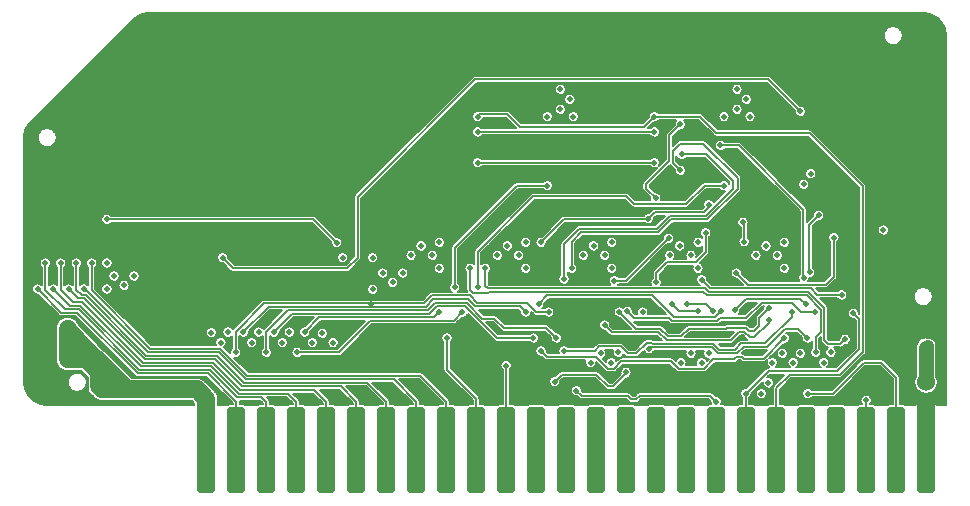
<source format=gbl>
G04 #@! TF.GenerationSoftware,KiCad,Pcbnew,(5.1.5-0-10_14)*
G04 #@! TF.CreationDate,2020-12-04T06:35:05-05:00*
G04 #@! TF.ProjectId,RAM128,52414d31-3238-42e6-9b69-6361645f7063,rev?*
G04 #@! TF.SameCoordinates,Original*
G04 #@! TF.FileFunction,Copper,L4,Bot*
G04 #@! TF.FilePolarity,Positive*
%FSLAX46Y46*%
G04 Gerber Fmt 4.6, Leading zero omitted, Abs format (unit mm)*
G04 Created by KiCad (PCBNEW (5.1.5-0-10_14)) date 2020-12-04 06:35:05*
%MOMM*%
%LPD*%
G04 APERTURE LIST*
%ADD10C,0.100000*%
%ADD11C,2.000000*%
%ADD12C,1.524000*%
%ADD13C,0.600000*%
%ADD14C,0.500000*%
%ADD15C,0.800000*%
%ADD16C,1.000000*%
%ADD17C,1.270000*%
%ADD18C,1.016000*%
%ADD19C,1.524000*%
%ADD20C,0.150000*%
%ADD21C,0.152400*%
G04 APERTURE END LIST*
G04 #@! TA.AperFunction,SMDPad,CuDef*
D10*
G36*
X137578345Y-131613835D02*
G01*
X137615329Y-131619321D01*
X137651598Y-131628406D01*
X137686802Y-131641002D01*
X137720602Y-131656988D01*
X137752672Y-131676210D01*
X137782704Y-131698483D01*
X137810408Y-131723592D01*
X137835517Y-131751296D01*
X137857790Y-131781328D01*
X137877012Y-131813398D01*
X137892998Y-131847198D01*
X137905594Y-131882402D01*
X137914679Y-131918671D01*
X137920165Y-131955655D01*
X137922000Y-131993000D01*
X137922000Y-138571000D01*
X137920165Y-138608345D01*
X137914679Y-138645329D01*
X137905594Y-138681598D01*
X137892998Y-138716802D01*
X137877012Y-138750602D01*
X137857790Y-138782672D01*
X137835517Y-138812704D01*
X137810408Y-138840408D01*
X137782704Y-138865517D01*
X137752672Y-138887790D01*
X137720602Y-138907012D01*
X137686802Y-138922998D01*
X137651598Y-138935594D01*
X137615329Y-138944679D01*
X137578345Y-138950165D01*
X137541000Y-138952000D01*
X136779000Y-138952000D01*
X136741655Y-138950165D01*
X136704671Y-138944679D01*
X136668402Y-138935594D01*
X136633198Y-138922998D01*
X136599398Y-138907012D01*
X136567328Y-138887790D01*
X136537296Y-138865517D01*
X136509592Y-138840408D01*
X136484483Y-138812704D01*
X136462210Y-138782672D01*
X136442988Y-138750602D01*
X136427002Y-138716802D01*
X136414406Y-138681598D01*
X136405321Y-138645329D01*
X136399835Y-138608345D01*
X136398000Y-138571000D01*
X136398000Y-131993000D01*
X136399835Y-131955655D01*
X136405321Y-131918671D01*
X136414406Y-131882402D01*
X136427002Y-131847198D01*
X136442988Y-131813398D01*
X136462210Y-131781328D01*
X136484483Y-131751296D01*
X136509592Y-131723592D01*
X136537296Y-131698483D01*
X136567328Y-131676210D01*
X136599398Y-131656988D01*
X136633198Y-131641002D01*
X136668402Y-131628406D01*
X136704671Y-131619321D01*
X136741655Y-131613835D01*
X136779000Y-131612000D01*
X137541000Y-131612000D01*
X137578345Y-131613835D01*
G37*
G04 #@! TD.AperFunction*
G04 #@! TA.AperFunction,SMDPad,CuDef*
G36*
X135038345Y-131613835D02*
G01*
X135075329Y-131619321D01*
X135111598Y-131628406D01*
X135146802Y-131641002D01*
X135180602Y-131656988D01*
X135212672Y-131676210D01*
X135242704Y-131698483D01*
X135270408Y-131723592D01*
X135295517Y-131751296D01*
X135317790Y-131781328D01*
X135337012Y-131813398D01*
X135352998Y-131847198D01*
X135365594Y-131882402D01*
X135374679Y-131918671D01*
X135380165Y-131955655D01*
X135382000Y-131993000D01*
X135382000Y-138571000D01*
X135380165Y-138608345D01*
X135374679Y-138645329D01*
X135365594Y-138681598D01*
X135352998Y-138716802D01*
X135337012Y-138750602D01*
X135317790Y-138782672D01*
X135295517Y-138812704D01*
X135270408Y-138840408D01*
X135242704Y-138865517D01*
X135212672Y-138887790D01*
X135180602Y-138907012D01*
X135146802Y-138922998D01*
X135111598Y-138935594D01*
X135075329Y-138944679D01*
X135038345Y-138950165D01*
X135001000Y-138952000D01*
X134239000Y-138952000D01*
X134201655Y-138950165D01*
X134164671Y-138944679D01*
X134128402Y-138935594D01*
X134093198Y-138922998D01*
X134059398Y-138907012D01*
X134027328Y-138887790D01*
X133997296Y-138865517D01*
X133969592Y-138840408D01*
X133944483Y-138812704D01*
X133922210Y-138782672D01*
X133902988Y-138750602D01*
X133887002Y-138716802D01*
X133874406Y-138681598D01*
X133865321Y-138645329D01*
X133859835Y-138608345D01*
X133858000Y-138571000D01*
X133858000Y-131993000D01*
X133859835Y-131955655D01*
X133865321Y-131918671D01*
X133874406Y-131882402D01*
X133887002Y-131847198D01*
X133902988Y-131813398D01*
X133922210Y-131781328D01*
X133944483Y-131751296D01*
X133969592Y-131723592D01*
X133997296Y-131698483D01*
X134027328Y-131676210D01*
X134059398Y-131656988D01*
X134093198Y-131641002D01*
X134128402Y-131628406D01*
X134164671Y-131619321D01*
X134201655Y-131613835D01*
X134239000Y-131612000D01*
X135001000Y-131612000D01*
X135038345Y-131613835D01*
G37*
G04 #@! TD.AperFunction*
G04 #@! TA.AperFunction,SMDPad,CuDef*
G36*
X132498345Y-131613835D02*
G01*
X132535329Y-131619321D01*
X132571598Y-131628406D01*
X132606802Y-131641002D01*
X132640602Y-131656988D01*
X132672672Y-131676210D01*
X132702704Y-131698483D01*
X132730408Y-131723592D01*
X132755517Y-131751296D01*
X132777790Y-131781328D01*
X132797012Y-131813398D01*
X132812998Y-131847198D01*
X132825594Y-131882402D01*
X132834679Y-131918671D01*
X132840165Y-131955655D01*
X132842000Y-131993000D01*
X132842000Y-138571000D01*
X132840165Y-138608345D01*
X132834679Y-138645329D01*
X132825594Y-138681598D01*
X132812998Y-138716802D01*
X132797012Y-138750602D01*
X132777790Y-138782672D01*
X132755517Y-138812704D01*
X132730408Y-138840408D01*
X132702704Y-138865517D01*
X132672672Y-138887790D01*
X132640602Y-138907012D01*
X132606802Y-138922998D01*
X132571598Y-138935594D01*
X132535329Y-138944679D01*
X132498345Y-138950165D01*
X132461000Y-138952000D01*
X131699000Y-138952000D01*
X131661655Y-138950165D01*
X131624671Y-138944679D01*
X131588402Y-138935594D01*
X131553198Y-138922998D01*
X131519398Y-138907012D01*
X131487328Y-138887790D01*
X131457296Y-138865517D01*
X131429592Y-138840408D01*
X131404483Y-138812704D01*
X131382210Y-138782672D01*
X131362988Y-138750602D01*
X131347002Y-138716802D01*
X131334406Y-138681598D01*
X131325321Y-138645329D01*
X131319835Y-138608345D01*
X131318000Y-138571000D01*
X131318000Y-131993000D01*
X131319835Y-131955655D01*
X131325321Y-131918671D01*
X131334406Y-131882402D01*
X131347002Y-131847198D01*
X131362988Y-131813398D01*
X131382210Y-131781328D01*
X131404483Y-131751296D01*
X131429592Y-131723592D01*
X131457296Y-131698483D01*
X131487328Y-131676210D01*
X131519398Y-131656988D01*
X131553198Y-131641002D01*
X131588402Y-131628406D01*
X131624671Y-131619321D01*
X131661655Y-131613835D01*
X131699000Y-131612000D01*
X132461000Y-131612000D01*
X132498345Y-131613835D01*
G37*
G04 #@! TD.AperFunction*
G04 #@! TA.AperFunction,SMDPad,CuDef*
G36*
X76618345Y-131613835D02*
G01*
X76655329Y-131619321D01*
X76691598Y-131628406D01*
X76726802Y-131641002D01*
X76760602Y-131656988D01*
X76792672Y-131676210D01*
X76822704Y-131698483D01*
X76850408Y-131723592D01*
X76875517Y-131751296D01*
X76897790Y-131781328D01*
X76917012Y-131813398D01*
X76932998Y-131847198D01*
X76945594Y-131882402D01*
X76954679Y-131918671D01*
X76960165Y-131955655D01*
X76962000Y-131993000D01*
X76962000Y-138571000D01*
X76960165Y-138608345D01*
X76954679Y-138645329D01*
X76945594Y-138681598D01*
X76932998Y-138716802D01*
X76917012Y-138750602D01*
X76897790Y-138782672D01*
X76875517Y-138812704D01*
X76850408Y-138840408D01*
X76822704Y-138865517D01*
X76792672Y-138887790D01*
X76760602Y-138907012D01*
X76726802Y-138922998D01*
X76691598Y-138935594D01*
X76655329Y-138944679D01*
X76618345Y-138950165D01*
X76581000Y-138952000D01*
X75819000Y-138952000D01*
X75781655Y-138950165D01*
X75744671Y-138944679D01*
X75708402Y-138935594D01*
X75673198Y-138922998D01*
X75639398Y-138907012D01*
X75607328Y-138887790D01*
X75577296Y-138865517D01*
X75549592Y-138840408D01*
X75524483Y-138812704D01*
X75502210Y-138782672D01*
X75482988Y-138750602D01*
X75467002Y-138716802D01*
X75454406Y-138681598D01*
X75445321Y-138645329D01*
X75439835Y-138608345D01*
X75438000Y-138571000D01*
X75438000Y-131993000D01*
X75439835Y-131955655D01*
X75445321Y-131918671D01*
X75454406Y-131882402D01*
X75467002Y-131847198D01*
X75482988Y-131813398D01*
X75502210Y-131781328D01*
X75524483Y-131751296D01*
X75549592Y-131723592D01*
X75577296Y-131698483D01*
X75607328Y-131676210D01*
X75639398Y-131656988D01*
X75673198Y-131641002D01*
X75708402Y-131628406D01*
X75744671Y-131619321D01*
X75781655Y-131613835D01*
X75819000Y-131612000D01*
X76581000Y-131612000D01*
X76618345Y-131613835D01*
G37*
G04 #@! TD.AperFunction*
G04 #@! TA.AperFunction,SMDPad,CuDef*
G36*
X79158345Y-131613835D02*
G01*
X79195329Y-131619321D01*
X79231598Y-131628406D01*
X79266802Y-131641002D01*
X79300602Y-131656988D01*
X79332672Y-131676210D01*
X79362704Y-131698483D01*
X79390408Y-131723592D01*
X79415517Y-131751296D01*
X79437790Y-131781328D01*
X79457012Y-131813398D01*
X79472998Y-131847198D01*
X79485594Y-131882402D01*
X79494679Y-131918671D01*
X79500165Y-131955655D01*
X79502000Y-131993000D01*
X79502000Y-138571000D01*
X79500165Y-138608345D01*
X79494679Y-138645329D01*
X79485594Y-138681598D01*
X79472998Y-138716802D01*
X79457012Y-138750602D01*
X79437790Y-138782672D01*
X79415517Y-138812704D01*
X79390408Y-138840408D01*
X79362704Y-138865517D01*
X79332672Y-138887790D01*
X79300602Y-138907012D01*
X79266802Y-138922998D01*
X79231598Y-138935594D01*
X79195329Y-138944679D01*
X79158345Y-138950165D01*
X79121000Y-138952000D01*
X78359000Y-138952000D01*
X78321655Y-138950165D01*
X78284671Y-138944679D01*
X78248402Y-138935594D01*
X78213198Y-138922998D01*
X78179398Y-138907012D01*
X78147328Y-138887790D01*
X78117296Y-138865517D01*
X78089592Y-138840408D01*
X78064483Y-138812704D01*
X78042210Y-138782672D01*
X78022988Y-138750602D01*
X78007002Y-138716802D01*
X77994406Y-138681598D01*
X77985321Y-138645329D01*
X77979835Y-138608345D01*
X77978000Y-138571000D01*
X77978000Y-131993000D01*
X77979835Y-131955655D01*
X77985321Y-131918671D01*
X77994406Y-131882402D01*
X78007002Y-131847198D01*
X78022988Y-131813398D01*
X78042210Y-131781328D01*
X78064483Y-131751296D01*
X78089592Y-131723592D01*
X78117296Y-131698483D01*
X78147328Y-131676210D01*
X78179398Y-131656988D01*
X78213198Y-131641002D01*
X78248402Y-131628406D01*
X78284671Y-131619321D01*
X78321655Y-131613835D01*
X78359000Y-131612000D01*
X79121000Y-131612000D01*
X79158345Y-131613835D01*
G37*
G04 #@! TD.AperFunction*
G04 #@! TA.AperFunction,SMDPad,CuDef*
G36*
X81698345Y-131613835D02*
G01*
X81735329Y-131619321D01*
X81771598Y-131628406D01*
X81806802Y-131641002D01*
X81840602Y-131656988D01*
X81872672Y-131676210D01*
X81902704Y-131698483D01*
X81930408Y-131723592D01*
X81955517Y-131751296D01*
X81977790Y-131781328D01*
X81997012Y-131813398D01*
X82012998Y-131847198D01*
X82025594Y-131882402D01*
X82034679Y-131918671D01*
X82040165Y-131955655D01*
X82042000Y-131993000D01*
X82042000Y-138571000D01*
X82040165Y-138608345D01*
X82034679Y-138645329D01*
X82025594Y-138681598D01*
X82012998Y-138716802D01*
X81997012Y-138750602D01*
X81977790Y-138782672D01*
X81955517Y-138812704D01*
X81930408Y-138840408D01*
X81902704Y-138865517D01*
X81872672Y-138887790D01*
X81840602Y-138907012D01*
X81806802Y-138922998D01*
X81771598Y-138935594D01*
X81735329Y-138944679D01*
X81698345Y-138950165D01*
X81661000Y-138952000D01*
X80899000Y-138952000D01*
X80861655Y-138950165D01*
X80824671Y-138944679D01*
X80788402Y-138935594D01*
X80753198Y-138922998D01*
X80719398Y-138907012D01*
X80687328Y-138887790D01*
X80657296Y-138865517D01*
X80629592Y-138840408D01*
X80604483Y-138812704D01*
X80582210Y-138782672D01*
X80562988Y-138750602D01*
X80547002Y-138716802D01*
X80534406Y-138681598D01*
X80525321Y-138645329D01*
X80519835Y-138608345D01*
X80518000Y-138571000D01*
X80518000Y-131993000D01*
X80519835Y-131955655D01*
X80525321Y-131918671D01*
X80534406Y-131882402D01*
X80547002Y-131847198D01*
X80562988Y-131813398D01*
X80582210Y-131781328D01*
X80604483Y-131751296D01*
X80629592Y-131723592D01*
X80657296Y-131698483D01*
X80687328Y-131676210D01*
X80719398Y-131656988D01*
X80753198Y-131641002D01*
X80788402Y-131628406D01*
X80824671Y-131619321D01*
X80861655Y-131613835D01*
X80899000Y-131612000D01*
X81661000Y-131612000D01*
X81698345Y-131613835D01*
G37*
G04 #@! TD.AperFunction*
G04 #@! TA.AperFunction,SMDPad,CuDef*
G36*
X84238345Y-131613835D02*
G01*
X84275329Y-131619321D01*
X84311598Y-131628406D01*
X84346802Y-131641002D01*
X84380602Y-131656988D01*
X84412672Y-131676210D01*
X84442704Y-131698483D01*
X84470408Y-131723592D01*
X84495517Y-131751296D01*
X84517790Y-131781328D01*
X84537012Y-131813398D01*
X84552998Y-131847198D01*
X84565594Y-131882402D01*
X84574679Y-131918671D01*
X84580165Y-131955655D01*
X84582000Y-131993000D01*
X84582000Y-138571000D01*
X84580165Y-138608345D01*
X84574679Y-138645329D01*
X84565594Y-138681598D01*
X84552998Y-138716802D01*
X84537012Y-138750602D01*
X84517790Y-138782672D01*
X84495517Y-138812704D01*
X84470408Y-138840408D01*
X84442704Y-138865517D01*
X84412672Y-138887790D01*
X84380602Y-138907012D01*
X84346802Y-138922998D01*
X84311598Y-138935594D01*
X84275329Y-138944679D01*
X84238345Y-138950165D01*
X84201000Y-138952000D01*
X83439000Y-138952000D01*
X83401655Y-138950165D01*
X83364671Y-138944679D01*
X83328402Y-138935594D01*
X83293198Y-138922998D01*
X83259398Y-138907012D01*
X83227328Y-138887790D01*
X83197296Y-138865517D01*
X83169592Y-138840408D01*
X83144483Y-138812704D01*
X83122210Y-138782672D01*
X83102988Y-138750602D01*
X83087002Y-138716802D01*
X83074406Y-138681598D01*
X83065321Y-138645329D01*
X83059835Y-138608345D01*
X83058000Y-138571000D01*
X83058000Y-131993000D01*
X83059835Y-131955655D01*
X83065321Y-131918671D01*
X83074406Y-131882402D01*
X83087002Y-131847198D01*
X83102988Y-131813398D01*
X83122210Y-131781328D01*
X83144483Y-131751296D01*
X83169592Y-131723592D01*
X83197296Y-131698483D01*
X83227328Y-131676210D01*
X83259398Y-131656988D01*
X83293198Y-131641002D01*
X83328402Y-131628406D01*
X83364671Y-131619321D01*
X83401655Y-131613835D01*
X83439000Y-131612000D01*
X84201000Y-131612000D01*
X84238345Y-131613835D01*
G37*
G04 #@! TD.AperFunction*
G04 #@! TA.AperFunction,SMDPad,CuDef*
G36*
X86778345Y-131613835D02*
G01*
X86815329Y-131619321D01*
X86851598Y-131628406D01*
X86886802Y-131641002D01*
X86920602Y-131656988D01*
X86952672Y-131676210D01*
X86982704Y-131698483D01*
X87010408Y-131723592D01*
X87035517Y-131751296D01*
X87057790Y-131781328D01*
X87077012Y-131813398D01*
X87092998Y-131847198D01*
X87105594Y-131882402D01*
X87114679Y-131918671D01*
X87120165Y-131955655D01*
X87122000Y-131993000D01*
X87122000Y-138571000D01*
X87120165Y-138608345D01*
X87114679Y-138645329D01*
X87105594Y-138681598D01*
X87092998Y-138716802D01*
X87077012Y-138750602D01*
X87057790Y-138782672D01*
X87035517Y-138812704D01*
X87010408Y-138840408D01*
X86982704Y-138865517D01*
X86952672Y-138887790D01*
X86920602Y-138907012D01*
X86886802Y-138922998D01*
X86851598Y-138935594D01*
X86815329Y-138944679D01*
X86778345Y-138950165D01*
X86741000Y-138952000D01*
X85979000Y-138952000D01*
X85941655Y-138950165D01*
X85904671Y-138944679D01*
X85868402Y-138935594D01*
X85833198Y-138922998D01*
X85799398Y-138907012D01*
X85767328Y-138887790D01*
X85737296Y-138865517D01*
X85709592Y-138840408D01*
X85684483Y-138812704D01*
X85662210Y-138782672D01*
X85642988Y-138750602D01*
X85627002Y-138716802D01*
X85614406Y-138681598D01*
X85605321Y-138645329D01*
X85599835Y-138608345D01*
X85598000Y-138571000D01*
X85598000Y-131993000D01*
X85599835Y-131955655D01*
X85605321Y-131918671D01*
X85614406Y-131882402D01*
X85627002Y-131847198D01*
X85642988Y-131813398D01*
X85662210Y-131781328D01*
X85684483Y-131751296D01*
X85709592Y-131723592D01*
X85737296Y-131698483D01*
X85767328Y-131676210D01*
X85799398Y-131656988D01*
X85833198Y-131641002D01*
X85868402Y-131628406D01*
X85904671Y-131619321D01*
X85941655Y-131613835D01*
X85979000Y-131612000D01*
X86741000Y-131612000D01*
X86778345Y-131613835D01*
G37*
G04 #@! TD.AperFunction*
G04 #@! TA.AperFunction,SMDPad,CuDef*
G36*
X89318345Y-131613835D02*
G01*
X89355329Y-131619321D01*
X89391598Y-131628406D01*
X89426802Y-131641002D01*
X89460602Y-131656988D01*
X89492672Y-131676210D01*
X89522704Y-131698483D01*
X89550408Y-131723592D01*
X89575517Y-131751296D01*
X89597790Y-131781328D01*
X89617012Y-131813398D01*
X89632998Y-131847198D01*
X89645594Y-131882402D01*
X89654679Y-131918671D01*
X89660165Y-131955655D01*
X89662000Y-131993000D01*
X89662000Y-138571000D01*
X89660165Y-138608345D01*
X89654679Y-138645329D01*
X89645594Y-138681598D01*
X89632998Y-138716802D01*
X89617012Y-138750602D01*
X89597790Y-138782672D01*
X89575517Y-138812704D01*
X89550408Y-138840408D01*
X89522704Y-138865517D01*
X89492672Y-138887790D01*
X89460602Y-138907012D01*
X89426802Y-138922998D01*
X89391598Y-138935594D01*
X89355329Y-138944679D01*
X89318345Y-138950165D01*
X89281000Y-138952000D01*
X88519000Y-138952000D01*
X88481655Y-138950165D01*
X88444671Y-138944679D01*
X88408402Y-138935594D01*
X88373198Y-138922998D01*
X88339398Y-138907012D01*
X88307328Y-138887790D01*
X88277296Y-138865517D01*
X88249592Y-138840408D01*
X88224483Y-138812704D01*
X88202210Y-138782672D01*
X88182988Y-138750602D01*
X88167002Y-138716802D01*
X88154406Y-138681598D01*
X88145321Y-138645329D01*
X88139835Y-138608345D01*
X88138000Y-138571000D01*
X88138000Y-131993000D01*
X88139835Y-131955655D01*
X88145321Y-131918671D01*
X88154406Y-131882402D01*
X88167002Y-131847198D01*
X88182988Y-131813398D01*
X88202210Y-131781328D01*
X88224483Y-131751296D01*
X88249592Y-131723592D01*
X88277296Y-131698483D01*
X88307328Y-131676210D01*
X88339398Y-131656988D01*
X88373198Y-131641002D01*
X88408402Y-131628406D01*
X88444671Y-131619321D01*
X88481655Y-131613835D01*
X88519000Y-131612000D01*
X89281000Y-131612000D01*
X89318345Y-131613835D01*
G37*
G04 #@! TD.AperFunction*
G04 #@! TA.AperFunction,SMDPad,CuDef*
G36*
X91858345Y-131613835D02*
G01*
X91895329Y-131619321D01*
X91931598Y-131628406D01*
X91966802Y-131641002D01*
X92000602Y-131656988D01*
X92032672Y-131676210D01*
X92062704Y-131698483D01*
X92090408Y-131723592D01*
X92115517Y-131751296D01*
X92137790Y-131781328D01*
X92157012Y-131813398D01*
X92172998Y-131847198D01*
X92185594Y-131882402D01*
X92194679Y-131918671D01*
X92200165Y-131955655D01*
X92202000Y-131993000D01*
X92202000Y-138571000D01*
X92200165Y-138608345D01*
X92194679Y-138645329D01*
X92185594Y-138681598D01*
X92172998Y-138716802D01*
X92157012Y-138750602D01*
X92137790Y-138782672D01*
X92115517Y-138812704D01*
X92090408Y-138840408D01*
X92062704Y-138865517D01*
X92032672Y-138887790D01*
X92000602Y-138907012D01*
X91966802Y-138922998D01*
X91931598Y-138935594D01*
X91895329Y-138944679D01*
X91858345Y-138950165D01*
X91821000Y-138952000D01*
X91059000Y-138952000D01*
X91021655Y-138950165D01*
X90984671Y-138944679D01*
X90948402Y-138935594D01*
X90913198Y-138922998D01*
X90879398Y-138907012D01*
X90847328Y-138887790D01*
X90817296Y-138865517D01*
X90789592Y-138840408D01*
X90764483Y-138812704D01*
X90742210Y-138782672D01*
X90722988Y-138750602D01*
X90707002Y-138716802D01*
X90694406Y-138681598D01*
X90685321Y-138645329D01*
X90679835Y-138608345D01*
X90678000Y-138571000D01*
X90678000Y-131993000D01*
X90679835Y-131955655D01*
X90685321Y-131918671D01*
X90694406Y-131882402D01*
X90707002Y-131847198D01*
X90722988Y-131813398D01*
X90742210Y-131781328D01*
X90764483Y-131751296D01*
X90789592Y-131723592D01*
X90817296Y-131698483D01*
X90847328Y-131676210D01*
X90879398Y-131656988D01*
X90913198Y-131641002D01*
X90948402Y-131628406D01*
X90984671Y-131619321D01*
X91021655Y-131613835D01*
X91059000Y-131612000D01*
X91821000Y-131612000D01*
X91858345Y-131613835D01*
G37*
G04 #@! TD.AperFunction*
G04 #@! TA.AperFunction,SMDPad,CuDef*
G36*
X94398345Y-131613835D02*
G01*
X94435329Y-131619321D01*
X94471598Y-131628406D01*
X94506802Y-131641002D01*
X94540602Y-131656988D01*
X94572672Y-131676210D01*
X94602704Y-131698483D01*
X94630408Y-131723592D01*
X94655517Y-131751296D01*
X94677790Y-131781328D01*
X94697012Y-131813398D01*
X94712998Y-131847198D01*
X94725594Y-131882402D01*
X94734679Y-131918671D01*
X94740165Y-131955655D01*
X94742000Y-131993000D01*
X94742000Y-138571000D01*
X94740165Y-138608345D01*
X94734679Y-138645329D01*
X94725594Y-138681598D01*
X94712998Y-138716802D01*
X94697012Y-138750602D01*
X94677790Y-138782672D01*
X94655517Y-138812704D01*
X94630408Y-138840408D01*
X94602704Y-138865517D01*
X94572672Y-138887790D01*
X94540602Y-138907012D01*
X94506802Y-138922998D01*
X94471598Y-138935594D01*
X94435329Y-138944679D01*
X94398345Y-138950165D01*
X94361000Y-138952000D01*
X93599000Y-138952000D01*
X93561655Y-138950165D01*
X93524671Y-138944679D01*
X93488402Y-138935594D01*
X93453198Y-138922998D01*
X93419398Y-138907012D01*
X93387328Y-138887790D01*
X93357296Y-138865517D01*
X93329592Y-138840408D01*
X93304483Y-138812704D01*
X93282210Y-138782672D01*
X93262988Y-138750602D01*
X93247002Y-138716802D01*
X93234406Y-138681598D01*
X93225321Y-138645329D01*
X93219835Y-138608345D01*
X93218000Y-138571000D01*
X93218000Y-131993000D01*
X93219835Y-131955655D01*
X93225321Y-131918671D01*
X93234406Y-131882402D01*
X93247002Y-131847198D01*
X93262988Y-131813398D01*
X93282210Y-131781328D01*
X93304483Y-131751296D01*
X93329592Y-131723592D01*
X93357296Y-131698483D01*
X93387328Y-131676210D01*
X93419398Y-131656988D01*
X93453198Y-131641002D01*
X93488402Y-131628406D01*
X93524671Y-131619321D01*
X93561655Y-131613835D01*
X93599000Y-131612000D01*
X94361000Y-131612000D01*
X94398345Y-131613835D01*
G37*
G04 #@! TD.AperFunction*
G04 #@! TA.AperFunction,SMDPad,CuDef*
G36*
X96938345Y-131613835D02*
G01*
X96975329Y-131619321D01*
X97011598Y-131628406D01*
X97046802Y-131641002D01*
X97080602Y-131656988D01*
X97112672Y-131676210D01*
X97142704Y-131698483D01*
X97170408Y-131723592D01*
X97195517Y-131751296D01*
X97217790Y-131781328D01*
X97237012Y-131813398D01*
X97252998Y-131847198D01*
X97265594Y-131882402D01*
X97274679Y-131918671D01*
X97280165Y-131955655D01*
X97282000Y-131993000D01*
X97282000Y-138571000D01*
X97280165Y-138608345D01*
X97274679Y-138645329D01*
X97265594Y-138681598D01*
X97252998Y-138716802D01*
X97237012Y-138750602D01*
X97217790Y-138782672D01*
X97195517Y-138812704D01*
X97170408Y-138840408D01*
X97142704Y-138865517D01*
X97112672Y-138887790D01*
X97080602Y-138907012D01*
X97046802Y-138922998D01*
X97011598Y-138935594D01*
X96975329Y-138944679D01*
X96938345Y-138950165D01*
X96901000Y-138952000D01*
X96139000Y-138952000D01*
X96101655Y-138950165D01*
X96064671Y-138944679D01*
X96028402Y-138935594D01*
X95993198Y-138922998D01*
X95959398Y-138907012D01*
X95927328Y-138887790D01*
X95897296Y-138865517D01*
X95869592Y-138840408D01*
X95844483Y-138812704D01*
X95822210Y-138782672D01*
X95802988Y-138750602D01*
X95787002Y-138716802D01*
X95774406Y-138681598D01*
X95765321Y-138645329D01*
X95759835Y-138608345D01*
X95758000Y-138571000D01*
X95758000Y-131993000D01*
X95759835Y-131955655D01*
X95765321Y-131918671D01*
X95774406Y-131882402D01*
X95787002Y-131847198D01*
X95802988Y-131813398D01*
X95822210Y-131781328D01*
X95844483Y-131751296D01*
X95869592Y-131723592D01*
X95897296Y-131698483D01*
X95927328Y-131676210D01*
X95959398Y-131656988D01*
X95993198Y-131641002D01*
X96028402Y-131628406D01*
X96064671Y-131619321D01*
X96101655Y-131613835D01*
X96139000Y-131612000D01*
X96901000Y-131612000D01*
X96938345Y-131613835D01*
G37*
G04 #@! TD.AperFunction*
G04 #@! TA.AperFunction,SMDPad,CuDef*
G36*
X99478345Y-131613835D02*
G01*
X99515329Y-131619321D01*
X99551598Y-131628406D01*
X99586802Y-131641002D01*
X99620602Y-131656988D01*
X99652672Y-131676210D01*
X99682704Y-131698483D01*
X99710408Y-131723592D01*
X99735517Y-131751296D01*
X99757790Y-131781328D01*
X99777012Y-131813398D01*
X99792998Y-131847198D01*
X99805594Y-131882402D01*
X99814679Y-131918671D01*
X99820165Y-131955655D01*
X99822000Y-131993000D01*
X99822000Y-138571000D01*
X99820165Y-138608345D01*
X99814679Y-138645329D01*
X99805594Y-138681598D01*
X99792998Y-138716802D01*
X99777012Y-138750602D01*
X99757790Y-138782672D01*
X99735517Y-138812704D01*
X99710408Y-138840408D01*
X99682704Y-138865517D01*
X99652672Y-138887790D01*
X99620602Y-138907012D01*
X99586802Y-138922998D01*
X99551598Y-138935594D01*
X99515329Y-138944679D01*
X99478345Y-138950165D01*
X99441000Y-138952000D01*
X98679000Y-138952000D01*
X98641655Y-138950165D01*
X98604671Y-138944679D01*
X98568402Y-138935594D01*
X98533198Y-138922998D01*
X98499398Y-138907012D01*
X98467328Y-138887790D01*
X98437296Y-138865517D01*
X98409592Y-138840408D01*
X98384483Y-138812704D01*
X98362210Y-138782672D01*
X98342988Y-138750602D01*
X98327002Y-138716802D01*
X98314406Y-138681598D01*
X98305321Y-138645329D01*
X98299835Y-138608345D01*
X98298000Y-138571000D01*
X98298000Y-131993000D01*
X98299835Y-131955655D01*
X98305321Y-131918671D01*
X98314406Y-131882402D01*
X98327002Y-131847198D01*
X98342988Y-131813398D01*
X98362210Y-131781328D01*
X98384483Y-131751296D01*
X98409592Y-131723592D01*
X98437296Y-131698483D01*
X98467328Y-131676210D01*
X98499398Y-131656988D01*
X98533198Y-131641002D01*
X98568402Y-131628406D01*
X98604671Y-131619321D01*
X98641655Y-131613835D01*
X98679000Y-131612000D01*
X99441000Y-131612000D01*
X99478345Y-131613835D01*
G37*
G04 #@! TD.AperFunction*
G04 #@! TA.AperFunction,SMDPad,CuDef*
G36*
X102018345Y-131613835D02*
G01*
X102055329Y-131619321D01*
X102091598Y-131628406D01*
X102126802Y-131641002D01*
X102160602Y-131656988D01*
X102192672Y-131676210D01*
X102222704Y-131698483D01*
X102250408Y-131723592D01*
X102275517Y-131751296D01*
X102297790Y-131781328D01*
X102317012Y-131813398D01*
X102332998Y-131847198D01*
X102345594Y-131882402D01*
X102354679Y-131918671D01*
X102360165Y-131955655D01*
X102362000Y-131993000D01*
X102362000Y-138571000D01*
X102360165Y-138608345D01*
X102354679Y-138645329D01*
X102345594Y-138681598D01*
X102332998Y-138716802D01*
X102317012Y-138750602D01*
X102297790Y-138782672D01*
X102275517Y-138812704D01*
X102250408Y-138840408D01*
X102222704Y-138865517D01*
X102192672Y-138887790D01*
X102160602Y-138907012D01*
X102126802Y-138922998D01*
X102091598Y-138935594D01*
X102055329Y-138944679D01*
X102018345Y-138950165D01*
X101981000Y-138952000D01*
X101219000Y-138952000D01*
X101181655Y-138950165D01*
X101144671Y-138944679D01*
X101108402Y-138935594D01*
X101073198Y-138922998D01*
X101039398Y-138907012D01*
X101007328Y-138887790D01*
X100977296Y-138865517D01*
X100949592Y-138840408D01*
X100924483Y-138812704D01*
X100902210Y-138782672D01*
X100882988Y-138750602D01*
X100867002Y-138716802D01*
X100854406Y-138681598D01*
X100845321Y-138645329D01*
X100839835Y-138608345D01*
X100838000Y-138571000D01*
X100838000Y-131993000D01*
X100839835Y-131955655D01*
X100845321Y-131918671D01*
X100854406Y-131882402D01*
X100867002Y-131847198D01*
X100882988Y-131813398D01*
X100902210Y-131781328D01*
X100924483Y-131751296D01*
X100949592Y-131723592D01*
X100977296Y-131698483D01*
X101007328Y-131676210D01*
X101039398Y-131656988D01*
X101073198Y-131641002D01*
X101108402Y-131628406D01*
X101144671Y-131619321D01*
X101181655Y-131613835D01*
X101219000Y-131612000D01*
X101981000Y-131612000D01*
X102018345Y-131613835D01*
G37*
G04 #@! TD.AperFunction*
G04 #@! TA.AperFunction,SMDPad,CuDef*
G36*
X104558345Y-131613835D02*
G01*
X104595329Y-131619321D01*
X104631598Y-131628406D01*
X104666802Y-131641002D01*
X104700602Y-131656988D01*
X104732672Y-131676210D01*
X104762704Y-131698483D01*
X104790408Y-131723592D01*
X104815517Y-131751296D01*
X104837790Y-131781328D01*
X104857012Y-131813398D01*
X104872998Y-131847198D01*
X104885594Y-131882402D01*
X104894679Y-131918671D01*
X104900165Y-131955655D01*
X104902000Y-131993000D01*
X104902000Y-138571000D01*
X104900165Y-138608345D01*
X104894679Y-138645329D01*
X104885594Y-138681598D01*
X104872998Y-138716802D01*
X104857012Y-138750602D01*
X104837790Y-138782672D01*
X104815517Y-138812704D01*
X104790408Y-138840408D01*
X104762704Y-138865517D01*
X104732672Y-138887790D01*
X104700602Y-138907012D01*
X104666802Y-138922998D01*
X104631598Y-138935594D01*
X104595329Y-138944679D01*
X104558345Y-138950165D01*
X104521000Y-138952000D01*
X103759000Y-138952000D01*
X103721655Y-138950165D01*
X103684671Y-138944679D01*
X103648402Y-138935594D01*
X103613198Y-138922998D01*
X103579398Y-138907012D01*
X103547328Y-138887790D01*
X103517296Y-138865517D01*
X103489592Y-138840408D01*
X103464483Y-138812704D01*
X103442210Y-138782672D01*
X103422988Y-138750602D01*
X103407002Y-138716802D01*
X103394406Y-138681598D01*
X103385321Y-138645329D01*
X103379835Y-138608345D01*
X103378000Y-138571000D01*
X103378000Y-131993000D01*
X103379835Y-131955655D01*
X103385321Y-131918671D01*
X103394406Y-131882402D01*
X103407002Y-131847198D01*
X103422988Y-131813398D01*
X103442210Y-131781328D01*
X103464483Y-131751296D01*
X103489592Y-131723592D01*
X103517296Y-131698483D01*
X103547328Y-131676210D01*
X103579398Y-131656988D01*
X103613198Y-131641002D01*
X103648402Y-131628406D01*
X103684671Y-131619321D01*
X103721655Y-131613835D01*
X103759000Y-131612000D01*
X104521000Y-131612000D01*
X104558345Y-131613835D01*
G37*
G04 #@! TD.AperFunction*
G04 #@! TA.AperFunction,SMDPad,CuDef*
G36*
X107098345Y-131613835D02*
G01*
X107135329Y-131619321D01*
X107171598Y-131628406D01*
X107206802Y-131641002D01*
X107240602Y-131656988D01*
X107272672Y-131676210D01*
X107302704Y-131698483D01*
X107330408Y-131723592D01*
X107355517Y-131751296D01*
X107377790Y-131781328D01*
X107397012Y-131813398D01*
X107412998Y-131847198D01*
X107425594Y-131882402D01*
X107434679Y-131918671D01*
X107440165Y-131955655D01*
X107442000Y-131993000D01*
X107442000Y-138571000D01*
X107440165Y-138608345D01*
X107434679Y-138645329D01*
X107425594Y-138681598D01*
X107412998Y-138716802D01*
X107397012Y-138750602D01*
X107377790Y-138782672D01*
X107355517Y-138812704D01*
X107330408Y-138840408D01*
X107302704Y-138865517D01*
X107272672Y-138887790D01*
X107240602Y-138907012D01*
X107206802Y-138922998D01*
X107171598Y-138935594D01*
X107135329Y-138944679D01*
X107098345Y-138950165D01*
X107061000Y-138952000D01*
X106299000Y-138952000D01*
X106261655Y-138950165D01*
X106224671Y-138944679D01*
X106188402Y-138935594D01*
X106153198Y-138922998D01*
X106119398Y-138907012D01*
X106087328Y-138887790D01*
X106057296Y-138865517D01*
X106029592Y-138840408D01*
X106004483Y-138812704D01*
X105982210Y-138782672D01*
X105962988Y-138750602D01*
X105947002Y-138716802D01*
X105934406Y-138681598D01*
X105925321Y-138645329D01*
X105919835Y-138608345D01*
X105918000Y-138571000D01*
X105918000Y-131993000D01*
X105919835Y-131955655D01*
X105925321Y-131918671D01*
X105934406Y-131882402D01*
X105947002Y-131847198D01*
X105962988Y-131813398D01*
X105982210Y-131781328D01*
X106004483Y-131751296D01*
X106029592Y-131723592D01*
X106057296Y-131698483D01*
X106087328Y-131676210D01*
X106119398Y-131656988D01*
X106153198Y-131641002D01*
X106188402Y-131628406D01*
X106224671Y-131619321D01*
X106261655Y-131613835D01*
X106299000Y-131612000D01*
X107061000Y-131612000D01*
X107098345Y-131613835D01*
G37*
G04 #@! TD.AperFunction*
G04 #@! TA.AperFunction,SMDPad,CuDef*
G36*
X109638345Y-131613835D02*
G01*
X109675329Y-131619321D01*
X109711598Y-131628406D01*
X109746802Y-131641002D01*
X109780602Y-131656988D01*
X109812672Y-131676210D01*
X109842704Y-131698483D01*
X109870408Y-131723592D01*
X109895517Y-131751296D01*
X109917790Y-131781328D01*
X109937012Y-131813398D01*
X109952998Y-131847198D01*
X109965594Y-131882402D01*
X109974679Y-131918671D01*
X109980165Y-131955655D01*
X109982000Y-131993000D01*
X109982000Y-138571000D01*
X109980165Y-138608345D01*
X109974679Y-138645329D01*
X109965594Y-138681598D01*
X109952998Y-138716802D01*
X109937012Y-138750602D01*
X109917790Y-138782672D01*
X109895517Y-138812704D01*
X109870408Y-138840408D01*
X109842704Y-138865517D01*
X109812672Y-138887790D01*
X109780602Y-138907012D01*
X109746802Y-138922998D01*
X109711598Y-138935594D01*
X109675329Y-138944679D01*
X109638345Y-138950165D01*
X109601000Y-138952000D01*
X108839000Y-138952000D01*
X108801655Y-138950165D01*
X108764671Y-138944679D01*
X108728402Y-138935594D01*
X108693198Y-138922998D01*
X108659398Y-138907012D01*
X108627328Y-138887790D01*
X108597296Y-138865517D01*
X108569592Y-138840408D01*
X108544483Y-138812704D01*
X108522210Y-138782672D01*
X108502988Y-138750602D01*
X108487002Y-138716802D01*
X108474406Y-138681598D01*
X108465321Y-138645329D01*
X108459835Y-138608345D01*
X108458000Y-138571000D01*
X108458000Y-131993000D01*
X108459835Y-131955655D01*
X108465321Y-131918671D01*
X108474406Y-131882402D01*
X108487002Y-131847198D01*
X108502988Y-131813398D01*
X108522210Y-131781328D01*
X108544483Y-131751296D01*
X108569592Y-131723592D01*
X108597296Y-131698483D01*
X108627328Y-131676210D01*
X108659398Y-131656988D01*
X108693198Y-131641002D01*
X108728402Y-131628406D01*
X108764671Y-131619321D01*
X108801655Y-131613835D01*
X108839000Y-131612000D01*
X109601000Y-131612000D01*
X109638345Y-131613835D01*
G37*
G04 #@! TD.AperFunction*
G04 #@! TA.AperFunction,SMDPad,CuDef*
G36*
X112178345Y-131613835D02*
G01*
X112215329Y-131619321D01*
X112251598Y-131628406D01*
X112286802Y-131641002D01*
X112320602Y-131656988D01*
X112352672Y-131676210D01*
X112382704Y-131698483D01*
X112410408Y-131723592D01*
X112435517Y-131751296D01*
X112457790Y-131781328D01*
X112477012Y-131813398D01*
X112492998Y-131847198D01*
X112505594Y-131882402D01*
X112514679Y-131918671D01*
X112520165Y-131955655D01*
X112522000Y-131993000D01*
X112522000Y-138571000D01*
X112520165Y-138608345D01*
X112514679Y-138645329D01*
X112505594Y-138681598D01*
X112492998Y-138716802D01*
X112477012Y-138750602D01*
X112457790Y-138782672D01*
X112435517Y-138812704D01*
X112410408Y-138840408D01*
X112382704Y-138865517D01*
X112352672Y-138887790D01*
X112320602Y-138907012D01*
X112286802Y-138922998D01*
X112251598Y-138935594D01*
X112215329Y-138944679D01*
X112178345Y-138950165D01*
X112141000Y-138952000D01*
X111379000Y-138952000D01*
X111341655Y-138950165D01*
X111304671Y-138944679D01*
X111268402Y-138935594D01*
X111233198Y-138922998D01*
X111199398Y-138907012D01*
X111167328Y-138887790D01*
X111137296Y-138865517D01*
X111109592Y-138840408D01*
X111084483Y-138812704D01*
X111062210Y-138782672D01*
X111042988Y-138750602D01*
X111027002Y-138716802D01*
X111014406Y-138681598D01*
X111005321Y-138645329D01*
X110999835Y-138608345D01*
X110998000Y-138571000D01*
X110998000Y-131993000D01*
X110999835Y-131955655D01*
X111005321Y-131918671D01*
X111014406Y-131882402D01*
X111027002Y-131847198D01*
X111042988Y-131813398D01*
X111062210Y-131781328D01*
X111084483Y-131751296D01*
X111109592Y-131723592D01*
X111137296Y-131698483D01*
X111167328Y-131676210D01*
X111199398Y-131656988D01*
X111233198Y-131641002D01*
X111268402Y-131628406D01*
X111304671Y-131619321D01*
X111341655Y-131613835D01*
X111379000Y-131612000D01*
X112141000Y-131612000D01*
X112178345Y-131613835D01*
G37*
G04 #@! TD.AperFunction*
G04 #@! TA.AperFunction,SMDPad,CuDef*
G36*
X114718345Y-131613835D02*
G01*
X114755329Y-131619321D01*
X114791598Y-131628406D01*
X114826802Y-131641002D01*
X114860602Y-131656988D01*
X114892672Y-131676210D01*
X114922704Y-131698483D01*
X114950408Y-131723592D01*
X114975517Y-131751296D01*
X114997790Y-131781328D01*
X115017012Y-131813398D01*
X115032998Y-131847198D01*
X115045594Y-131882402D01*
X115054679Y-131918671D01*
X115060165Y-131955655D01*
X115062000Y-131993000D01*
X115062000Y-138571000D01*
X115060165Y-138608345D01*
X115054679Y-138645329D01*
X115045594Y-138681598D01*
X115032998Y-138716802D01*
X115017012Y-138750602D01*
X114997790Y-138782672D01*
X114975517Y-138812704D01*
X114950408Y-138840408D01*
X114922704Y-138865517D01*
X114892672Y-138887790D01*
X114860602Y-138907012D01*
X114826802Y-138922998D01*
X114791598Y-138935594D01*
X114755329Y-138944679D01*
X114718345Y-138950165D01*
X114681000Y-138952000D01*
X113919000Y-138952000D01*
X113881655Y-138950165D01*
X113844671Y-138944679D01*
X113808402Y-138935594D01*
X113773198Y-138922998D01*
X113739398Y-138907012D01*
X113707328Y-138887790D01*
X113677296Y-138865517D01*
X113649592Y-138840408D01*
X113624483Y-138812704D01*
X113602210Y-138782672D01*
X113582988Y-138750602D01*
X113567002Y-138716802D01*
X113554406Y-138681598D01*
X113545321Y-138645329D01*
X113539835Y-138608345D01*
X113538000Y-138571000D01*
X113538000Y-131993000D01*
X113539835Y-131955655D01*
X113545321Y-131918671D01*
X113554406Y-131882402D01*
X113567002Y-131847198D01*
X113582988Y-131813398D01*
X113602210Y-131781328D01*
X113624483Y-131751296D01*
X113649592Y-131723592D01*
X113677296Y-131698483D01*
X113707328Y-131676210D01*
X113739398Y-131656988D01*
X113773198Y-131641002D01*
X113808402Y-131628406D01*
X113844671Y-131619321D01*
X113881655Y-131613835D01*
X113919000Y-131612000D01*
X114681000Y-131612000D01*
X114718345Y-131613835D01*
G37*
G04 #@! TD.AperFunction*
G04 #@! TA.AperFunction,SMDPad,CuDef*
G36*
X117258345Y-131613835D02*
G01*
X117295329Y-131619321D01*
X117331598Y-131628406D01*
X117366802Y-131641002D01*
X117400602Y-131656988D01*
X117432672Y-131676210D01*
X117462704Y-131698483D01*
X117490408Y-131723592D01*
X117515517Y-131751296D01*
X117537790Y-131781328D01*
X117557012Y-131813398D01*
X117572998Y-131847198D01*
X117585594Y-131882402D01*
X117594679Y-131918671D01*
X117600165Y-131955655D01*
X117602000Y-131993000D01*
X117602000Y-138571000D01*
X117600165Y-138608345D01*
X117594679Y-138645329D01*
X117585594Y-138681598D01*
X117572998Y-138716802D01*
X117557012Y-138750602D01*
X117537790Y-138782672D01*
X117515517Y-138812704D01*
X117490408Y-138840408D01*
X117462704Y-138865517D01*
X117432672Y-138887790D01*
X117400602Y-138907012D01*
X117366802Y-138922998D01*
X117331598Y-138935594D01*
X117295329Y-138944679D01*
X117258345Y-138950165D01*
X117221000Y-138952000D01*
X116459000Y-138952000D01*
X116421655Y-138950165D01*
X116384671Y-138944679D01*
X116348402Y-138935594D01*
X116313198Y-138922998D01*
X116279398Y-138907012D01*
X116247328Y-138887790D01*
X116217296Y-138865517D01*
X116189592Y-138840408D01*
X116164483Y-138812704D01*
X116142210Y-138782672D01*
X116122988Y-138750602D01*
X116107002Y-138716802D01*
X116094406Y-138681598D01*
X116085321Y-138645329D01*
X116079835Y-138608345D01*
X116078000Y-138571000D01*
X116078000Y-131993000D01*
X116079835Y-131955655D01*
X116085321Y-131918671D01*
X116094406Y-131882402D01*
X116107002Y-131847198D01*
X116122988Y-131813398D01*
X116142210Y-131781328D01*
X116164483Y-131751296D01*
X116189592Y-131723592D01*
X116217296Y-131698483D01*
X116247328Y-131676210D01*
X116279398Y-131656988D01*
X116313198Y-131641002D01*
X116348402Y-131628406D01*
X116384671Y-131619321D01*
X116421655Y-131613835D01*
X116459000Y-131612000D01*
X117221000Y-131612000D01*
X117258345Y-131613835D01*
G37*
G04 #@! TD.AperFunction*
G04 #@! TA.AperFunction,SMDPad,CuDef*
G36*
X119798345Y-131613835D02*
G01*
X119835329Y-131619321D01*
X119871598Y-131628406D01*
X119906802Y-131641002D01*
X119940602Y-131656988D01*
X119972672Y-131676210D01*
X120002704Y-131698483D01*
X120030408Y-131723592D01*
X120055517Y-131751296D01*
X120077790Y-131781328D01*
X120097012Y-131813398D01*
X120112998Y-131847198D01*
X120125594Y-131882402D01*
X120134679Y-131918671D01*
X120140165Y-131955655D01*
X120142000Y-131993000D01*
X120142000Y-138571000D01*
X120140165Y-138608345D01*
X120134679Y-138645329D01*
X120125594Y-138681598D01*
X120112998Y-138716802D01*
X120097012Y-138750602D01*
X120077790Y-138782672D01*
X120055517Y-138812704D01*
X120030408Y-138840408D01*
X120002704Y-138865517D01*
X119972672Y-138887790D01*
X119940602Y-138907012D01*
X119906802Y-138922998D01*
X119871598Y-138935594D01*
X119835329Y-138944679D01*
X119798345Y-138950165D01*
X119761000Y-138952000D01*
X118999000Y-138952000D01*
X118961655Y-138950165D01*
X118924671Y-138944679D01*
X118888402Y-138935594D01*
X118853198Y-138922998D01*
X118819398Y-138907012D01*
X118787328Y-138887790D01*
X118757296Y-138865517D01*
X118729592Y-138840408D01*
X118704483Y-138812704D01*
X118682210Y-138782672D01*
X118662988Y-138750602D01*
X118647002Y-138716802D01*
X118634406Y-138681598D01*
X118625321Y-138645329D01*
X118619835Y-138608345D01*
X118618000Y-138571000D01*
X118618000Y-131993000D01*
X118619835Y-131955655D01*
X118625321Y-131918671D01*
X118634406Y-131882402D01*
X118647002Y-131847198D01*
X118662988Y-131813398D01*
X118682210Y-131781328D01*
X118704483Y-131751296D01*
X118729592Y-131723592D01*
X118757296Y-131698483D01*
X118787328Y-131676210D01*
X118819398Y-131656988D01*
X118853198Y-131641002D01*
X118888402Y-131628406D01*
X118924671Y-131619321D01*
X118961655Y-131613835D01*
X118999000Y-131612000D01*
X119761000Y-131612000D01*
X119798345Y-131613835D01*
G37*
G04 #@! TD.AperFunction*
G04 #@! TA.AperFunction,SMDPad,CuDef*
G36*
X122338345Y-131613835D02*
G01*
X122375329Y-131619321D01*
X122411598Y-131628406D01*
X122446802Y-131641002D01*
X122480602Y-131656988D01*
X122512672Y-131676210D01*
X122542704Y-131698483D01*
X122570408Y-131723592D01*
X122595517Y-131751296D01*
X122617790Y-131781328D01*
X122637012Y-131813398D01*
X122652998Y-131847198D01*
X122665594Y-131882402D01*
X122674679Y-131918671D01*
X122680165Y-131955655D01*
X122682000Y-131993000D01*
X122682000Y-138571000D01*
X122680165Y-138608345D01*
X122674679Y-138645329D01*
X122665594Y-138681598D01*
X122652998Y-138716802D01*
X122637012Y-138750602D01*
X122617790Y-138782672D01*
X122595517Y-138812704D01*
X122570408Y-138840408D01*
X122542704Y-138865517D01*
X122512672Y-138887790D01*
X122480602Y-138907012D01*
X122446802Y-138922998D01*
X122411598Y-138935594D01*
X122375329Y-138944679D01*
X122338345Y-138950165D01*
X122301000Y-138952000D01*
X121539000Y-138952000D01*
X121501655Y-138950165D01*
X121464671Y-138944679D01*
X121428402Y-138935594D01*
X121393198Y-138922998D01*
X121359398Y-138907012D01*
X121327328Y-138887790D01*
X121297296Y-138865517D01*
X121269592Y-138840408D01*
X121244483Y-138812704D01*
X121222210Y-138782672D01*
X121202988Y-138750602D01*
X121187002Y-138716802D01*
X121174406Y-138681598D01*
X121165321Y-138645329D01*
X121159835Y-138608345D01*
X121158000Y-138571000D01*
X121158000Y-131993000D01*
X121159835Y-131955655D01*
X121165321Y-131918671D01*
X121174406Y-131882402D01*
X121187002Y-131847198D01*
X121202988Y-131813398D01*
X121222210Y-131781328D01*
X121244483Y-131751296D01*
X121269592Y-131723592D01*
X121297296Y-131698483D01*
X121327328Y-131676210D01*
X121359398Y-131656988D01*
X121393198Y-131641002D01*
X121428402Y-131628406D01*
X121464671Y-131619321D01*
X121501655Y-131613835D01*
X121539000Y-131612000D01*
X122301000Y-131612000D01*
X122338345Y-131613835D01*
G37*
G04 #@! TD.AperFunction*
G04 #@! TA.AperFunction,SMDPad,CuDef*
G36*
X124878345Y-131613835D02*
G01*
X124915329Y-131619321D01*
X124951598Y-131628406D01*
X124986802Y-131641002D01*
X125020602Y-131656988D01*
X125052672Y-131676210D01*
X125082704Y-131698483D01*
X125110408Y-131723592D01*
X125135517Y-131751296D01*
X125157790Y-131781328D01*
X125177012Y-131813398D01*
X125192998Y-131847198D01*
X125205594Y-131882402D01*
X125214679Y-131918671D01*
X125220165Y-131955655D01*
X125222000Y-131993000D01*
X125222000Y-138571000D01*
X125220165Y-138608345D01*
X125214679Y-138645329D01*
X125205594Y-138681598D01*
X125192998Y-138716802D01*
X125177012Y-138750602D01*
X125157790Y-138782672D01*
X125135517Y-138812704D01*
X125110408Y-138840408D01*
X125082704Y-138865517D01*
X125052672Y-138887790D01*
X125020602Y-138907012D01*
X124986802Y-138922998D01*
X124951598Y-138935594D01*
X124915329Y-138944679D01*
X124878345Y-138950165D01*
X124841000Y-138952000D01*
X124079000Y-138952000D01*
X124041655Y-138950165D01*
X124004671Y-138944679D01*
X123968402Y-138935594D01*
X123933198Y-138922998D01*
X123899398Y-138907012D01*
X123867328Y-138887790D01*
X123837296Y-138865517D01*
X123809592Y-138840408D01*
X123784483Y-138812704D01*
X123762210Y-138782672D01*
X123742988Y-138750602D01*
X123727002Y-138716802D01*
X123714406Y-138681598D01*
X123705321Y-138645329D01*
X123699835Y-138608345D01*
X123698000Y-138571000D01*
X123698000Y-131993000D01*
X123699835Y-131955655D01*
X123705321Y-131918671D01*
X123714406Y-131882402D01*
X123727002Y-131847198D01*
X123742988Y-131813398D01*
X123762210Y-131781328D01*
X123784483Y-131751296D01*
X123809592Y-131723592D01*
X123837296Y-131698483D01*
X123867328Y-131676210D01*
X123899398Y-131656988D01*
X123933198Y-131641002D01*
X123968402Y-131628406D01*
X124004671Y-131619321D01*
X124041655Y-131613835D01*
X124079000Y-131612000D01*
X124841000Y-131612000D01*
X124878345Y-131613835D01*
G37*
G04 #@! TD.AperFunction*
G04 #@! TA.AperFunction,SMDPad,CuDef*
G36*
X127418345Y-131613835D02*
G01*
X127455329Y-131619321D01*
X127491598Y-131628406D01*
X127526802Y-131641002D01*
X127560602Y-131656988D01*
X127592672Y-131676210D01*
X127622704Y-131698483D01*
X127650408Y-131723592D01*
X127675517Y-131751296D01*
X127697790Y-131781328D01*
X127717012Y-131813398D01*
X127732998Y-131847198D01*
X127745594Y-131882402D01*
X127754679Y-131918671D01*
X127760165Y-131955655D01*
X127762000Y-131993000D01*
X127762000Y-138571000D01*
X127760165Y-138608345D01*
X127754679Y-138645329D01*
X127745594Y-138681598D01*
X127732998Y-138716802D01*
X127717012Y-138750602D01*
X127697790Y-138782672D01*
X127675517Y-138812704D01*
X127650408Y-138840408D01*
X127622704Y-138865517D01*
X127592672Y-138887790D01*
X127560602Y-138907012D01*
X127526802Y-138922998D01*
X127491598Y-138935594D01*
X127455329Y-138944679D01*
X127418345Y-138950165D01*
X127381000Y-138952000D01*
X126619000Y-138952000D01*
X126581655Y-138950165D01*
X126544671Y-138944679D01*
X126508402Y-138935594D01*
X126473198Y-138922998D01*
X126439398Y-138907012D01*
X126407328Y-138887790D01*
X126377296Y-138865517D01*
X126349592Y-138840408D01*
X126324483Y-138812704D01*
X126302210Y-138782672D01*
X126282988Y-138750602D01*
X126267002Y-138716802D01*
X126254406Y-138681598D01*
X126245321Y-138645329D01*
X126239835Y-138608345D01*
X126238000Y-138571000D01*
X126238000Y-131993000D01*
X126239835Y-131955655D01*
X126245321Y-131918671D01*
X126254406Y-131882402D01*
X126267002Y-131847198D01*
X126282988Y-131813398D01*
X126302210Y-131781328D01*
X126324483Y-131751296D01*
X126349592Y-131723592D01*
X126377296Y-131698483D01*
X126407328Y-131676210D01*
X126439398Y-131656988D01*
X126473198Y-131641002D01*
X126508402Y-131628406D01*
X126544671Y-131619321D01*
X126581655Y-131613835D01*
X126619000Y-131612000D01*
X127381000Y-131612000D01*
X127418345Y-131613835D01*
G37*
G04 #@! TD.AperFunction*
G04 #@! TA.AperFunction,SMDPad,CuDef*
G36*
X129958345Y-131613835D02*
G01*
X129995329Y-131619321D01*
X130031598Y-131628406D01*
X130066802Y-131641002D01*
X130100602Y-131656988D01*
X130132672Y-131676210D01*
X130162704Y-131698483D01*
X130190408Y-131723592D01*
X130215517Y-131751296D01*
X130237790Y-131781328D01*
X130257012Y-131813398D01*
X130272998Y-131847198D01*
X130285594Y-131882402D01*
X130294679Y-131918671D01*
X130300165Y-131955655D01*
X130302000Y-131993000D01*
X130302000Y-138571000D01*
X130300165Y-138608345D01*
X130294679Y-138645329D01*
X130285594Y-138681598D01*
X130272998Y-138716802D01*
X130257012Y-138750602D01*
X130237790Y-138782672D01*
X130215517Y-138812704D01*
X130190408Y-138840408D01*
X130162704Y-138865517D01*
X130132672Y-138887790D01*
X130100602Y-138907012D01*
X130066802Y-138922998D01*
X130031598Y-138935594D01*
X129995329Y-138944679D01*
X129958345Y-138950165D01*
X129921000Y-138952000D01*
X129159000Y-138952000D01*
X129121655Y-138950165D01*
X129084671Y-138944679D01*
X129048402Y-138935594D01*
X129013198Y-138922998D01*
X128979398Y-138907012D01*
X128947328Y-138887790D01*
X128917296Y-138865517D01*
X128889592Y-138840408D01*
X128864483Y-138812704D01*
X128842210Y-138782672D01*
X128822988Y-138750602D01*
X128807002Y-138716802D01*
X128794406Y-138681598D01*
X128785321Y-138645329D01*
X128779835Y-138608345D01*
X128778000Y-138571000D01*
X128778000Y-131993000D01*
X128779835Y-131955655D01*
X128785321Y-131918671D01*
X128794406Y-131882402D01*
X128807002Y-131847198D01*
X128822988Y-131813398D01*
X128842210Y-131781328D01*
X128864483Y-131751296D01*
X128889592Y-131723592D01*
X128917296Y-131698483D01*
X128947328Y-131676210D01*
X128979398Y-131656988D01*
X129013198Y-131641002D01*
X129048402Y-131628406D01*
X129084671Y-131619321D01*
X129121655Y-131613835D01*
X129159000Y-131612000D01*
X129921000Y-131612000D01*
X129958345Y-131613835D01*
G37*
G04 #@! TD.AperFunction*
D11*
X133096000Y-129540000D03*
D12*
X137160000Y-129540000D03*
D13*
X137160000Y-126619000D03*
D14*
X90297000Y-118999000D03*
X87757000Y-118999000D03*
X90297000Y-121666000D03*
X121150000Y-106450000D03*
X121150000Y-104750000D03*
X121950000Y-105600000D03*
X120050000Y-107050000D03*
X122250000Y-107050000D03*
X106200000Y-106450000D03*
X106200000Y-104750000D03*
X105100000Y-107050000D03*
X107000000Y-105600000D03*
X107300000Y-107050000D03*
X103250000Y-117700000D03*
X102650000Y-118800000D03*
X103250000Y-119900000D03*
X101700000Y-118000000D03*
X100850000Y-118800000D03*
X109950000Y-118800000D03*
X108150000Y-118800000D03*
X109000000Y-118000000D03*
X110550000Y-119900000D03*
X110550000Y-117700000D03*
X68400000Y-120550000D03*
X67800000Y-119450000D03*
X67800000Y-121650000D03*
X69250000Y-121350000D03*
X70100000Y-120550000D03*
X78050000Y-125300000D03*
X77450000Y-126200000D03*
X80650000Y-125300000D03*
X83250000Y-125300000D03*
X82650000Y-126200000D03*
X80050000Y-126200000D03*
X117250000Y-118800000D03*
X125150000Y-119900000D03*
X122750000Y-118800000D03*
X124550000Y-118800000D03*
X123600000Y-118000000D03*
X125150000Y-117700000D03*
X115450000Y-118800000D03*
X116300000Y-118000000D03*
X117850000Y-119900000D03*
X117850000Y-117700000D03*
X95350000Y-118800000D03*
X95950000Y-119900000D03*
X95950000Y-117700000D03*
X111100000Y-127000000D03*
X110500000Y-127900000D03*
X118150000Y-127900000D03*
X123800000Y-129600000D03*
X91150000Y-120300000D03*
X92000000Y-121100000D03*
X92850000Y-120300000D03*
X108750000Y-127900000D03*
X109600000Y-127100000D03*
X116400000Y-127900000D03*
X117250000Y-127100000D03*
X76650000Y-125350000D03*
X86950000Y-126200000D03*
X85200000Y-126200000D03*
X86050000Y-125400000D03*
X94400000Y-118000000D03*
X93550000Y-118800000D03*
X123200000Y-130500000D03*
X129100000Y-127000000D03*
X128500000Y-127900000D03*
X125900000Y-127900000D03*
X124150000Y-127900000D03*
X125000000Y-127100000D03*
X127400000Y-111900000D03*
X126800000Y-112800000D03*
X133550000Y-116650000D03*
X118750000Y-127100000D03*
X126500000Y-127100000D03*
X61214000Y-108077000D03*
X60960000Y-124841000D03*
X117983000Y-98425000D03*
X112903000Y-98425000D03*
X107823000Y-98425000D03*
X102743000Y-98425000D03*
X97663000Y-98425000D03*
X92583000Y-98425000D03*
X62357000Y-131191000D03*
X61087000Y-129921000D03*
X138557000Y-99822000D03*
X137287000Y-98552000D03*
X102870000Y-131318000D03*
X105410000Y-131318000D03*
X107950000Y-131318000D03*
X110490000Y-131318000D03*
X113030000Y-131318000D03*
X115570000Y-131318000D03*
X118110000Y-131318000D03*
X100330000Y-131318000D03*
X77470000Y-131318000D03*
X138684000Y-110236000D03*
X133223000Y-98425000D03*
X128143000Y-98425000D03*
X123063000Y-98425000D03*
X120650000Y-131318000D03*
X125730000Y-131318000D03*
X128270000Y-131318000D03*
X130810000Y-131318000D03*
X133350000Y-131318000D03*
X135890000Y-131318000D03*
X123190000Y-131318000D03*
X138684000Y-131318000D03*
X95250000Y-131318000D03*
X97790000Y-131318000D03*
X92710000Y-131318000D03*
X90170000Y-131318000D03*
X87630000Y-131318000D03*
X87503000Y-98425000D03*
D15*
X135509000Y-126619000D03*
D14*
X74930000Y-131318000D03*
X82423000Y-98425000D03*
X64262000Y-105029000D03*
X67564000Y-101727000D03*
X138684000Y-115316000D03*
X138684000Y-120396000D03*
X138684000Y-125476000D03*
X82550000Y-131318000D03*
X80010000Y-131318000D03*
X85090000Y-131318000D03*
D16*
X62780000Y-125000000D03*
X61630000Y-126300000D03*
X62780000Y-127600000D03*
D14*
X70612000Y-98679000D03*
X136144000Y-101346000D03*
X80137000Y-121666000D03*
X80137000Y-118999000D03*
X71247000Y-105664000D03*
X70548500Y-106997500D03*
X71247000Y-108331000D03*
X119650000Y-106450000D03*
X119650000Y-104750000D03*
X118850000Y-105600000D03*
X116350000Y-112900000D03*
X115250000Y-113500000D03*
X114150000Y-112900000D03*
X101400000Y-112900000D03*
X100300000Y-113500000D03*
X99200000Y-112900000D03*
X104700000Y-106450000D03*
X104700000Y-104750000D03*
X103900000Y-105600000D03*
X107150000Y-123600000D03*
X107750000Y-124700000D03*
X107150000Y-125800000D03*
X100850000Y-120300000D03*
X102550000Y-120300000D03*
X101700000Y-121100000D03*
X109850000Y-120300000D03*
X109000000Y-121100000D03*
X108150000Y-120300000D03*
X61950000Y-113550000D03*
X61350000Y-114650000D03*
X61950000Y-115750000D03*
X68400000Y-119050000D03*
X69250000Y-118250000D03*
X70100000Y-119050000D03*
X79950000Y-127900000D03*
X82550000Y-127900000D03*
X85150000Y-127900000D03*
X121750000Y-123600000D03*
X117150000Y-120300000D03*
X122350000Y-124700000D03*
X116300000Y-121100000D03*
X124450000Y-120300000D03*
X129050000Y-123600000D03*
X122750000Y-120300000D03*
X129650000Y-124700000D03*
X129050000Y-125800000D03*
X115450000Y-120300000D03*
X99850000Y-123600000D03*
X100450000Y-124700000D03*
X99850000Y-125800000D03*
X121300000Y-127900000D03*
X113000000Y-129600000D03*
X112400000Y-130500000D03*
X120650000Y-129600000D03*
X91150000Y-118800000D03*
X92000000Y-118000000D03*
X92850000Y-118800000D03*
X101500000Y-107350000D03*
X110450000Y-129400000D03*
X108750000Y-129400000D03*
X109600000Y-130200000D03*
X118100000Y-129400000D03*
X116400000Y-129400000D03*
X117250000Y-130200000D03*
X75150000Y-125350000D03*
X74350000Y-126200000D03*
X86900000Y-127700000D03*
X86050000Y-128500000D03*
X95250000Y-120300000D03*
X93550000Y-120300000D03*
X94400000Y-121100000D03*
X88750000Y-122350000D03*
X120100000Y-130500000D03*
X110350000Y-127000000D03*
D15*
X134366000Y-127635000D03*
X135763000Y-129159000D03*
D14*
X125850000Y-129400000D03*
X125000000Y-130200000D03*
X131000000Y-129600000D03*
X128400000Y-129600000D03*
X130250000Y-130500000D03*
X128700000Y-115400000D03*
X129300000Y-114500000D03*
X121900000Y-127050000D03*
X121550000Y-125750000D03*
X114300000Y-125800000D03*
X79248000Y-122809000D03*
X80772000Y-124587000D03*
X81788000Y-123698000D03*
X90170000Y-122936000D03*
X112000000Y-126500000D03*
X115050000Y-128250000D03*
X118000000Y-127100000D03*
X114650000Y-127250000D03*
X117250000Y-125500000D03*
X115050000Y-124700000D03*
X114400000Y-123600000D03*
X126150000Y-126000000D03*
X98050000Y-109500000D03*
X77343000Y-98425000D03*
X69850000Y-131318000D03*
X66500000Y-119450000D03*
X65850000Y-121650000D03*
X99200000Y-108350000D03*
X114150000Y-108350000D03*
X97900000Y-123600000D03*
X83900000Y-127000000D03*
X81300000Y-127000000D03*
X105850000Y-125800000D03*
X99200000Y-110950000D03*
X78700000Y-127000000D03*
X105200000Y-123600000D03*
X114150000Y-110950000D03*
X62600000Y-119450000D03*
X65200000Y-119450000D03*
X61950000Y-121650000D03*
X63250000Y-121650000D03*
X63900000Y-119450000D03*
X64550000Y-121650000D03*
D16*
X65630000Y-126300000D03*
X64480000Y-125000000D03*
X64480000Y-127600000D03*
D12*
X75565000Y-130302000D03*
D14*
X109950000Y-124700000D03*
X123850000Y-124300000D03*
X105700000Y-129500000D03*
X111750000Y-128700000D03*
X111200000Y-123600000D03*
X123850000Y-123300000D03*
X99200000Y-107050000D03*
X114150000Y-107050000D03*
X121900000Y-130500000D03*
X131000000Y-123700000D03*
X101600000Y-128143000D03*
X96600000Y-125800000D03*
X132080000Y-131064000D03*
X127150000Y-130500000D03*
X77597000Y-118999000D03*
X126500000Y-106600000D03*
X113150000Y-123600000D03*
X116350000Y-107700000D03*
X114250000Y-113950000D03*
X115350000Y-117350000D03*
X110750000Y-120950000D03*
X106500000Y-120800000D03*
X116450000Y-110250000D03*
X107150000Y-119900000D03*
X116350000Y-111600000D03*
X119750000Y-109500000D03*
X126800000Y-120700000D03*
X104550000Y-126900000D03*
X125150000Y-125800000D03*
X106500000Y-126900000D03*
X125800000Y-123600000D03*
X127100000Y-125800000D03*
X113700000Y-126700000D03*
X127750000Y-123600000D03*
X111850000Y-123550000D03*
X130000000Y-122150000D03*
X118150000Y-120850000D03*
X129350000Y-117300000D03*
X121100000Y-120300000D03*
X104550000Y-117700000D03*
X113650000Y-115700000D03*
X121750000Y-117650000D03*
X121650000Y-116000000D03*
X118750000Y-114500000D03*
X99200000Y-121500000D03*
X120050000Y-112900000D03*
X97250000Y-121500000D03*
X105100000Y-112900000D03*
X119380000Y-131191000D03*
X107550000Y-130250000D03*
X118500000Y-116900000D03*
X67800000Y-115750000D03*
X87249000Y-117729000D03*
X114300000Y-121100000D03*
X79350000Y-125300000D03*
X103250000Y-123600000D03*
X81950000Y-125300000D03*
X103900000Y-125800000D03*
X127800000Y-127000000D03*
X98550000Y-119900000D03*
X99850000Y-119900000D03*
X130300000Y-125900000D03*
X95950000Y-123600000D03*
X84550000Y-125300000D03*
X120950000Y-123450000D03*
X126950000Y-122950000D03*
X128050000Y-115400000D03*
X127300000Y-120250000D03*
X119800000Y-123550000D03*
X104350000Y-122950000D03*
X115650000Y-122950000D03*
X117850000Y-123550000D03*
X119100000Y-123550000D03*
X116950000Y-122950000D03*
D17*
X137160000Y-129540000D02*
X137160000Y-126619000D01*
D18*
X137160000Y-126619000D02*
X137287000Y-126492000D01*
D19*
X137160000Y-135382000D02*
X137160000Y-131445000D01*
D20*
X71450000Y-126700000D02*
X66500000Y-121750000D01*
X77400000Y-126700000D02*
X71450000Y-126700000D01*
X79700000Y-129000000D02*
X77400000Y-126700000D01*
X96520000Y-135282000D02*
X96520000Y-131191000D01*
X94329000Y-129000000D02*
X79700000Y-129000000D01*
X96520000Y-131191000D02*
X94329000Y-129000000D01*
X66500000Y-121750000D02*
X66500000Y-119450000D01*
X92089000Y-129300000D02*
X93980000Y-131191000D01*
X79550000Y-129300000D02*
X92089000Y-129300000D01*
X66150000Y-121850000D02*
X71300000Y-127000000D01*
X93980000Y-131191000D02*
X93980000Y-135282000D01*
X77250000Y-127000000D02*
X79550000Y-129300000D01*
X66050000Y-121850000D02*
X66150000Y-121850000D01*
X71300000Y-127000000D02*
X77250000Y-127000000D01*
X65850000Y-121650000D02*
X66050000Y-121850000D01*
X99200000Y-108350000D02*
X114150000Y-108350000D01*
X97150000Y-124350000D02*
X97900000Y-123600000D01*
X90100000Y-124350000D02*
X97150000Y-124350000D01*
X87450000Y-127000000D02*
X90100000Y-124350000D01*
X83900000Y-127000000D02*
X87450000Y-127000000D01*
X100600000Y-124150000D02*
X101400000Y-124950000D01*
X99600000Y-124150000D02*
X100600000Y-124150000D01*
X98250000Y-122800000D02*
X99600000Y-124150000D01*
X94950000Y-123450000D02*
X95600000Y-122800000D01*
X95600000Y-122800000D02*
X98250000Y-122800000D01*
X83100000Y-123450000D02*
X94950000Y-123450000D01*
X81300000Y-125250000D02*
X83100000Y-123450000D01*
X81300000Y-127000000D02*
X81300000Y-125250000D01*
X105000000Y-124950000D02*
X105850000Y-125800000D01*
X101400000Y-124950000D02*
X105000000Y-124950000D01*
X114150000Y-110950000D02*
X99200000Y-110950000D01*
X104150000Y-123600000D02*
X105200000Y-123600000D01*
X103350000Y-122800000D02*
X104150000Y-123600000D01*
X99150000Y-122800000D02*
X103350000Y-122800000D01*
X98550000Y-122200000D02*
X99150000Y-122800000D01*
X95300000Y-122200000D02*
X98550000Y-122200000D01*
X94650000Y-122850000D02*
X95300000Y-122200000D01*
X81100000Y-122850000D02*
X94650000Y-122850000D01*
X78700000Y-125250000D02*
X81100000Y-122850000D01*
X78700000Y-127000000D02*
X78700000Y-125250000D01*
X64250000Y-123350000D02*
X62600000Y-121700000D01*
X65400000Y-123350000D02*
X64250000Y-123350000D01*
X70550000Y-128500000D02*
X65400000Y-123350000D01*
X62600000Y-121700000D02*
X62600000Y-119450000D01*
X76500000Y-128500000D02*
X70550000Y-128500000D01*
X78800000Y-130800000D02*
X76500000Y-128500000D01*
X81280000Y-131191000D02*
X80889000Y-130800000D01*
X80889000Y-130800000D02*
X78800000Y-130800000D01*
X81280000Y-135282000D02*
X81280000Y-131191000D01*
X65650000Y-122150000D02*
X65200000Y-121700000D01*
X65200000Y-121700000D02*
X65200000Y-119450000D01*
X71150000Y-127300000D02*
X66000000Y-122150000D01*
X66000000Y-122150000D02*
X65650000Y-122150000D01*
X79400000Y-129600000D02*
X77100000Y-127300000D01*
X89849000Y-129600000D02*
X79400000Y-129600000D01*
X77100000Y-127300000D02*
X71150000Y-127300000D01*
X91440000Y-131191000D02*
X89849000Y-129600000D01*
X91440000Y-135282000D02*
X91440000Y-131191000D01*
X78750000Y-135372000D02*
X78740000Y-135382000D01*
X78740000Y-131191000D02*
X78740000Y-135282000D01*
X63950000Y-123650000D02*
X65250000Y-123650000D01*
X65250000Y-123650000D02*
X70400000Y-128800000D01*
X76349000Y-128800000D02*
X78740000Y-131191000D01*
X70400000Y-128800000D02*
X76349000Y-128800000D01*
X61950000Y-121650000D02*
X63950000Y-123650000D01*
X83820000Y-131191000D02*
X83820000Y-135282000D01*
X70700000Y-128200000D02*
X76650000Y-128200000D01*
X83129000Y-130500000D02*
X83820000Y-131191000D01*
X78950000Y-130500000D02*
X83129000Y-130500000D01*
X76650000Y-128200000D02*
X78950000Y-130500000D01*
X65550000Y-123050000D02*
X70700000Y-128200000D01*
X64650000Y-123050000D02*
X65550000Y-123050000D01*
X63250000Y-121650000D02*
X64650000Y-123050000D01*
X65700000Y-122750000D02*
X64950000Y-122750000D01*
X63900000Y-121700000D02*
X63900000Y-119450000D01*
X70850000Y-127900000D02*
X65700000Y-122750000D01*
X76800000Y-127900000D02*
X70850000Y-127900000D01*
X64950000Y-122750000D02*
X63900000Y-121700000D01*
X86360000Y-135282000D02*
X86360000Y-131191000D01*
X79100000Y-130200000D02*
X76800000Y-127900000D01*
X85369000Y-130200000D02*
X79100000Y-130200000D01*
X86360000Y-131191000D02*
X85369000Y-130200000D01*
X88900000Y-131191000D02*
X88900000Y-135282000D01*
X79250000Y-129900000D02*
X87609000Y-129900000D01*
X76950000Y-127600000D02*
X79250000Y-129900000D01*
X87609000Y-129900000D02*
X88900000Y-131191000D01*
X71000000Y-127600000D02*
X76950000Y-127600000D01*
X65850000Y-122450000D02*
X71000000Y-127600000D01*
X65350000Y-122450000D02*
X65850000Y-122450000D01*
X64550000Y-121650000D02*
X65350000Y-122450000D01*
D19*
X64480000Y-127600000D02*
X64480000Y-125000000D01*
X64580000Y-127500000D02*
X64480000Y-127600000D01*
X75565000Y-130302000D02*
X75413000Y-130150000D01*
X76200000Y-130937000D02*
X76200000Y-135282000D01*
X75565000Y-130302000D02*
X76200000Y-130937000D01*
X64480000Y-125150000D02*
X64480000Y-125000000D01*
X65630000Y-126300000D02*
X64480000Y-125150000D01*
X75413000Y-130150000D02*
X74000000Y-130150000D01*
X67150000Y-127820000D02*
X65630000Y-126300000D01*
X67150000Y-129888000D02*
X67150000Y-127820000D01*
X67412000Y-130150000D02*
X67150000Y-129888000D01*
X74000000Y-130150000D02*
X67412000Y-130150000D01*
X66930000Y-127600000D02*
X69480000Y-130150000D01*
X69480000Y-130150000D02*
X74000000Y-130150000D01*
X64480000Y-127600000D02*
X66930000Y-127600000D01*
X64480000Y-127600000D02*
X66005000Y-127600000D01*
X68555000Y-130150000D02*
X74000000Y-130150000D01*
X66005000Y-127600000D02*
X68555000Y-130150000D01*
D20*
X123850000Y-124500000D02*
X123850000Y-124300000D01*
X122600000Y-125750000D02*
X123850000Y-124500000D01*
X121750000Y-125250000D02*
X122250000Y-125750000D01*
X120600000Y-126000000D02*
X121350000Y-125250000D01*
X121350000Y-125250000D02*
X121750000Y-125250000D01*
X115200000Y-126000000D02*
X120600000Y-126000000D01*
X114500000Y-125300000D02*
X115200000Y-126000000D01*
X110550000Y-125300000D02*
X114500000Y-125300000D01*
X122250000Y-125750000D02*
X122600000Y-125750000D01*
X109950000Y-124700000D02*
X110550000Y-125300000D01*
X106300000Y-128900000D02*
X105700000Y-129500000D01*
X109250000Y-128900000D02*
X106300000Y-128900000D01*
X111750000Y-128700000D02*
X111750000Y-128800000D01*
X110250000Y-129900000D02*
X109250000Y-128900000D01*
X110650000Y-129900000D02*
X110250000Y-129900000D01*
X111750000Y-128800000D02*
X110650000Y-129900000D01*
X112600000Y-125000000D02*
X111200000Y-123600000D01*
X114650000Y-125000000D02*
X112600000Y-125000000D01*
X115300000Y-125650000D02*
X114650000Y-125000000D01*
X116400000Y-125650000D02*
X115300000Y-125650000D01*
X120200000Y-125000000D02*
X117050000Y-125000000D01*
X120250000Y-124950000D02*
X120200000Y-125000000D01*
X121900000Y-124950000D02*
X120250000Y-124950000D01*
X122150000Y-125200000D02*
X121900000Y-124950000D01*
X122600000Y-125200000D02*
X122150000Y-125200000D01*
X123050000Y-124750000D02*
X122600000Y-125200000D01*
X117050000Y-125000000D02*
X116400000Y-125650000D01*
X123850000Y-123300000D02*
X123050000Y-124100000D01*
X123050000Y-124100000D02*
X123050000Y-124750000D01*
X99200000Y-107050000D02*
X99400000Y-106850000D01*
X99400000Y-106850000D02*
X101700000Y-106850000D01*
X101700000Y-106850000D02*
X102750000Y-107900000D01*
X113300000Y-107900000D02*
X114150000Y-107050000D01*
X102750000Y-107900000D02*
X113300000Y-107900000D01*
X119400000Y-108450000D02*
X118000000Y-107050000D01*
X127300000Y-108450000D02*
X119400000Y-108450000D01*
X131800000Y-112950000D02*
X127300000Y-108450000D01*
X125600000Y-128900000D02*
X129850000Y-128900000D01*
X124460000Y-130040000D02*
X125600000Y-128900000D01*
X131800000Y-126950000D02*
X131800000Y-112950000D01*
X129850000Y-128900000D02*
X131800000Y-126950000D01*
X118000000Y-107050000D02*
X114150000Y-107050000D01*
X124460000Y-135282000D02*
X124460000Y-130040000D01*
X121900000Y-135262000D02*
X121920000Y-135282000D01*
X121900000Y-130500000D02*
X121900000Y-135262000D01*
X121900000Y-130500000D02*
X123750000Y-128650000D01*
X123750000Y-128650000D02*
X123800000Y-128600000D01*
X123800000Y-128600000D02*
X129650000Y-128600000D01*
X129650000Y-128600000D02*
X131500000Y-126750000D01*
X131500000Y-124200000D02*
X131000000Y-123700000D01*
X131500000Y-126750000D02*
X131500000Y-124200000D01*
X101600000Y-135282000D02*
X101600000Y-128143000D01*
X99060000Y-135282000D02*
X99060000Y-130960000D01*
X96600000Y-128500000D02*
X96600000Y-125800000D01*
X99060000Y-130960000D02*
X96600000Y-128500000D01*
X132080000Y-135382000D02*
X132080000Y-131064000D01*
X129300000Y-130500000D02*
X131900000Y-127900000D01*
X131900000Y-127900000D02*
X133361000Y-127900000D01*
X133361000Y-127900000D02*
X134620000Y-129159000D01*
X127150000Y-130500000D02*
X129300000Y-130500000D01*
X134620000Y-129159000D02*
X134620000Y-135282000D01*
X123800000Y-103900000D02*
X126500000Y-106600000D01*
X89027000Y-118999000D02*
X89027000Y-113873000D01*
X88138000Y-119888000D02*
X89027000Y-118999000D01*
X99000000Y-103900000D02*
X123800000Y-103900000D01*
X89027000Y-113873000D02*
X99000000Y-103900000D01*
X78486000Y-119888000D02*
X88138000Y-119888000D01*
X77597000Y-118999000D02*
X78486000Y-119888000D01*
X115400000Y-110800000D02*
X115400000Y-108650000D01*
X113450000Y-112750000D02*
X115400000Y-110800000D01*
X114250000Y-113950000D02*
X113450000Y-113150000D01*
X113450000Y-113150000D02*
X113450000Y-112750000D01*
X115400000Y-108650000D02*
X116350000Y-107700000D01*
X111750000Y-120950000D02*
X115350000Y-117350000D01*
X110750000Y-120950000D02*
X111750000Y-120950000D01*
X118550000Y-110250000D02*
X116450000Y-110250000D01*
X118500000Y-115450000D02*
X120800000Y-113150000D01*
X115450000Y-115450000D02*
X118500000Y-115450000D01*
X120800000Y-113150000D02*
X120800000Y-112500000D01*
X114350000Y-116550000D02*
X115450000Y-115450000D01*
X107800000Y-116550000D02*
X114350000Y-116550000D01*
X120800000Y-112500000D02*
X118550000Y-110250000D01*
X106500000Y-117850000D02*
X107800000Y-116550000D01*
X106500000Y-120800000D02*
X106500000Y-117850000D01*
X115700000Y-110950000D02*
X116350000Y-111600000D01*
X116350000Y-109350000D02*
X115700000Y-110000000D01*
X118300000Y-109350000D02*
X116350000Y-109350000D01*
X121200000Y-112250000D02*
X118300000Y-109350000D01*
X121200000Y-113200000D02*
X121200000Y-112250000D01*
X115700000Y-110000000D02*
X115700000Y-110950000D01*
X115600000Y-115750000D02*
X118650000Y-115750000D01*
X118650000Y-115750000D02*
X121200000Y-113200000D01*
X114500000Y-116850000D02*
X115600000Y-115750000D01*
X107150000Y-119900000D02*
X107150000Y-117650000D01*
X107950000Y-116850000D02*
X114500000Y-116850000D01*
X107150000Y-117650000D02*
X107950000Y-116850000D01*
X121300000Y-109500000D02*
X119750000Y-109500000D01*
X126750000Y-120650000D02*
X126750000Y-114950000D01*
X126800000Y-120700000D02*
X126750000Y-120650000D01*
X126750000Y-114950000D02*
X121300000Y-109500000D01*
X123400000Y-127550000D02*
X125150000Y-125800000D01*
X121100000Y-127400000D02*
X121550000Y-127400000D01*
X110200000Y-128400000D02*
X110700000Y-128400000D01*
X121550000Y-127400000D02*
X121700000Y-127550000D01*
X120900000Y-127600000D02*
X121100000Y-127400000D01*
X119150000Y-127600000D02*
X120900000Y-127600000D01*
X116200000Y-128400000D02*
X118350000Y-128400000D01*
X115550000Y-127750000D02*
X116200000Y-128400000D01*
X118350000Y-128400000D02*
X119150000Y-127600000D01*
X121700000Y-127550000D02*
X123400000Y-127550000D01*
X111350000Y-127750000D02*
X115550000Y-127750000D01*
X110700000Y-128400000D02*
X111350000Y-127750000D01*
X109200000Y-127400000D02*
X110200000Y-128400000D01*
X105050000Y-127400000D02*
X109200000Y-127400000D01*
X104550000Y-126900000D02*
X105050000Y-127400000D01*
X125800000Y-124000000D02*
X125800000Y-123600000D01*
X121500000Y-126250000D02*
X123550000Y-126250000D01*
X120950000Y-126800000D02*
X121500000Y-126250000D01*
X111900000Y-127100000D02*
X112600000Y-127100000D01*
X119650000Y-126800000D02*
X120950000Y-126800000D01*
X114000000Y-126300000D02*
X119150000Y-126300000D01*
X113500000Y-126200000D02*
X113900000Y-126200000D01*
X113900000Y-126200000D02*
X114000000Y-126300000D01*
X112600000Y-127100000D02*
X113500000Y-126200000D01*
X123550000Y-126250000D02*
X125800000Y-124000000D01*
X111300000Y-126500000D02*
X111900000Y-127100000D01*
X119150000Y-126300000D02*
X119650000Y-126800000D01*
X109100000Y-126900000D02*
X109500000Y-126500000D01*
X109500000Y-126500000D02*
X111300000Y-126500000D01*
X106500000Y-126900000D02*
X109100000Y-126900000D01*
X125200000Y-125050000D02*
X126350000Y-125050000D01*
X123700000Y-126550000D02*
X125200000Y-125050000D01*
X121150000Y-127100000D02*
X121700000Y-126550000D01*
X119500000Y-127100000D02*
X121150000Y-127100000D01*
X126350000Y-125050000D02*
X127100000Y-125800000D01*
X121700000Y-126550000D02*
X123700000Y-126550000D01*
X113700000Y-126700000D02*
X113800000Y-126600000D01*
X119000000Y-126600000D02*
X119500000Y-127100000D01*
X113800000Y-126600000D02*
X119000000Y-126600000D01*
X112400000Y-124100000D02*
X111850000Y-123550000D01*
X115400000Y-124100000D02*
X112400000Y-124100000D01*
X115650000Y-124350000D02*
X115400000Y-124100000D01*
X119450000Y-124350000D02*
X115650000Y-124350000D01*
X119700000Y-124100000D02*
X119450000Y-124350000D01*
X121950000Y-124100000D02*
X119700000Y-124100000D01*
X123250000Y-122800000D02*
X121950000Y-124100000D01*
X125800000Y-122800000D02*
X123250000Y-122800000D01*
X126600000Y-123600000D02*
X125800000Y-122800000D01*
X127750000Y-123600000D02*
X126600000Y-123600000D01*
X127950000Y-122150000D02*
X130000000Y-122150000D01*
X127400000Y-121600000D02*
X127950000Y-122150000D01*
X118900000Y-121600000D02*
X127400000Y-121600000D01*
X118150000Y-120850000D02*
X118900000Y-121600000D01*
X122100000Y-121300000D02*
X121100000Y-120300000D01*
X128650000Y-121300000D02*
X122100000Y-121300000D01*
X129350000Y-120600000D02*
X128650000Y-121300000D01*
X129350000Y-117300000D02*
X129350000Y-120600000D01*
X113600000Y-115750000D02*
X106500000Y-115750000D01*
X113650000Y-115700000D02*
X113600000Y-115750000D01*
X106500000Y-115750000D02*
X104550000Y-117700000D01*
X121750000Y-116100000D02*
X121650000Y-116000000D01*
X121750000Y-117650000D02*
X121750000Y-116100000D01*
X114200000Y-115150000D02*
X113650000Y-115700000D01*
X118750000Y-114750000D02*
X118350000Y-115150000D01*
X118350000Y-115150000D02*
X114200000Y-115150000D01*
X118750000Y-114500000D02*
X118750000Y-114750000D01*
X118400000Y-112900000D02*
X120050000Y-112900000D01*
X116850000Y-114450000D02*
X118400000Y-112900000D01*
X112400000Y-114450000D02*
X116850000Y-114450000D01*
X111750000Y-113800000D02*
X112400000Y-114450000D01*
X103900000Y-113800000D02*
X111750000Y-113800000D01*
X99200000Y-118500000D02*
X103900000Y-113800000D01*
X99200000Y-121500000D02*
X99200000Y-118500000D01*
X97250000Y-121500000D02*
X97250000Y-118150000D01*
X102500000Y-112900000D02*
X105100000Y-112900000D01*
X97250000Y-118150000D02*
X102500000Y-112900000D01*
X111900000Y-130700000D02*
X112200000Y-131000000D01*
X107550000Y-130250000D02*
X108000000Y-130700000D01*
X108000000Y-130700000D02*
X111900000Y-130700000D01*
X112600000Y-131000000D02*
X112900000Y-130700000D01*
X112900000Y-130700000D02*
X118889000Y-130700000D01*
X118889000Y-130700000D02*
X119380000Y-131191000D01*
X112200000Y-131000000D02*
X112600000Y-131000000D01*
X85270000Y-115750000D02*
X87249000Y-117729000D01*
X67800000Y-115750000D02*
X85270000Y-115750000D01*
X118500000Y-118550000D02*
X118500000Y-116900000D01*
X117650000Y-119400000D02*
X118500000Y-118550000D01*
X115200000Y-119400000D02*
X117650000Y-119400000D01*
X114300000Y-120300000D02*
X115200000Y-119400000D01*
X114300000Y-121100000D02*
X114300000Y-120300000D01*
X98400000Y-122500000D02*
X99000000Y-123100000D01*
X94800000Y-123150000D02*
X95450000Y-122500000D01*
X95450000Y-122500000D02*
X98400000Y-122500000D01*
X81500000Y-123150000D02*
X94800000Y-123150000D01*
X79350000Y-125300000D02*
X81500000Y-123150000D01*
X102750000Y-123100000D02*
X103250000Y-123600000D01*
X99000000Y-123100000D02*
X102750000Y-123100000D01*
X83500000Y-123750000D02*
X81950000Y-125300000D01*
X95100000Y-123750000D02*
X83500000Y-123750000D01*
X95750000Y-123100000D02*
X95100000Y-123750000D01*
X98100000Y-123100000D02*
X95750000Y-123100000D01*
X100800000Y-125800000D02*
X98100000Y-123100000D01*
X103900000Y-125800000D02*
X100800000Y-125800000D01*
X98550000Y-121750000D02*
X98550000Y-119900000D01*
X98800000Y-122000000D02*
X98550000Y-121750000D01*
X100050000Y-122000000D02*
X98800000Y-122000000D01*
X100150000Y-121900000D02*
X100050000Y-122000000D01*
X127050000Y-122200000D02*
X118600000Y-122200000D01*
X128250000Y-123400000D02*
X127050000Y-122200000D01*
X128250000Y-125250000D02*
X128250000Y-123400000D01*
X127800000Y-125700000D02*
X128250000Y-125250000D01*
X118300000Y-121900000D02*
X100150000Y-121900000D01*
X118600000Y-122200000D02*
X118300000Y-121900000D01*
X127800000Y-127000000D02*
X127800000Y-125700000D01*
X99850000Y-121400000D02*
X99850000Y-119900000D01*
X100050000Y-121600000D02*
X99850000Y-121400000D01*
X118450000Y-121600000D02*
X100050000Y-121600000D01*
X118750000Y-121900000D02*
X118450000Y-121600000D01*
X127200000Y-121900000D02*
X118750000Y-121900000D01*
X128550000Y-123250000D02*
X127200000Y-121900000D01*
X128550000Y-126000000D02*
X128550000Y-123250000D01*
X128850000Y-126300000D02*
X128550000Y-126000000D01*
X129900000Y-126300000D02*
X128850000Y-126300000D01*
X130300000Y-125900000D02*
X129900000Y-126300000D01*
X95500000Y-124050000D02*
X95950000Y-123600000D01*
X85800000Y-124050000D02*
X95500000Y-124050000D01*
X84550000Y-125300000D02*
X85800000Y-124050000D01*
X127250000Y-116200000D02*
X128050000Y-115400000D01*
X127250000Y-120200000D02*
X127250000Y-116200000D01*
X127300000Y-120250000D02*
X127250000Y-120200000D01*
X126500000Y-122500000D02*
X126950000Y-122950000D01*
X121900000Y-122500000D02*
X126500000Y-122500000D01*
X120950000Y-123450000D02*
X121900000Y-122500000D01*
X105100000Y-122200000D02*
X104350000Y-122950000D01*
X115800000Y-124050000D02*
X113950000Y-122200000D01*
X113950000Y-122200000D02*
X105100000Y-122200000D01*
X119300000Y-124050000D02*
X115800000Y-124050000D01*
X119800000Y-123550000D02*
X119300000Y-124050000D01*
X116250000Y-123550000D02*
X115650000Y-122950000D01*
X117850000Y-123550000D02*
X116250000Y-123550000D01*
X118500000Y-122950000D02*
X116950000Y-122950000D01*
X119100000Y-123550000D02*
X118500000Y-122950000D01*
D21*
G36*
X115117045Y-123796400D02*
G01*
X113586682Y-123796400D01*
X113610208Y-123739603D01*
X113628600Y-123647138D01*
X113628600Y-123552862D01*
X113610208Y-123460397D01*
X113574130Y-123373298D01*
X113521753Y-123294910D01*
X113455090Y-123228247D01*
X113376702Y-123175870D01*
X113289603Y-123139792D01*
X113197138Y-123121400D01*
X113102862Y-123121400D01*
X113010397Y-123139792D01*
X112923298Y-123175870D01*
X112844910Y-123228247D01*
X112778247Y-123294910D01*
X112725870Y-123373298D01*
X112689792Y-123460397D01*
X112671400Y-123552862D01*
X112671400Y-123647138D01*
X112689792Y-123739603D01*
X112713318Y-123796400D01*
X112525756Y-123796400D01*
X112328250Y-123598895D01*
X112328600Y-123597138D01*
X112328600Y-123502862D01*
X112310208Y-123410397D01*
X112274130Y-123323298D01*
X112221753Y-123244910D01*
X112155090Y-123178247D01*
X112076702Y-123125870D01*
X111989603Y-123089792D01*
X111897138Y-123071400D01*
X111802862Y-123071400D01*
X111710397Y-123089792D01*
X111623298Y-123125870D01*
X111544910Y-123178247D01*
X111498988Y-123224169D01*
X111426702Y-123175870D01*
X111339603Y-123139792D01*
X111247138Y-123121400D01*
X111152862Y-123121400D01*
X111060397Y-123139792D01*
X110973298Y-123175870D01*
X110894910Y-123228247D01*
X110828247Y-123294910D01*
X110775870Y-123373298D01*
X110739792Y-123460397D01*
X110721400Y-123552862D01*
X110721400Y-123647138D01*
X110739792Y-123739603D01*
X110775870Y-123826702D01*
X110828247Y-123905090D01*
X110894910Y-123971753D01*
X110973298Y-124024130D01*
X111060397Y-124060208D01*
X111152862Y-124078600D01*
X111247138Y-124078600D01*
X111248896Y-124078250D01*
X112167045Y-124996400D01*
X110675755Y-124996400D01*
X110428250Y-124748896D01*
X110428600Y-124747138D01*
X110428600Y-124652862D01*
X110410208Y-124560397D01*
X110374130Y-124473298D01*
X110321753Y-124394910D01*
X110255090Y-124328247D01*
X110176702Y-124275870D01*
X110089603Y-124239792D01*
X109997138Y-124221400D01*
X109902862Y-124221400D01*
X109810397Y-124239792D01*
X109723298Y-124275870D01*
X109644910Y-124328247D01*
X109578247Y-124394910D01*
X109525870Y-124473298D01*
X109489792Y-124560397D01*
X109471400Y-124652862D01*
X109471400Y-124747138D01*
X109489792Y-124839603D01*
X109525870Y-124926702D01*
X109578247Y-125005090D01*
X109644910Y-125071753D01*
X109723298Y-125124130D01*
X109810397Y-125160208D01*
X109902862Y-125178600D01*
X109997138Y-125178600D01*
X109998896Y-125178250D01*
X110324779Y-125504133D01*
X110334284Y-125515716D01*
X110380513Y-125553655D01*
X110433256Y-125581846D01*
X110490484Y-125599206D01*
X110549999Y-125605068D01*
X110564903Y-125603600D01*
X114374246Y-125603600D01*
X114767045Y-125996400D01*
X114125754Y-125996400D01*
X114125225Y-125995871D01*
X114115716Y-125984284D01*
X114069487Y-125946345D01*
X114016744Y-125918154D01*
X113959516Y-125900794D01*
X113914904Y-125896400D01*
X113900000Y-125894932D01*
X113885096Y-125896400D01*
X113514903Y-125896400D01*
X113499999Y-125894932D01*
X113448535Y-125900001D01*
X113440484Y-125900794D01*
X113383256Y-125918154D01*
X113330513Y-125946345D01*
X113284284Y-125984284D01*
X113274783Y-125995861D01*
X112474246Y-126796400D01*
X112025755Y-126796400D01*
X111525226Y-126295872D01*
X111515716Y-126284284D01*
X111469487Y-126246345D01*
X111416744Y-126218154D01*
X111359516Y-126200794D01*
X111314904Y-126196400D01*
X111300000Y-126194932D01*
X111285096Y-126196400D01*
X109514903Y-126196400D01*
X109499999Y-126194932D01*
X109440483Y-126200794D01*
X109429460Y-126204138D01*
X109383256Y-126218154D01*
X109330513Y-126246345D01*
X109284284Y-126284284D01*
X109274783Y-126295861D01*
X108974246Y-126596400D01*
X106872749Y-126596400D01*
X106871753Y-126594910D01*
X106805090Y-126528247D01*
X106726702Y-126475870D01*
X106639603Y-126439792D01*
X106547138Y-126421400D01*
X106452862Y-126421400D01*
X106360397Y-126439792D01*
X106273298Y-126475870D01*
X106194910Y-126528247D01*
X106128247Y-126594910D01*
X106075870Y-126673298D01*
X106039792Y-126760397D01*
X106021400Y-126852862D01*
X106021400Y-126947138D01*
X106039792Y-127039603D01*
X106063318Y-127096400D01*
X105175755Y-127096400D01*
X105028250Y-126948896D01*
X105028600Y-126947138D01*
X105028600Y-126852862D01*
X105010208Y-126760397D01*
X104974130Y-126673298D01*
X104921753Y-126594910D01*
X104855090Y-126528247D01*
X104776702Y-126475870D01*
X104689603Y-126439792D01*
X104597138Y-126421400D01*
X104502862Y-126421400D01*
X104410397Y-126439792D01*
X104323298Y-126475870D01*
X104244910Y-126528247D01*
X104178247Y-126594910D01*
X104125870Y-126673298D01*
X104089792Y-126760397D01*
X104071400Y-126852862D01*
X104071400Y-126947138D01*
X104089792Y-127039603D01*
X104125870Y-127126702D01*
X104178247Y-127205090D01*
X104244910Y-127271753D01*
X104323298Y-127324130D01*
X104410397Y-127360208D01*
X104502862Y-127378600D01*
X104597138Y-127378600D01*
X104598896Y-127378250D01*
X104824778Y-127604133D01*
X104834284Y-127615716D01*
X104880513Y-127653655D01*
X104933256Y-127681846D01*
X104990484Y-127699206D01*
X105050000Y-127705068D01*
X105064904Y-127703600D01*
X108313318Y-127703600D01*
X108289792Y-127760397D01*
X108271400Y-127852862D01*
X108271400Y-127947138D01*
X108289792Y-128039603D01*
X108325870Y-128126702D01*
X108378247Y-128205090D01*
X108444910Y-128271753D01*
X108523298Y-128324130D01*
X108610397Y-128360208D01*
X108702862Y-128378600D01*
X108797138Y-128378600D01*
X108889603Y-128360208D01*
X108976702Y-128324130D01*
X109055090Y-128271753D01*
X109121753Y-128205090D01*
X109174130Y-128126702D01*
X109210208Y-128039603D01*
X109228600Y-127947138D01*
X109228600Y-127857954D01*
X109974779Y-128604134D01*
X109984284Y-128615716D01*
X110026061Y-128650001D01*
X110030513Y-128653655D01*
X110083255Y-128681846D01*
X110140484Y-128699206D01*
X110200000Y-128705068D01*
X110214904Y-128703600D01*
X110685096Y-128703600D01*
X110700000Y-128705068D01*
X110714904Y-128703600D01*
X110759516Y-128699206D01*
X110816744Y-128681846D01*
X110869487Y-128653655D01*
X110915716Y-128615716D01*
X110925226Y-128604128D01*
X111475755Y-128053600D01*
X115424246Y-128053600D01*
X115974779Y-128604133D01*
X115984284Y-128615716D01*
X116030513Y-128653655D01*
X116083256Y-128681846D01*
X116131234Y-128696400D01*
X116140484Y-128699206D01*
X116200000Y-128705068D01*
X116214904Y-128703600D01*
X118335096Y-128703600D01*
X118350000Y-128705068D01*
X118364904Y-128703600D01*
X118409516Y-128699206D01*
X118466744Y-128681846D01*
X118519487Y-128653655D01*
X118565716Y-128615716D01*
X118575226Y-128604128D01*
X119275755Y-127903600D01*
X120885096Y-127903600D01*
X120900000Y-127905068D01*
X120914904Y-127903600D01*
X120959516Y-127899206D01*
X121016744Y-127881846D01*
X121069487Y-127853655D01*
X121115716Y-127815716D01*
X121125226Y-127804128D01*
X121225754Y-127703600D01*
X121424246Y-127703600D01*
X121474774Y-127754128D01*
X121484284Y-127765716D01*
X121530513Y-127803655D01*
X121583256Y-127831846D01*
X121640484Y-127849206D01*
X121699999Y-127855068D01*
X121714903Y-127853600D01*
X123385096Y-127853600D01*
X123400000Y-127855068D01*
X123414904Y-127853600D01*
X123459516Y-127849206D01*
X123516744Y-127831846D01*
X123569487Y-127803655D01*
X123615716Y-127765716D01*
X123625226Y-127754128D01*
X123765768Y-127613586D01*
X123725870Y-127673298D01*
X123689792Y-127760397D01*
X123671400Y-127852862D01*
X123671400Y-127947138D01*
X123689792Y-128039603D01*
X123725870Y-128126702D01*
X123778247Y-128205090D01*
X123844910Y-128271753D01*
X123881797Y-128296400D01*
X123814904Y-128296400D01*
X123800000Y-128294932D01*
X123785096Y-128296400D01*
X123740484Y-128300794D01*
X123683256Y-128318154D01*
X123630513Y-128346345D01*
X123584284Y-128384284D01*
X123574774Y-128395872D01*
X123545867Y-128424779D01*
X123545861Y-128424784D01*
X121948896Y-130021750D01*
X121947138Y-130021400D01*
X121852862Y-130021400D01*
X121760397Y-130039792D01*
X121673298Y-130075870D01*
X121594910Y-130128247D01*
X121528247Y-130194910D01*
X121475870Y-130273298D01*
X121439792Y-130360397D01*
X121421400Y-130452862D01*
X121421400Y-130547138D01*
X121439792Y-130639603D01*
X121475870Y-130726702D01*
X121528247Y-130805090D01*
X121594910Y-130871753D01*
X121596400Y-130872749D01*
X121596400Y-131382294D01*
X121539000Y-131382294D01*
X121419857Y-131394029D01*
X121305293Y-131428781D01*
X121199710Y-131485217D01*
X121186815Y-131495800D01*
X120113185Y-131495800D01*
X120100290Y-131485217D01*
X119994707Y-131428781D01*
X119880143Y-131394029D01*
X119816531Y-131387764D01*
X119840208Y-131330603D01*
X119858600Y-131238138D01*
X119858600Y-131143862D01*
X119840208Y-131051397D01*
X119804130Y-130964298D01*
X119751753Y-130885910D01*
X119685090Y-130819247D01*
X119606702Y-130766870D01*
X119519603Y-130730792D01*
X119427138Y-130712400D01*
X119332862Y-130712400D01*
X119331104Y-130712750D01*
X119114226Y-130495872D01*
X119104716Y-130484284D01*
X119058487Y-130446345D01*
X119005744Y-130418154D01*
X118948516Y-130400794D01*
X118903904Y-130396400D01*
X118889000Y-130394932D01*
X118874096Y-130396400D01*
X112914903Y-130396400D01*
X112899999Y-130394932D01*
X112840484Y-130400794D01*
X112783256Y-130418154D01*
X112730513Y-130446345D01*
X112684284Y-130484284D01*
X112674778Y-130495867D01*
X112474246Y-130696400D01*
X112325755Y-130696400D01*
X112125226Y-130495872D01*
X112115716Y-130484284D01*
X112069487Y-130446345D01*
X112016744Y-130418154D01*
X111959516Y-130400794D01*
X111914904Y-130396400D01*
X111900000Y-130394932D01*
X111885096Y-130396400D01*
X108125755Y-130396400D01*
X108028250Y-130298896D01*
X108028600Y-130297138D01*
X108028600Y-130202862D01*
X108010208Y-130110397D01*
X107974130Y-130023298D01*
X107921753Y-129944910D01*
X107855090Y-129878247D01*
X107776702Y-129825870D01*
X107689603Y-129789792D01*
X107597138Y-129771400D01*
X107502862Y-129771400D01*
X107410397Y-129789792D01*
X107323298Y-129825870D01*
X107244910Y-129878247D01*
X107178247Y-129944910D01*
X107125870Y-130023298D01*
X107089792Y-130110397D01*
X107071400Y-130202862D01*
X107071400Y-130297138D01*
X107089792Y-130389603D01*
X107125870Y-130476702D01*
X107178247Y-130555090D01*
X107244910Y-130621753D01*
X107323298Y-130674130D01*
X107410397Y-130710208D01*
X107502862Y-130728600D01*
X107597138Y-130728600D01*
X107598896Y-130728250D01*
X107774778Y-130904133D01*
X107784284Y-130915716D01*
X107830513Y-130953655D01*
X107883256Y-130981846D01*
X107940484Y-130999206D01*
X107999999Y-131005068D01*
X108014903Y-131003600D01*
X111774246Y-131003600D01*
X111974778Y-131204133D01*
X111984284Y-131215716D01*
X112030513Y-131253655D01*
X112083256Y-131281846D01*
X112134504Y-131297392D01*
X112140484Y-131299206D01*
X112199999Y-131305068D01*
X112214903Y-131303600D01*
X112585096Y-131303600D01*
X112600000Y-131305068D01*
X112614904Y-131303600D01*
X112659516Y-131299206D01*
X112716744Y-131281846D01*
X112769487Y-131253655D01*
X112815716Y-131215716D01*
X112825226Y-131204128D01*
X113025755Y-131003600D01*
X118763246Y-131003600D01*
X118901750Y-131142104D01*
X118901400Y-131143862D01*
X118901400Y-131238138D01*
X118919792Y-131330603D01*
X118943469Y-131387764D01*
X118879857Y-131394029D01*
X118765293Y-131428781D01*
X118659710Y-131485217D01*
X118646815Y-131495800D01*
X117573185Y-131495800D01*
X117560290Y-131485217D01*
X117454707Y-131428781D01*
X117340143Y-131394029D01*
X117221000Y-131382294D01*
X116459000Y-131382294D01*
X116339857Y-131394029D01*
X116225293Y-131428781D01*
X116119710Y-131485217D01*
X116106815Y-131495800D01*
X115033185Y-131495800D01*
X115020290Y-131485217D01*
X114914707Y-131428781D01*
X114800143Y-131394029D01*
X114681000Y-131382294D01*
X113919000Y-131382294D01*
X113799857Y-131394029D01*
X113685293Y-131428781D01*
X113579710Y-131485217D01*
X113566815Y-131495800D01*
X112493185Y-131495800D01*
X112480290Y-131485217D01*
X112374707Y-131428781D01*
X112260143Y-131394029D01*
X112141000Y-131382294D01*
X111379000Y-131382294D01*
X111259857Y-131394029D01*
X111145293Y-131428781D01*
X111039710Y-131485217D01*
X111026815Y-131495800D01*
X109953185Y-131495800D01*
X109940290Y-131485217D01*
X109834707Y-131428781D01*
X109720143Y-131394029D01*
X109601000Y-131382294D01*
X108839000Y-131382294D01*
X108719857Y-131394029D01*
X108605293Y-131428781D01*
X108499710Y-131485217D01*
X108486815Y-131495800D01*
X107413185Y-131495800D01*
X107400290Y-131485217D01*
X107294707Y-131428781D01*
X107180143Y-131394029D01*
X107061000Y-131382294D01*
X106299000Y-131382294D01*
X106179857Y-131394029D01*
X106065293Y-131428781D01*
X105959710Y-131485217D01*
X105946815Y-131495800D01*
X104873185Y-131495800D01*
X104860290Y-131485217D01*
X104754707Y-131428781D01*
X104640143Y-131394029D01*
X104521000Y-131382294D01*
X103759000Y-131382294D01*
X103639857Y-131394029D01*
X103525293Y-131428781D01*
X103419710Y-131485217D01*
X103406815Y-131495800D01*
X102333185Y-131495800D01*
X102320290Y-131485217D01*
X102214707Y-131428781D01*
X102100143Y-131394029D01*
X101981000Y-131382294D01*
X101903600Y-131382294D01*
X101903600Y-129452862D01*
X105221400Y-129452862D01*
X105221400Y-129547138D01*
X105239792Y-129639603D01*
X105275870Y-129726702D01*
X105328247Y-129805090D01*
X105394910Y-129871753D01*
X105473298Y-129924130D01*
X105560397Y-129960208D01*
X105652862Y-129978600D01*
X105747138Y-129978600D01*
X105839603Y-129960208D01*
X105926702Y-129924130D01*
X106005090Y-129871753D01*
X106071753Y-129805090D01*
X106124130Y-129726702D01*
X106160208Y-129639603D01*
X106178600Y-129547138D01*
X106178600Y-129452862D01*
X106178250Y-129451104D01*
X106425755Y-129203600D01*
X109124246Y-129203600D01*
X110024779Y-130104134D01*
X110034284Y-130115716D01*
X110080461Y-130153612D01*
X110080513Y-130153655D01*
X110133255Y-130181846D01*
X110190484Y-130199206D01*
X110250000Y-130205068D01*
X110264904Y-130203600D01*
X110635096Y-130203600D01*
X110650000Y-130205068D01*
X110664904Y-130203600D01*
X110709516Y-130199206D01*
X110766744Y-130181846D01*
X110819487Y-130153655D01*
X110865716Y-130115716D01*
X110875226Y-130104128D01*
X111801653Y-129177702D01*
X111889603Y-129160208D01*
X111976702Y-129124130D01*
X112055090Y-129071753D01*
X112121753Y-129005090D01*
X112174130Y-128926702D01*
X112210208Y-128839603D01*
X112228600Y-128747138D01*
X112228600Y-128652862D01*
X112210208Y-128560397D01*
X112174130Y-128473298D01*
X112121753Y-128394910D01*
X112055090Y-128328247D01*
X111976702Y-128275870D01*
X111889603Y-128239792D01*
X111797138Y-128221400D01*
X111702862Y-128221400D01*
X111610397Y-128239792D01*
X111523298Y-128275870D01*
X111444910Y-128328247D01*
X111378247Y-128394910D01*
X111325870Y-128473298D01*
X111289792Y-128560397D01*
X111271400Y-128652862D01*
X111271400Y-128747138D01*
X111288340Y-128832305D01*
X110524246Y-129596400D01*
X110375755Y-129596400D01*
X109475226Y-128695872D01*
X109465716Y-128684284D01*
X109419487Y-128646345D01*
X109366744Y-128618154D01*
X109309516Y-128600794D01*
X109264904Y-128596400D01*
X109250000Y-128594932D01*
X109235096Y-128596400D01*
X106314903Y-128596400D01*
X106299999Y-128594932D01*
X106248545Y-128600000D01*
X106240484Y-128600794D01*
X106183256Y-128618154D01*
X106130513Y-128646345D01*
X106084284Y-128684284D01*
X106074779Y-128695867D01*
X105748896Y-129021750D01*
X105747138Y-129021400D01*
X105652862Y-129021400D01*
X105560397Y-129039792D01*
X105473298Y-129075870D01*
X105394910Y-129128247D01*
X105328247Y-129194910D01*
X105275870Y-129273298D01*
X105239792Y-129360397D01*
X105221400Y-129452862D01*
X101903600Y-129452862D01*
X101903600Y-128515749D01*
X101905090Y-128514753D01*
X101971753Y-128448090D01*
X102024130Y-128369702D01*
X102060208Y-128282603D01*
X102078600Y-128190138D01*
X102078600Y-128095862D01*
X102060208Y-128003397D01*
X102024130Y-127916298D01*
X101971753Y-127837910D01*
X101905090Y-127771247D01*
X101826702Y-127718870D01*
X101739603Y-127682792D01*
X101647138Y-127664400D01*
X101552862Y-127664400D01*
X101460397Y-127682792D01*
X101373298Y-127718870D01*
X101294910Y-127771247D01*
X101228247Y-127837910D01*
X101175870Y-127916298D01*
X101139792Y-128003397D01*
X101121400Y-128095862D01*
X101121400Y-128190138D01*
X101139792Y-128282603D01*
X101175870Y-128369702D01*
X101228247Y-128448090D01*
X101294910Y-128514753D01*
X101296401Y-128515749D01*
X101296401Y-131382294D01*
X101219000Y-131382294D01*
X101099857Y-131394029D01*
X100985293Y-131428781D01*
X100879710Y-131485217D01*
X100866815Y-131495800D01*
X99793185Y-131495800D01*
X99780290Y-131485217D01*
X99674707Y-131428781D01*
X99560143Y-131394029D01*
X99441000Y-131382294D01*
X99363600Y-131382294D01*
X99363600Y-130974903D01*
X99365068Y-130959999D01*
X99359206Y-130900483D01*
X99351646Y-130875563D01*
X99341846Y-130843256D01*
X99313655Y-130790513D01*
X99275716Y-130744284D01*
X99264139Y-130734783D01*
X96903600Y-128374246D01*
X96903600Y-126172749D01*
X96905090Y-126171753D01*
X96971753Y-126105090D01*
X97024130Y-126026702D01*
X97060208Y-125939603D01*
X97078600Y-125847138D01*
X97078600Y-125752862D01*
X97060208Y-125660397D01*
X97024130Y-125573298D01*
X96971753Y-125494910D01*
X96905090Y-125428247D01*
X96826702Y-125375870D01*
X96739603Y-125339792D01*
X96647138Y-125321400D01*
X96552862Y-125321400D01*
X96460397Y-125339792D01*
X96373298Y-125375870D01*
X96294910Y-125428247D01*
X96228247Y-125494910D01*
X96175870Y-125573298D01*
X96139792Y-125660397D01*
X96121400Y-125752862D01*
X96121400Y-125847138D01*
X96139792Y-125939603D01*
X96175870Y-126026702D01*
X96228247Y-126105090D01*
X96294910Y-126171753D01*
X96296401Y-126172749D01*
X96296400Y-128485096D01*
X96294932Y-128500000D01*
X96296400Y-128514903D01*
X96300794Y-128559515D01*
X96318154Y-128616743D01*
X96346345Y-128669486D01*
X96384284Y-128715716D01*
X96395872Y-128725226D01*
X98756401Y-131085757D01*
X98756401Y-131382294D01*
X98679000Y-131382294D01*
X98559857Y-131394029D01*
X98445293Y-131428781D01*
X98339710Y-131485217D01*
X98326815Y-131495800D01*
X97253185Y-131495800D01*
X97240290Y-131485217D01*
X97134707Y-131428781D01*
X97020143Y-131394029D01*
X96901000Y-131382294D01*
X96823600Y-131382294D01*
X96823600Y-131205904D01*
X96825068Y-131191000D01*
X96819206Y-131131484D01*
X96817623Y-131126267D01*
X96801846Y-131074256D01*
X96773655Y-131021513D01*
X96735716Y-130975284D01*
X96724134Y-130965779D01*
X94554226Y-128795872D01*
X94544716Y-128784284D01*
X94498487Y-128746345D01*
X94445744Y-128718154D01*
X94388516Y-128700794D01*
X94343904Y-128696400D01*
X94329000Y-128694932D01*
X94314096Y-128696400D01*
X79825756Y-128696400D01*
X78596805Y-127467450D01*
X78652862Y-127478600D01*
X78747138Y-127478600D01*
X78839603Y-127460208D01*
X78926702Y-127424130D01*
X79005090Y-127371753D01*
X79071753Y-127305090D01*
X79124130Y-127226702D01*
X79160208Y-127139603D01*
X79178600Y-127047138D01*
X79178600Y-126952862D01*
X79160208Y-126860397D01*
X79124130Y-126773298D01*
X79071753Y-126694910D01*
X79005090Y-126628247D01*
X79003600Y-126627251D01*
X79003600Y-126152862D01*
X79571400Y-126152862D01*
X79571400Y-126247138D01*
X79589792Y-126339603D01*
X79625870Y-126426702D01*
X79678247Y-126505090D01*
X79744910Y-126571753D01*
X79823298Y-126624130D01*
X79910397Y-126660208D01*
X80002862Y-126678600D01*
X80097138Y-126678600D01*
X80189603Y-126660208D01*
X80276702Y-126624130D01*
X80355090Y-126571753D01*
X80421753Y-126505090D01*
X80474130Y-126426702D01*
X80510208Y-126339603D01*
X80528600Y-126247138D01*
X80528600Y-126152862D01*
X80510208Y-126060397D01*
X80474130Y-125973298D01*
X80421753Y-125894910D01*
X80355090Y-125828247D01*
X80276702Y-125775870D01*
X80189603Y-125739792D01*
X80097138Y-125721400D01*
X80002862Y-125721400D01*
X79910397Y-125739792D01*
X79823298Y-125775870D01*
X79744910Y-125828247D01*
X79678247Y-125894910D01*
X79625870Y-125973298D01*
X79589792Y-126060397D01*
X79571400Y-126152862D01*
X79003600Y-126152862D01*
X79003600Y-125630443D01*
X79044910Y-125671753D01*
X79123298Y-125724130D01*
X79210397Y-125760208D01*
X79302862Y-125778600D01*
X79397138Y-125778600D01*
X79489603Y-125760208D01*
X79576702Y-125724130D01*
X79655090Y-125671753D01*
X79721753Y-125605090D01*
X79774130Y-125526702D01*
X79810208Y-125439603D01*
X79828600Y-125347138D01*
X79828600Y-125252862D01*
X79828250Y-125251104D01*
X81625756Y-123453600D01*
X82667044Y-123453600D01*
X81095867Y-125024779D01*
X81084285Y-125034284D01*
X81064318Y-125058614D01*
X81021753Y-124994910D01*
X80955090Y-124928247D01*
X80876702Y-124875870D01*
X80789603Y-124839792D01*
X80697138Y-124821400D01*
X80602862Y-124821400D01*
X80510397Y-124839792D01*
X80423298Y-124875870D01*
X80344910Y-124928247D01*
X80278247Y-124994910D01*
X80225870Y-125073298D01*
X80189792Y-125160397D01*
X80171400Y-125252862D01*
X80171400Y-125347138D01*
X80189792Y-125439603D01*
X80225870Y-125526702D01*
X80278247Y-125605090D01*
X80344910Y-125671753D01*
X80423298Y-125724130D01*
X80510397Y-125760208D01*
X80602862Y-125778600D01*
X80697138Y-125778600D01*
X80789603Y-125760208D01*
X80876702Y-125724130D01*
X80955090Y-125671753D01*
X80996401Y-125630442D01*
X80996400Y-126627251D01*
X80994910Y-126628247D01*
X80928247Y-126694910D01*
X80875870Y-126773298D01*
X80839792Y-126860397D01*
X80821400Y-126952862D01*
X80821400Y-127047138D01*
X80839792Y-127139603D01*
X80875870Y-127226702D01*
X80928247Y-127305090D01*
X80994910Y-127371753D01*
X81073298Y-127424130D01*
X81160397Y-127460208D01*
X81252862Y-127478600D01*
X81347138Y-127478600D01*
X81439603Y-127460208D01*
X81526702Y-127424130D01*
X81605090Y-127371753D01*
X81671753Y-127305090D01*
X81724130Y-127226702D01*
X81760208Y-127139603D01*
X81778600Y-127047138D01*
X81778600Y-126952862D01*
X81760208Y-126860397D01*
X81724130Y-126773298D01*
X81671753Y-126694910D01*
X81605090Y-126628247D01*
X81603600Y-126627251D01*
X81603600Y-126152862D01*
X82171400Y-126152862D01*
X82171400Y-126247138D01*
X82189792Y-126339603D01*
X82225870Y-126426702D01*
X82278247Y-126505090D01*
X82344910Y-126571753D01*
X82423298Y-126624130D01*
X82510397Y-126660208D01*
X82602862Y-126678600D01*
X82697138Y-126678600D01*
X82789603Y-126660208D01*
X82876702Y-126624130D01*
X82955090Y-126571753D01*
X83021753Y-126505090D01*
X83074130Y-126426702D01*
X83110208Y-126339603D01*
X83128600Y-126247138D01*
X83128600Y-126152862D01*
X84721400Y-126152862D01*
X84721400Y-126247138D01*
X84739792Y-126339603D01*
X84775870Y-126426702D01*
X84828247Y-126505090D01*
X84894910Y-126571753D01*
X84973298Y-126624130D01*
X85060397Y-126660208D01*
X85152862Y-126678600D01*
X85247138Y-126678600D01*
X85339603Y-126660208D01*
X85426702Y-126624130D01*
X85505090Y-126571753D01*
X85571753Y-126505090D01*
X85624130Y-126426702D01*
X85660208Y-126339603D01*
X85678600Y-126247138D01*
X85678600Y-126152862D01*
X86471400Y-126152862D01*
X86471400Y-126247138D01*
X86489792Y-126339603D01*
X86525870Y-126426702D01*
X86578247Y-126505090D01*
X86644910Y-126571753D01*
X86723298Y-126624130D01*
X86810397Y-126660208D01*
X86902862Y-126678600D01*
X86997138Y-126678600D01*
X87089603Y-126660208D01*
X87176702Y-126624130D01*
X87255090Y-126571753D01*
X87321753Y-126505090D01*
X87374130Y-126426702D01*
X87410208Y-126339603D01*
X87428600Y-126247138D01*
X87428600Y-126152862D01*
X87410208Y-126060397D01*
X87374130Y-125973298D01*
X87321753Y-125894910D01*
X87255090Y-125828247D01*
X87176702Y-125775870D01*
X87089603Y-125739792D01*
X86997138Y-125721400D01*
X86902862Y-125721400D01*
X86810397Y-125739792D01*
X86723298Y-125775870D01*
X86644910Y-125828247D01*
X86578247Y-125894910D01*
X86525870Y-125973298D01*
X86489792Y-126060397D01*
X86471400Y-126152862D01*
X85678600Y-126152862D01*
X85660208Y-126060397D01*
X85624130Y-125973298D01*
X85571753Y-125894910D01*
X85505090Y-125828247D01*
X85426702Y-125775870D01*
X85339603Y-125739792D01*
X85247138Y-125721400D01*
X85152862Y-125721400D01*
X85060397Y-125739792D01*
X84973298Y-125775870D01*
X84894910Y-125828247D01*
X84828247Y-125894910D01*
X84775870Y-125973298D01*
X84739792Y-126060397D01*
X84721400Y-126152862D01*
X83128600Y-126152862D01*
X83110208Y-126060397D01*
X83074130Y-125973298D01*
X83021753Y-125894910D01*
X82955090Y-125828247D01*
X82876702Y-125775870D01*
X82789603Y-125739792D01*
X82697138Y-125721400D01*
X82602862Y-125721400D01*
X82510397Y-125739792D01*
X82423298Y-125775870D01*
X82344910Y-125828247D01*
X82278247Y-125894910D01*
X82225870Y-125973298D01*
X82189792Y-126060397D01*
X82171400Y-126152862D01*
X81603600Y-126152862D01*
X81603600Y-125630443D01*
X81644910Y-125671753D01*
X81723298Y-125724130D01*
X81810397Y-125760208D01*
X81902862Y-125778600D01*
X81997138Y-125778600D01*
X82089603Y-125760208D01*
X82176702Y-125724130D01*
X82255090Y-125671753D01*
X82321753Y-125605090D01*
X82374130Y-125526702D01*
X82410208Y-125439603D01*
X82428600Y-125347138D01*
X82428600Y-125252862D01*
X82771400Y-125252862D01*
X82771400Y-125347138D01*
X82789792Y-125439603D01*
X82825870Y-125526702D01*
X82878247Y-125605090D01*
X82944910Y-125671753D01*
X83023298Y-125724130D01*
X83110397Y-125760208D01*
X83202862Y-125778600D01*
X83297138Y-125778600D01*
X83389603Y-125760208D01*
X83476702Y-125724130D01*
X83555090Y-125671753D01*
X83621753Y-125605090D01*
X83674130Y-125526702D01*
X83710208Y-125439603D01*
X83728600Y-125347138D01*
X83728600Y-125252862D01*
X83710208Y-125160397D01*
X83674130Y-125073298D01*
X83621753Y-124994910D01*
X83555090Y-124928247D01*
X83476702Y-124875870D01*
X83389603Y-124839792D01*
X83297138Y-124821400D01*
X83202862Y-124821400D01*
X83110397Y-124839792D01*
X83023298Y-124875870D01*
X82944910Y-124928247D01*
X82878247Y-124994910D01*
X82825870Y-125073298D01*
X82789792Y-125160397D01*
X82771400Y-125252862D01*
X82428600Y-125252862D01*
X82428250Y-125251104D01*
X83625755Y-124053600D01*
X85367045Y-124053600D01*
X84598896Y-124821750D01*
X84597138Y-124821400D01*
X84502862Y-124821400D01*
X84410397Y-124839792D01*
X84323298Y-124875870D01*
X84244910Y-124928247D01*
X84178247Y-124994910D01*
X84125870Y-125073298D01*
X84089792Y-125160397D01*
X84071400Y-125252862D01*
X84071400Y-125347138D01*
X84089792Y-125439603D01*
X84125870Y-125526702D01*
X84178247Y-125605090D01*
X84244910Y-125671753D01*
X84323298Y-125724130D01*
X84410397Y-125760208D01*
X84502862Y-125778600D01*
X84597138Y-125778600D01*
X84689603Y-125760208D01*
X84776702Y-125724130D01*
X84855090Y-125671753D01*
X84921753Y-125605090D01*
X84974130Y-125526702D01*
X85010208Y-125439603D01*
X85027461Y-125352862D01*
X85571400Y-125352862D01*
X85571400Y-125447138D01*
X85589792Y-125539603D01*
X85625870Y-125626702D01*
X85678247Y-125705090D01*
X85744910Y-125771753D01*
X85823298Y-125824130D01*
X85910397Y-125860208D01*
X86002862Y-125878600D01*
X86097138Y-125878600D01*
X86189603Y-125860208D01*
X86276702Y-125824130D01*
X86355090Y-125771753D01*
X86421753Y-125705090D01*
X86474130Y-125626702D01*
X86510208Y-125539603D01*
X86528600Y-125447138D01*
X86528600Y-125352862D01*
X86510208Y-125260397D01*
X86474130Y-125173298D01*
X86421753Y-125094910D01*
X86355090Y-125028247D01*
X86276702Y-124975870D01*
X86189603Y-124939792D01*
X86097138Y-124921400D01*
X86002862Y-124921400D01*
X85910397Y-124939792D01*
X85823298Y-124975870D01*
X85744910Y-125028247D01*
X85678247Y-125094910D01*
X85625870Y-125173298D01*
X85589792Y-125260397D01*
X85571400Y-125352862D01*
X85027461Y-125352862D01*
X85028600Y-125347138D01*
X85028600Y-125252862D01*
X85028250Y-125251104D01*
X85925755Y-124353600D01*
X89667045Y-124353600D01*
X87324246Y-126696400D01*
X84272749Y-126696400D01*
X84271753Y-126694910D01*
X84205090Y-126628247D01*
X84126702Y-126575870D01*
X84039603Y-126539792D01*
X83947138Y-126521400D01*
X83852862Y-126521400D01*
X83760397Y-126539792D01*
X83673298Y-126575870D01*
X83594910Y-126628247D01*
X83528247Y-126694910D01*
X83475870Y-126773298D01*
X83439792Y-126860397D01*
X83421400Y-126952862D01*
X83421400Y-127047138D01*
X83439792Y-127139603D01*
X83475870Y-127226702D01*
X83528247Y-127305090D01*
X83594910Y-127371753D01*
X83673298Y-127424130D01*
X83760397Y-127460208D01*
X83852862Y-127478600D01*
X83947138Y-127478600D01*
X84039603Y-127460208D01*
X84126702Y-127424130D01*
X84205090Y-127371753D01*
X84271753Y-127305090D01*
X84272749Y-127303600D01*
X87435096Y-127303600D01*
X87450000Y-127305068D01*
X87464904Y-127303600D01*
X87509516Y-127299206D01*
X87566744Y-127281846D01*
X87619487Y-127253655D01*
X87665716Y-127215716D01*
X87675226Y-127204128D01*
X90225755Y-124653600D01*
X97135096Y-124653600D01*
X97150000Y-124655068D01*
X97164904Y-124653600D01*
X97209516Y-124649206D01*
X97266744Y-124631846D01*
X97319487Y-124603655D01*
X97365716Y-124565716D01*
X97375226Y-124554128D01*
X97851105Y-124078250D01*
X97852862Y-124078600D01*
X97947138Y-124078600D01*
X98039603Y-124060208D01*
X98126702Y-124024130D01*
X98205090Y-123971753D01*
X98271753Y-123905090D01*
X98324130Y-123826702D01*
X98345575Y-123774929D01*
X100574779Y-126004134D01*
X100584284Y-126015716D01*
X100630513Y-126053655D01*
X100683256Y-126081846D01*
X100740484Y-126099206D01*
X100800000Y-126105068D01*
X100814904Y-126103600D01*
X103527251Y-126103600D01*
X103528247Y-126105090D01*
X103594910Y-126171753D01*
X103673298Y-126224130D01*
X103760397Y-126260208D01*
X103852862Y-126278600D01*
X103947138Y-126278600D01*
X104039603Y-126260208D01*
X104126702Y-126224130D01*
X104205090Y-126171753D01*
X104271753Y-126105090D01*
X104324130Y-126026702D01*
X104360208Y-125939603D01*
X104378600Y-125847138D01*
X104378600Y-125752862D01*
X104360208Y-125660397D01*
X104324130Y-125573298D01*
X104271753Y-125494910D01*
X104205090Y-125428247D01*
X104126702Y-125375870D01*
X104039603Y-125339792D01*
X103947138Y-125321400D01*
X103852862Y-125321400D01*
X103760397Y-125339792D01*
X103673298Y-125375870D01*
X103594910Y-125428247D01*
X103528247Y-125494910D01*
X103527251Y-125496400D01*
X100925755Y-125496400D01*
X99882955Y-124453600D01*
X100474246Y-124453600D01*
X101174779Y-125154134D01*
X101184284Y-125165716D01*
X101230513Y-125203655D01*
X101283256Y-125231846D01*
X101340484Y-125249206D01*
X101400000Y-125255068D01*
X101414904Y-125253600D01*
X104874246Y-125253600D01*
X105371750Y-125751104D01*
X105371400Y-125752862D01*
X105371400Y-125847138D01*
X105389792Y-125939603D01*
X105425870Y-126026702D01*
X105478247Y-126105090D01*
X105544910Y-126171753D01*
X105623298Y-126224130D01*
X105710397Y-126260208D01*
X105802862Y-126278600D01*
X105897138Y-126278600D01*
X105989603Y-126260208D01*
X106076702Y-126224130D01*
X106155090Y-126171753D01*
X106221753Y-126105090D01*
X106274130Y-126026702D01*
X106310208Y-125939603D01*
X106328600Y-125847138D01*
X106328600Y-125752862D01*
X106310208Y-125660397D01*
X106274130Y-125573298D01*
X106221753Y-125494910D01*
X106155090Y-125428247D01*
X106076702Y-125375870D01*
X105989603Y-125339792D01*
X105897138Y-125321400D01*
X105802862Y-125321400D01*
X105801104Y-125321750D01*
X105225226Y-124745872D01*
X105215716Y-124734284D01*
X105169487Y-124696345D01*
X105116744Y-124668154D01*
X105059516Y-124650794D01*
X105014904Y-124646400D01*
X105000000Y-124644932D01*
X104985096Y-124646400D01*
X101525755Y-124646400D01*
X100825226Y-123945872D01*
X100815716Y-123934284D01*
X100769487Y-123896345D01*
X100716744Y-123868154D01*
X100659516Y-123850794D01*
X100614904Y-123846400D01*
X100600000Y-123844932D01*
X100585096Y-123846400D01*
X99725756Y-123846400D01*
X99282955Y-123403600D01*
X102624246Y-123403600D01*
X102771750Y-123551104D01*
X102771400Y-123552862D01*
X102771400Y-123647138D01*
X102789792Y-123739603D01*
X102825870Y-123826702D01*
X102878247Y-123905090D01*
X102944910Y-123971753D01*
X103023298Y-124024130D01*
X103110397Y-124060208D01*
X103202862Y-124078600D01*
X103297138Y-124078600D01*
X103389603Y-124060208D01*
X103476702Y-124024130D01*
X103555090Y-123971753D01*
X103621753Y-123905090D01*
X103674130Y-123826702D01*
X103710208Y-123739603D01*
X103728600Y-123647138D01*
X103728600Y-123607955D01*
X103924779Y-123804134D01*
X103934284Y-123815716D01*
X103980513Y-123853655D01*
X104033256Y-123881846D01*
X104081053Y-123896345D01*
X104090484Y-123899206D01*
X104150000Y-123905068D01*
X104164904Y-123903600D01*
X104827251Y-123903600D01*
X104828247Y-123905090D01*
X104894910Y-123971753D01*
X104973298Y-124024130D01*
X105060397Y-124060208D01*
X105152862Y-124078600D01*
X105247138Y-124078600D01*
X105339603Y-124060208D01*
X105426702Y-124024130D01*
X105505090Y-123971753D01*
X105571753Y-123905090D01*
X105624130Y-123826702D01*
X105660208Y-123739603D01*
X105678600Y-123647138D01*
X105678600Y-123552862D01*
X105660208Y-123460397D01*
X105624130Y-123373298D01*
X105571753Y-123294910D01*
X105505090Y-123228247D01*
X105426702Y-123175870D01*
X105339603Y-123139792D01*
X105247138Y-123121400D01*
X105152862Y-123121400D01*
X105060397Y-123139792D01*
X104973298Y-123175870D01*
X104894910Y-123228247D01*
X104828247Y-123294910D01*
X104827251Y-123296400D01*
X104680443Y-123296400D01*
X104721753Y-123255090D01*
X104774130Y-123176702D01*
X104810208Y-123089603D01*
X104828600Y-122997138D01*
X104828600Y-122902862D01*
X104828250Y-122901104D01*
X105225756Y-122503600D01*
X113824246Y-122503600D01*
X115117045Y-123796400D01*
G37*
X115117045Y-123796400D02*
X113586682Y-123796400D01*
X113610208Y-123739603D01*
X113628600Y-123647138D01*
X113628600Y-123552862D01*
X113610208Y-123460397D01*
X113574130Y-123373298D01*
X113521753Y-123294910D01*
X113455090Y-123228247D01*
X113376702Y-123175870D01*
X113289603Y-123139792D01*
X113197138Y-123121400D01*
X113102862Y-123121400D01*
X113010397Y-123139792D01*
X112923298Y-123175870D01*
X112844910Y-123228247D01*
X112778247Y-123294910D01*
X112725870Y-123373298D01*
X112689792Y-123460397D01*
X112671400Y-123552862D01*
X112671400Y-123647138D01*
X112689792Y-123739603D01*
X112713318Y-123796400D01*
X112525756Y-123796400D01*
X112328250Y-123598895D01*
X112328600Y-123597138D01*
X112328600Y-123502862D01*
X112310208Y-123410397D01*
X112274130Y-123323298D01*
X112221753Y-123244910D01*
X112155090Y-123178247D01*
X112076702Y-123125870D01*
X111989603Y-123089792D01*
X111897138Y-123071400D01*
X111802862Y-123071400D01*
X111710397Y-123089792D01*
X111623298Y-123125870D01*
X111544910Y-123178247D01*
X111498988Y-123224169D01*
X111426702Y-123175870D01*
X111339603Y-123139792D01*
X111247138Y-123121400D01*
X111152862Y-123121400D01*
X111060397Y-123139792D01*
X110973298Y-123175870D01*
X110894910Y-123228247D01*
X110828247Y-123294910D01*
X110775870Y-123373298D01*
X110739792Y-123460397D01*
X110721400Y-123552862D01*
X110721400Y-123647138D01*
X110739792Y-123739603D01*
X110775870Y-123826702D01*
X110828247Y-123905090D01*
X110894910Y-123971753D01*
X110973298Y-124024130D01*
X111060397Y-124060208D01*
X111152862Y-124078600D01*
X111247138Y-124078600D01*
X111248896Y-124078250D01*
X112167045Y-124996400D01*
X110675755Y-124996400D01*
X110428250Y-124748896D01*
X110428600Y-124747138D01*
X110428600Y-124652862D01*
X110410208Y-124560397D01*
X110374130Y-124473298D01*
X110321753Y-124394910D01*
X110255090Y-124328247D01*
X110176702Y-124275870D01*
X110089603Y-124239792D01*
X109997138Y-124221400D01*
X109902862Y-124221400D01*
X109810397Y-124239792D01*
X109723298Y-124275870D01*
X109644910Y-124328247D01*
X109578247Y-124394910D01*
X109525870Y-124473298D01*
X109489792Y-124560397D01*
X109471400Y-124652862D01*
X109471400Y-124747138D01*
X109489792Y-124839603D01*
X109525870Y-124926702D01*
X109578247Y-125005090D01*
X109644910Y-125071753D01*
X109723298Y-125124130D01*
X109810397Y-125160208D01*
X109902862Y-125178600D01*
X109997138Y-125178600D01*
X109998896Y-125178250D01*
X110324779Y-125504133D01*
X110334284Y-125515716D01*
X110380513Y-125553655D01*
X110433256Y-125581846D01*
X110490484Y-125599206D01*
X110549999Y-125605068D01*
X110564903Y-125603600D01*
X114374246Y-125603600D01*
X114767045Y-125996400D01*
X114125754Y-125996400D01*
X114125225Y-125995871D01*
X114115716Y-125984284D01*
X114069487Y-125946345D01*
X114016744Y-125918154D01*
X113959516Y-125900794D01*
X113914904Y-125896400D01*
X113900000Y-125894932D01*
X113885096Y-125896400D01*
X113514903Y-125896400D01*
X113499999Y-125894932D01*
X113448535Y-125900001D01*
X113440484Y-125900794D01*
X113383256Y-125918154D01*
X113330513Y-125946345D01*
X113284284Y-125984284D01*
X113274783Y-125995861D01*
X112474246Y-126796400D01*
X112025755Y-126796400D01*
X111525226Y-126295872D01*
X111515716Y-126284284D01*
X111469487Y-126246345D01*
X111416744Y-126218154D01*
X111359516Y-126200794D01*
X111314904Y-126196400D01*
X111300000Y-126194932D01*
X111285096Y-126196400D01*
X109514903Y-126196400D01*
X109499999Y-126194932D01*
X109440483Y-126200794D01*
X109429460Y-126204138D01*
X109383256Y-126218154D01*
X109330513Y-126246345D01*
X109284284Y-126284284D01*
X109274783Y-126295861D01*
X108974246Y-126596400D01*
X106872749Y-126596400D01*
X106871753Y-126594910D01*
X106805090Y-126528247D01*
X106726702Y-126475870D01*
X106639603Y-126439792D01*
X106547138Y-126421400D01*
X106452862Y-126421400D01*
X106360397Y-126439792D01*
X106273298Y-126475870D01*
X106194910Y-126528247D01*
X106128247Y-126594910D01*
X106075870Y-126673298D01*
X106039792Y-126760397D01*
X106021400Y-126852862D01*
X106021400Y-126947138D01*
X106039792Y-127039603D01*
X106063318Y-127096400D01*
X105175755Y-127096400D01*
X105028250Y-126948896D01*
X105028600Y-126947138D01*
X105028600Y-126852862D01*
X105010208Y-126760397D01*
X104974130Y-126673298D01*
X104921753Y-126594910D01*
X104855090Y-126528247D01*
X104776702Y-126475870D01*
X104689603Y-126439792D01*
X104597138Y-126421400D01*
X104502862Y-126421400D01*
X104410397Y-126439792D01*
X104323298Y-126475870D01*
X104244910Y-126528247D01*
X104178247Y-126594910D01*
X104125870Y-126673298D01*
X104089792Y-126760397D01*
X104071400Y-126852862D01*
X104071400Y-126947138D01*
X104089792Y-127039603D01*
X104125870Y-127126702D01*
X104178247Y-127205090D01*
X104244910Y-127271753D01*
X104323298Y-127324130D01*
X104410397Y-127360208D01*
X104502862Y-127378600D01*
X104597138Y-127378600D01*
X104598896Y-127378250D01*
X104824778Y-127604133D01*
X104834284Y-127615716D01*
X104880513Y-127653655D01*
X104933256Y-127681846D01*
X104990484Y-127699206D01*
X105050000Y-127705068D01*
X105064904Y-127703600D01*
X108313318Y-127703600D01*
X108289792Y-127760397D01*
X108271400Y-127852862D01*
X108271400Y-127947138D01*
X108289792Y-128039603D01*
X108325870Y-128126702D01*
X108378247Y-128205090D01*
X108444910Y-128271753D01*
X108523298Y-128324130D01*
X108610397Y-128360208D01*
X108702862Y-128378600D01*
X108797138Y-128378600D01*
X108889603Y-128360208D01*
X108976702Y-128324130D01*
X109055090Y-128271753D01*
X109121753Y-128205090D01*
X109174130Y-128126702D01*
X109210208Y-128039603D01*
X109228600Y-127947138D01*
X109228600Y-127857954D01*
X109974779Y-128604134D01*
X109984284Y-128615716D01*
X110026061Y-128650001D01*
X110030513Y-128653655D01*
X110083255Y-128681846D01*
X110140484Y-128699206D01*
X110200000Y-128705068D01*
X110214904Y-128703600D01*
X110685096Y-128703600D01*
X110700000Y-128705068D01*
X110714904Y-128703600D01*
X110759516Y-128699206D01*
X110816744Y-128681846D01*
X110869487Y-128653655D01*
X110915716Y-128615716D01*
X110925226Y-128604128D01*
X111475755Y-128053600D01*
X115424246Y-128053600D01*
X115974779Y-128604133D01*
X115984284Y-128615716D01*
X116030513Y-128653655D01*
X116083256Y-128681846D01*
X116131234Y-128696400D01*
X116140484Y-128699206D01*
X116200000Y-128705068D01*
X116214904Y-128703600D01*
X118335096Y-128703600D01*
X118350000Y-128705068D01*
X118364904Y-128703600D01*
X118409516Y-128699206D01*
X118466744Y-128681846D01*
X118519487Y-128653655D01*
X118565716Y-128615716D01*
X118575226Y-128604128D01*
X119275755Y-127903600D01*
X120885096Y-127903600D01*
X120900000Y-127905068D01*
X120914904Y-127903600D01*
X120959516Y-127899206D01*
X121016744Y-127881846D01*
X121069487Y-127853655D01*
X121115716Y-127815716D01*
X121125226Y-127804128D01*
X121225754Y-127703600D01*
X121424246Y-127703600D01*
X121474774Y-127754128D01*
X121484284Y-127765716D01*
X121530513Y-127803655D01*
X121583256Y-127831846D01*
X121640484Y-127849206D01*
X121699999Y-127855068D01*
X121714903Y-127853600D01*
X123385096Y-127853600D01*
X123400000Y-127855068D01*
X123414904Y-127853600D01*
X123459516Y-127849206D01*
X123516744Y-127831846D01*
X123569487Y-127803655D01*
X123615716Y-127765716D01*
X123625226Y-127754128D01*
X123765768Y-127613586D01*
X123725870Y-127673298D01*
X123689792Y-127760397D01*
X123671400Y-127852862D01*
X123671400Y-127947138D01*
X123689792Y-128039603D01*
X123725870Y-128126702D01*
X123778247Y-128205090D01*
X123844910Y-128271753D01*
X123881797Y-128296400D01*
X123814904Y-128296400D01*
X123800000Y-128294932D01*
X123785096Y-128296400D01*
X123740484Y-128300794D01*
X123683256Y-128318154D01*
X123630513Y-128346345D01*
X123584284Y-128384284D01*
X123574774Y-128395872D01*
X123545867Y-128424779D01*
X123545861Y-128424784D01*
X121948896Y-130021750D01*
X121947138Y-130021400D01*
X121852862Y-130021400D01*
X121760397Y-130039792D01*
X121673298Y-130075870D01*
X121594910Y-130128247D01*
X121528247Y-130194910D01*
X121475870Y-130273298D01*
X121439792Y-130360397D01*
X121421400Y-130452862D01*
X121421400Y-130547138D01*
X121439792Y-130639603D01*
X121475870Y-130726702D01*
X121528247Y-130805090D01*
X121594910Y-130871753D01*
X121596400Y-130872749D01*
X121596400Y-131382294D01*
X121539000Y-131382294D01*
X121419857Y-131394029D01*
X121305293Y-131428781D01*
X121199710Y-131485217D01*
X121186815Y-131495800D01*
X120113185Y-131495800D01*
X120100290Y-131485217D01*
X119994707Y-131428781D01*
X119880143Y-131394029D01*
X119816531Y-131387764D01*
X119840208Y-131330603D01*
X119858600Y-131238138D01*
X119858600Y-131143862D01*
X119840208Y-131051397D01*
X119804130Y-130964298D01*
X119751753Y-130885910D01*
X119685090Y-130819247D01*
X119606702Y-130766870D01*
X119519603Y-130730792D01*
X119427138Y-130712400D01*
X119332862Y-130712400D01*
X119331104Y-130712750D01*
X119114226Y-130495872D01*
X119104716Y-130484284D01*
X119058487Y-130446345D01*
X119005744Y-130418154D01*
X118948516Y-130400794D01*
X118903904Y-130396400D01*
X118889000Y-130394932D01*
X118874096Y-130396400D01*
X112914903Y-130396400D01*
X112899999Y-130394932D01*
X112840484Y-130400794D01*
X112783256Y-130418154D01*
X112730513Y-130446345D01*
X112684284Y-130484284D01*
X112674778Y-130495867D01*
X112474246Y-130696400D01*
X112325755Y-130696400D01*
X112125226Y-130495872D01*
X112115716Y-130484284D01*
X112069487Y-130446345D01*
X112016744Y-130418154D01*
X111959516Y-130400794D01*
X111914904Y-130396400D01*
X111900000Y-130394932D01*
X111885096Y-130396400D01*
X108125755Y-130396400D01*
X108028250Y-130298896D01*
X108028600Y-130297138D01*
X108028600Y-130202862D01*
X108010208Y-130110397D01*
X107974130Y-130023298D01*
X107921753Y-129944910D01*
X107855090Y-129878247D01*
X107776702Y-129825870D01*
X107689603Y-129789792D01*
X107597138Y-129771400D01*
X107502862Y-129771400D01*
X107410397Y-129789792D01*
X107323298Y-129825870D01*
X107244910Y-129878247D01*
X107178247Y-129944910D01*
X107125870Y-130023298D01*
X107089792Y-130110397D01*
X107071400Y-130202862D01*
X107071400Y-130297138D01*
X107089792Y-130389603D01*
X107125870Y-130476702D01*
X107178247Y-130555090D01*
X107244910Y-130621753D01*
X107323298Y-130674130D01*
X107410397Y-130710208D01*
X107502862Y-130728600D01*
X107597138Y-130728600D01*
X107598896Y-130728250D01*
X107774778Y-130904133D01*
X107784284Y-130915716D01*
X107830513Y-130953655D01*
X107883256Y-130981846D01*
X107940484Y-130999206D01*
X107999999Y-131005068D01*
X108014903Y-131003600D01*
X111774246Y-131003600D01*
X111974778Y-131204133D01*
X111984284Y-131215716D01*
X112030513Y-131253655D01*
X112083256Y-131281846D01*
X112134504Y-131297392D01*
X112140484Y-131299206D01*
X112199999Y-131305068D01*
X112214903Y-131303600D01*
X112585096Y-131303600D01*
X112600000Y-131305068D01*
X112614904Y-131303600D01*
X112659516Y-131299206D01*
X112716744Y-131281846D01*
X112769487Y-131253655D01*
X112815716Y-131215716D01*
X112825226Y-131204128D01*
X113025755Y-131003600D01*
X118763246Y-131003600D01*
X118901750Y-131142104D01*
X118901400Y-131143862D01*
X118901400Y-131238138D01*
X118919792Y-131330603D01*
X118943469Y-131387764D01*
X118879857Y-131394029D01*
X118765293Y-131428781D01*
X118659710Y-131485217D01*
X118646815Y-131495800D01*
X117573185Y-131495800D01*
X117560290Y-131485217D01*
X117454707Y-131428781D01*
X117340143Y-131394029D01*
X117221000Y-131382294D01*
X116459000Y-131382294D01*
X116339857Y-131394029D01*
X116225293Y-131428781D01*
X116119710Y-131485217D01*
X116106815Y-131495800D01*
X115033185Y-131495800D01*
X115020290Y-131485217D01*
X114914707Y-131428781D01*
X114800143Y-131394029D01*
X114681000Y-131382294D01*
X113919000Y-131382294D01*
X113799857Y-131394029D01*
X113685293Y-131428781D01*
X113579710Y-131485217D01*
X113566815Y-131495800D01*
X112493185Y-131495800D01*
X112480290Y-131485217D01*
X112374707Y-131428781D01*
X112260143Y-131394029D01*
X112141000Y-131382294D01*
X111379000Y-131382294D01*
X111259857Y-131394029D01*
X111145293Y-131428781D01*
X111039710Y-131485217D01*
X111026815Y-131495800D01*
X109953185Y-131495800D01*
X109940290Y-131485217D01*
X109834707Y-131428781D01*
X109720143Y-131394029D01*
X109601000Y-131382294D01*
X108839000Y-131382294D01*
X108719857Y-131394029D01*
X108605293Y-131428781D01*
X108499710Y-131485217D01*
X108486815Y-131495800D01*
X107413185Y-131495800D01*
X107400290Y-131485217D01*
X107294707Y-131428781D01*
X107180143Y-131394029D01*
X107061000Y-131382294D01*
X106299000Y-131382294D01*
X106179857Y-131394029D01*
X106065293Y-131428781D01*
X105959710Y-131485217D01*
X105946815Y-131495800D01*
X104873185Y-131495800D01*
X104860290Y-131485217D01*
X104754707Y-131428781D01*
X104640143Y-131394029D01*
X104521000Y-131382294D01*
X103759000Y-131382294D01*
X103639857Y-131394029D01*
X103525293Y-131428781D01*
X103419710Y-131485217D01*
X103406815Y-131495800D01*
X102333185Y-131495800D01*
X102320290Y-131485217D01*
X102214707Y-131428781D01*
X102100143Y-131394029D01*
X101981000Y-131382294D01*
X101903600Y-131382294D01*
X101903600Y-129452862D01*
X105221400Y-129452862D01*
X105221400Y-129547138D01*
X105239792Y-129639603D01*
X105275870Y-129726702D01*
X105328247Y-129805090D01*
X105394910Y-129871753D01*
X105473298Y-129924130D01*
X105560397Y-129960208D01*
X105652862Y-129978600D01*
X105747138Y-129978600D01*
X105839603Y-129960208D01*
X105926702Y-129924130D01*
X106005090Y-129871753D01*
X106071753Y-129805090D01*
X106124130Y-129726702D01*
X106160208Y-129639603D01*
X106178600Y-129547138D01*
X106178600Y-129452862D01*
X106178250Y-129451104D01*
X106425755Y-129203600D01*
X109124246Y-129203600D01*
X110024779Y-130104134D01*
X110034284Y-130115716D01*
X110080461Y-130153612D01*
X110080513Y-130153655D01*
X110133255Y-130181846D01*
X110190484Y-130199206D01*
X110250000Y-130205068D01*
X110264904Y-130203600D01*
X110635096Y-130203600D01*
X110650000Y-130205068D01*
X110664904Y-130203600D01*
X110709516Y-130199206D01*
X110766744Y-130181846D01*
X110819487Y-130153655D01*
X110865716Y-130115716D01*
X110875226Y-130104128D01*
X111801653Y-129177702D01*
X111889603Y-129160208D01*
X111976702Y-129124130D01*
X112055090Y-129071753D01*
X112121753Y-129005090D01*
X112174130Y-128926702D01*
X112210208Y-128839603D01*
X112228600Y-128747138D01*
X112228600Y-128652862D01*
X112210208Y-128560397D01*
X112174130Y-128473298D01*
X112121753Y-128394910D01*
X112055090Y-128328247D01*
X111976702Y-128275870D01*
X111889603Y-128239792D01*
X111797138Y-128221400D01*
X111702862Y-128221400D01*
X111610397Y-128239792D01*
X111523298Y-128275870D01*
X111444910Y-128328247D01*
X111378247Y-128394910D01*
X111325870Y-128473298D01*
X111289792Y-128560397D01*
X111271400Y-128652862D01*
X111271400Y-128747138D01*
X111288340Y-128832305D01*
X110524246Y-129596400D01*
X110375755Y-129596400D01*
X109475226Y-128695872D01*
X109465716Y-128684284D01*
X109419487Y-128646345D01*
X109366744Y-128618154D01*
X109309516Y-128600794D01*
X109264904Y-128596400D01*
X109250000Y-128594932D01*
X109235096Y-128596400D01*
X106314903Y-128596400D01*
X106299999Y-128594932D01*
X106248545Y-128600000D01*
X106240484Y-128600794D01*
X106183256Y-128618154D01*
X106130513Y-128646345D01*
X106084284Y-128684284D01*
X106074779Y-128695867D01*
X105748896Y-129021750D01*
X105747138Y-129021400D01*
X105652862Y-129021400D01*
X105560397Y-129039792D01*
X105473298Y-129075870D01*
X105394910Y-129128247D01*
X105328247Y-129194910D01*
X105275870Y-129273298D01*
X105239792Y-129360397D01*
X105221400Y-129452862D01*
X101903600Y-129452862D01*
X101903600Y-128515749D01*
X101905090Y-128514753D01*
X101971753Y-128448090D01*
X102024130Y-128369702D01*
X102060208Y-128282603D01*
X102078600Y-128190138D01*
X102078600Y-128095862D01*
X102060208Y-128003397D01*
X102024130Y-127916298D01*
X101971753Y-127837910D01*
X101905090Y-127771247D01*
X101826702Y-127718870D01*
X101739603Y-127682792D01*
X101647138Y-127664400D01*
X101552862Y-127664400D01*
X101460397Y-127682792D01*
X101373298Y-127718870D01*
X101294910Y-127771247D01*
X101228247Y-127837910D01*
X101175870Y-127916298D01*
X101139792Y-128003397D01*
X101121400Y-128095862D01*
X101121400Y-128190138D01*
X101139792Y-128282603D01*
X101175870Y-128369702D01*
X101228247Y-128448090D01*
X101294910Y-128514753D01*
X101296401Y-128515749D01*
X101296401Y-131382294D01*
X101219000Y-131382294D01*
X101099857Y-131394029D01*
X100985293Y-131428781D01*
X100879710Y-131485217D01*
X100866815Y-131495800D01*
X99793185Y-131495800D01*
X99780290Y-131485217D01*
X99674707Y-131428781D01*
X99560143Y-131394029D01*
X99441000Y-131382294D01*
X99363600Y-131382294D01*
X99363600Y-130974903D01*
X99365068Y-130959999D01*
X99359206Y-130900483D01*
X99351646Y-130875563D01*
X99341846Y-130843256D01*
X99313655Y-130790513D01*
X99275716Y-130744284D01*
X99264139Y-130734783D01*
X96903600Y-128374246D01*
X96903600Y-126172749D01*
X96905090Y-126171753D01*
X96971753Y-126105090D01*
X97024130Y-126026702D01*
X97060208Y-125939603D01*
X97078600Y-125847138D01*
X97078600Y-125752862D01*
X97060208Y-125660397D01*
X97024130Y-125573298D01*
X96971753Y-125494910D01*
X96905090Y-125428247D01*
X96826702Y-125375870D01*
X96739603Y-125339792D01*
X96647138Y-125321400D01*
X96552862Y-125321400D01*
X96460397Y-125339792D01*
X96373298Y-125375870D01*
X96294910Y-125428247D01*
X96228247Y-125494910D01*
X96175870Y-125573298D01*
X96139792Y-125660397D01*
X96121400Y-125752862D01*
X96121400Y-125847138D01*
X96139792Y-125939603D01*
X96175870Y-126026702D01*
X96228247Y-126105090D01*
X96294910Y-126171753D01*
X96296401Y-126172749D01*
X96296400Y-128485096D01*
X96294932Y-128500000D01*
X96296400Y-128514903D01*
X96300794Y-128559515D01*
X96318154Y-128616743D01*
X96346345Y-128669486D01*
X96384284Y-128715716D01*
X96395872Y-128725226D01*
X98756401Y-131085757D01*
X98756401Y-131382294D01*
X98679000Y-131382294D01*
X98559857Y-131394029D01*
X98445293Y-131428781D01*
X98339710Y-131485217D01*
X98326815Y-131495800D01*
X97253185Y-131495800D01*
X97240290Y-131485217D01*
X97134707Y-131428781D01*
X97020143Y-131394029D01*
X96901000Y-131382294D01*
X96823600Y-131382294D01*
X96823600Y-131205904D01*
X96825068Y-131191000D01*
X96819206Y-131131484D01*
X96817623Y-131126267D01*
X96801846Y-131074256D01*
X96773655Y-131021513D01*
X96735716Y-130975284D01*
X96724134Y-130965779D01*
X94554226Y-128795872D01*
X94544716Y-128784284D01*
X94498487Y-128746345D01*
X94445744Y-128718154D01*
X94388516Y-128700794D01*
X94343904Y-128696400D01*
X94329000Y-128694932D01*
X94314096Y-128696400D01*
X79825756Y-128696400D01*
X78596805Y-127467450D01*
X78652862Y-127478600D01*
X78747138Y-127478600D01*
X78839603Y-127460208D01*
X78926702Y-127424130D01*
X79005090Y-127371753D01*
X79071753Y-127305090D01*
X79124130Y-127226702D01*
X79160208Y-127139603D01*
X79178600Y-127047138D01*
X79178600Y-126952862D01*
X79160208Y-126860397D01*
X79124130Y-126773298D01*
X79071753Y-126694910D01*
X79005090Y-126628247D01*
X79003600Y-126627251D01*
X79003600Y-126152862D01*
X79571400Y-126152862D01*
X79571400Y-126247138D01*
X79589792Y-126339603D01*
X79625870Y-126426702D01*
X79678247Y-126505090D01*
X79744910Y-126571753D01*
X79823298Y-126624130D01*
X79910397Y-126660208D01*
X80002862Y-126678600D01*
X80097138Y-126678600D01*
X80189603Y-126660208D01*
X80276702Y-126624130D01*
X80355090Y-126571753D01*
X80421753Y-126505090D01*
X80474130Y-126426702D01*
X80510208Y-126339603D01*
X80528600Y-126247138D01*
X80528600Y-126152862D01*
X80510208Y-126060397D01*
X80474130Y-125973298D01*
X80421753Y-125894910D01*
X80355090Y-125828247D01*
X80276702Y-125775870D01*
X80189603Y-125739792D01*
X80097138Y-125721400D01*
X80002862Y-125721400D01*
X79910397Y-125739792D01*
X79823298Y-125775870D01*
X79744910Y-125828247D01*
X79678247Y-125894910D01*
X79625870Y-125973298D01*
X79589792Y-126060397D01*
X79571400Y-126152862D01*
X79003600Y-126152862D01*
X79003600Y-125630443D01*
X79044910Y-125671753D01*
X79123298Y-125724130D01*
X79210397Y-125760208D01*
X79302862Y-125778600D01*
X79397138Y-125778600D01*
X79489603Y-125760208D01*
X79576702Y-125724130D01*
X79655090Y-125671753D01*
X79721753Y-125605090D01*
X79774130Y-125526702D01*
X79810208Y-125439603D01*
X79828600Y-125347138D01*
X79828600Y-125252862D01*
X79828250Y-125251104D01*
X81625756Y-123453600D01*
X82667044Y-123453600D01*
X81095867Y-125024779D01*
X81084285Y-125034284D01*
X81064318Y-125058614D01*
X81021753Y-124994910D01*
X80955090Y-124928247D01*
X80876702Y-124875870D01*
X80789603Y-124839792D01*
X80697138Y-124821400D01*
X80602862Y-124821400D01*
X80510397Y-124839792D01*
X80423298Y-124875870D01*
X80344910Y-124928247D01*
X80278247Y-124994910D01*
X80225870Y-125073298D01*
X80189792Y-125160397D01*
X80171400Y-125252862D01*
X80171400Y-125347138D01*
X80189792Y-125439603D01*
X80225870Y-125526702D01*
X80278247Y-125605090D01*
X80344910Y-125671753D01*
X80423298Y-125724130D01*
X80510397Y-125760208D01*
X80602862Y-125778600D01*
X80697138Y-125778600D01*
X80789603Y-125760208D01*
X80876702Y-125724130D01*
X80955090Y-125671753D01*
X80996401Y-125630442D01*
X80996400Y-126627251D01*
X80994910Y-126628247D01*
X80928247Y-126694910D01*
X80875870Y-126773298D01*
X80839792Y-126860397D01*
X80821400Y-126952862D01*
X80821400Y-127047138D01*
X80839792Y-127139603D01*
X80875870Y-127226702D01*
X80928247Y-127305090D01*
X80994910Y-127371753D01*
X81073298Y-127424130D01*
X81160397Y-127460208D01*
X81252862Y-127478600D01*
X81347138Y-127478600D01*
X81439603Y-127460208D01*
X81526702Y-127424130D01*
X81605090Y-127371753D01*
X81671753Y-127305090D01*
X81724130Y-127226702D01*
X81760208Y-127139603D01*
X81778600Y-127047138D01*
X81778600Y-126952862D01*
X81760208Y-126860397D01*
X81724130Y-126773298D01*
X81671753Y-126694910D01*
X81605090Y-126628247D01*
X81603600Y-126627251D01*
X81603600Y-126152862D01*
X82171400Y-126152862D01*
X82171400Y-126247138D01*
X82189792Y-126339603D01*
X82225870Y-126426702D01*
X82278247Y-126505090D01*
X82344910Y-126571753D01*
X82423298Y-126624130D01*
X82510397Y-126660208D01*
X82602862Y-126678600D01*
X82697138Y-126678600D01*
X82789603Y-126660208D01*
X82876702Y-126624130D01*
X82955090Y-126571753D01*
X83021753Y-126505090D01*
X83074130Y-126426702D01*
X83110208Y-126339603D01*
X83128600Y-126247138D01*
X83128600Y-126152862D01*
X84721400Y-126152862D01*
X84721400Y-126247138D01*
X84739792Y-126339603D01*
X84775870Y-126426702D01*
X84828247Y-126505090D01*
X84894910Y-126571753D01*
X84973298Y-126624130D01*
X85060397Y-126660208D01*
X85152862Y-126678600D01*
X85247138Y-126678600D01*
X85339603Y-126660208D01*
X85426702Y-126624130D01*
X85505090Y-126571753D01*
X85571753Y-126505090D01*
X85624130Y-126426702D01*
X85660208Y-126339603D01*
X85678600Y-126247138D01*
X85678600Y-126152862D01*
X86471400Y-126152862D01*
X86471400Y-126247138D01*
X86489792Y-126339603D01*
X86525870Y-126426702D01*
X86578247Y-126505090D01*
X86644910Y-126571753D01*
X86723298Y-126624130D01*
X86810397Y-126660208D01*
X86902862Y-126678600D01*
X86997138Y-126678600D01*
X87089603Y-126660208D01*
X87176702Y-126624130D01*
X87255090Y-126571753D01*
X87321753Y-126505090D01*
X87374130Y-126426702D01*
X87410208Y-126339603D01*
X87428600Y-126247138D01*
X87428600Y-126152862D01*
X87410208Y-126060397D01*
X87374130Y-125973298D01*
X87321753Y-125894910D01*
X87255090Y-125828247D01*
X87176702Y-125775870D01*
X87089603Y-125739792D01*
X86997138Y-125721400D01*
X86902862Y-125721400D01*
X86810397Y-125739792D01*
X86723298Y-125775870D01*
X86644910Y-125828247D01*
X86578247Y-125894910D01*
X86525870Y-125973298D01*
X86489792Y-126060397D01*
X86471400Y-126152862D01*
X85678600Y-126152862D01*
X85660208Y-126060397D01*
X85624130Y-125973298D01*
X85571753Y-125894910D01*
X85505090Y-125828247D01*
X85426702Y-125775870D01*
X85339603Y-125739792D01*
X85247138Y-125721400D01*
X85152862Y-125721400D01*
X85060397Y-125739792D01*
X84973298Y-125775870D01*
X84894910Y-125828247D01*
X84828247Y-125894910D01*
X84775870Y-125973298D01*
X84739792Y-126060397D01*
X84721400Y-126152862D01*
X83128600Y-126152862D01*
X83110208Y-126060397D01*
X83074130Y-125973298D01*
X83021753Y-125894910D01*
X82955090Y-125828247D01*
X82876702Y-125775870D01*
X82789603Y-125739792D01*
X82697138Y-125721400D01*
X82602862Y-125721400D01*
X82510397Y-125739792D01*
X82423298Y-125775870D01*
X82344910Y-125828247D01*
X82278247Y-125894910D01*
X82225870Y-125973298D01*
X82189792Y-126060397D01*
X82171400Y-126152862D01*
X81603600Y-126152862D01*
X81603600Y-125630443D01*
X81644910Y-125671753D01*
X81723298Y-125724130D01*
X81810397Y-125760208D01*
X81902862Y-125778600D01*
X81997138Y-125778600D01*
X82089603Y-125760208D01*
X82176702Y-125724130D01*
X82255090Y-125671753D01*
X82321753Y-125605090D01*
X82374130Y-125526702D01*
X82410208Y-125439603D01*
X82428600Y-125347138D01*
X82428600Y-125252862D01*
X82771400Y-125252862D01*
X82771400Y-125347138D01*
X82789792Y-125439603D01*
X82825870Y-125526702D01*
X82878247Y-125605090D01*
X82944910Y-125671753D01*
X83023298Y-125724130D01*
X83110397Y-125760208D01*
X83202862Y-125778600D01*
X83297138Y-125778600D01*
X83389603Y-125760208D01*
X83476702Y-125724130D01*
X83555090Y-125671753D01*
X83621753Y-125605090D01*
X83674130Y-125526702D01*
X83710208Y-125439603D01*
X83728600Y-125347138D01*
X83728600Y-125252862D01*
X83710208Y-125160397D01*
X83674130Y-125073298D01*
X83621753Y-124994910D01*
X83555090Y-124928247D01*
X83476702Y-124875870D01*
X83389603Y-124839792D01*
X83297138Y-124821400D01*
X83202862Y-124821400D01*
X83110397Y-124839792D01*
X83023298Y-124875870D01*
X82944910Y-124928247D01*
X82878247Y-124994910D01*
X82825870Y-125073298D01*
X82789792Y-125160397D01*
X82771400Y-125252862D01*
X82428600Y-125252862D01*
X82428250Y-125251104D01*
X83625755Y-124053600D01*
X85367045Y-124053600D01*
X84598896Y-124821750D01*
X84597138Y-124821400D01*
X84502862Y-124821400D01*
X84410397Y-124839792D01*
X84323298Y-124875870D01*
X84244910Y-124928247D01*
X84178247Y-124994910D01*
X84125870Y-125073298D01*
X84089792Y-125160397D01*
X84071400Y-125252862D01*
X84071400Y-125347138D01*
X84089792Y-125439603D01*
X84125870Y-125526702D01*
X84178247Y-125605090D01*
X84244910Y-125671753D01*
X84323298Y-125724130D01*
X84410397Y-125760208D01*
X84502862Y-125778600D01*
X84597138Y-125778600D01*
X84689603Y-125760208D01*
X84776702Y-125724130D01*
X84855090Y-125671753D01*
X84921753Y-125605090D01*
X84974130Y-125526702D01*
X85010208Y-125439603D01*
X85027461Y-125352862D01*
X85571400Y-125352862D01*
X85571400Y-125447138D01*
X85589792Y-125539603D01*
X85625870Y-125626702D01*
X85678247Y-125705090D01*
X85744910Y-125771753D01*
X85823298Y-125824130D01*
X85910397Y-125860208D01*
X86002862Y-125878600D01*
X86097138Y-125878600D01*
X86189603Y-125860208D01*
X86276702Y-125824130D01*
X86355090Y-125771753D01*
X86421753Y-125705090D01*
X86474130Y-125626702D01*
X86510208Y-125539603D01*
X86528600Y-125447138D01*
X86528600Y-125352862D01*
X86510208Y-125260397D01*
X86474130Y-125173298D01*
X86421753Y-125094910D01*
X86355090Y-125028247D01*
X86276702Y-124975870D01*
X86189603Y-124939792D01*
X86097138Y-124921400D01*
X86002862Y-124921400D01*
X85910397Y-124939792D01*
X85823298Y-124975870D01*
X85744910Y-125028247D01*
X85678247Y-125094910D01*
X85625870Y-125173298D01*
X85589792Y-125260397D01*
X85571400Y-125352862D01*
X85027461Y-125352862D01*
X85028600Y-125347138D01*
X85028600Y-125252862D01*
X85028250Y-125251104D01*
X85925755Y-124353600D01*
X89667045Y-124353600D01*
X87324246Y-126696400D01*
X84272749Y-126696400D01*
X84271753Y-126694910D01*
X84205090Y-126628247D01*
X84126702Y-126575870D01*
X84039603Y-126539792D01*
X83947138Y-126521400D01*
X83852862Y-126521400D01*
X83760397Y-126539792D01*
X83673298Y-126575870D01*
X83594910Y-126628247D01*
X83528247Y-126694910D01*
X83475870Y-126773298D01*
X83439792Y-126860397D01*
X83421400Y-126952862D01*
X83421400Y-127047138D01*
X83439792Y-127139603D01*
X83475870Y-127226702D01*
X83528247Y-127305090D01*
X83594910Y-127371753D01*
X83673298Y-127424130D01*
X83760397Y-127460208D01*
X83852862Y-127478600D01*
X83947138Y-127478600D01*
X84039603Y-127460208D01*
X84126702Y-127424130D01*
X84205090Y-127371753D01*
X84271753Y-127305090D01*
X84272749Y-127303600D01*
X87435096Y-127303600D01*
X87450000Y-127305068D01*
X87464904Y-127303600D01*
X87509516Y-127299206D01*
X87566744Y-127281846D01*
X87619487Y-127253655D01*
X87665716Y-127215716D01*
X87675226Y-127204128D01*
X90225755Y-124653600D01*
X97135096Y-124653600D01*
X97150000Y-124655068D01*
X97164904Y-124653600D01*
X97209516Y-124649206D01*
X97266744Y-124631846D01*
X97319487Y-124603655D01*
X97365716Y-124565716D01*
X97375226Y-124554128D01*
X97851105Y-124078250D01*
X97852862Y-124078600D01*
X97947138Y-124078600D01*
X98039603Y-124060208D01*
X98126702Y-124024130D01*
X98205090Y-123971753D01*
X98271753Y-123905090D01*
X98324130Y-123826702D01*
X98345575Y-123774929D01*
X100574779Y-126004134D01*
X100584284Y-126015716D01*
X100630513Y-126053655D01*
X100683256Y-126081846D01*
X100740484Y-126099206D01*
X100800000Y-126105068D01*
X100814904Y-126103600D01*
X103527251Y-126103600D01*
X103528247Y-126105090D01*
X103594910Y-126171753D01*
X103673298Y-126224130D01*
X103760397Y-126260208D01*
X103852862Y-126278600D01*
X103947138Y-126278600D01*
X104039603Y-126260208D01*
X104126702Y-126224130D01*
X104205090Y-126171753D01*
X104271753Y-126105090D01*
X104324130Y-126026702D01*
X104360208Y-125939603D01*
X104378600Y-125847138D01*
X104378600Y-125752862D01*
X104360208Y-125660397D01*
X104324130Y-125573298D01*
X104271753Y-125494910D01*
X104205090Y-125428247D01*
X104126702Y-125375870D01*
X104039603Y-125339792D01*
X103947138Y-125321400D01*
X103852862Y-125321400D01*
X103760397Y-125339792D01*
X103673298Y-125375870D01*
X103594910Y-125428247D01*
X103528247Y-125494910D01*
X103527251Y-125496400D01*
X100925755Y-125496400D01*
X99882955Y-124453600D01*
X100474246Y-124453600D01*
X101174779Y-125154134D01*
X101184284Y-125165716D01*
X101230513Y-125203655D01*
X101283256Y-125231846D01*
X101340484Y-125249206D01*
X101400000Y-125255068D01*
X101414904Y-125253600D01*
X104874246Y-125253600D01*
X105371750Y-125751104D01*
X105371400Y-125752862D01*
X105371400Y-125847138D01*
X105389792Y-125939603D01*
X105425870Y-126026702D01*
X105478247Y-126105090D01*
X105544910Y-126171753D01*
X105623298Y-126224130D01*
X105710397Y-126260208D01*
X105802862Y-126278600D01*
X105897138Y-126278600D01*
X105989603Y-126260208D01*
X106076702Y-126224130D01*
X106155090Y-126171753D01*
X106221753Y-126105090D01*
X106274130Y-126026702D01*
X106310208Y-125939603D01*
X106328600Y-125847138D01*
X106328600Y-125752862D01*
X106310208Y-125660397D01*
X106274130Y-125573298D01*
X106221753Y-125494910D01*
X106155090Y-125428247D01*
X106076702Y-125375870D01*
X105989603Y-125339792D01*
X105897138Y-125321400D01*
X105802862Y-125321400D01*
X105801104Y-125321750D01*
X105225226Y-124745872D01*
X105215716Y-124734284D01*
X105169487Y-124696345D01*
X105116744Y-124668154D01*
X105059516Y-124650794D01*
X105014904Y-124646400D01*
X105000000Y-124644932D01*
X104985096Y-124646400D01*
X101525755Y-124646400D01*
X100825226Y-123945872D01*
X100815716Y-123934284D01*
X100769487Y-123896345D01*
X100716744Y-123868154D01*
X100659516Y-123850794D01*
X100614904Y-123846400D01*
X100600000Y-123844932D01*
X100585096Y-123846400D01*
X99725756Y-123846400D01*
X99282955Y-123403600D01*
X102624246Y-123403600D01*
X102771750Y-123551104D01*
X102771400Y-123552862D01*
X102771400Y-123647138D01*
X102789792Y-123739603D01*
X102825870Y-123826702D01*
X102878247Y-123905090D01*
X102944910Y-123971753D01*
X103023298Y-124024130D01*
X103110397Y-124060208D01*
X103202862Y-124078600D01*
X103297138Y-124078600D01*
X103389603Y-124060208D01*
X103476702Y-124024130D01*
X103555090Y-123971753D01*
X103621753Y-123905090D01*
X103674130Y-123826702D01*
X103710208Y-123739603D01*
X103728600Y-123647138D01*
X103728600Y-123607955D01*
X103924779Y-123804134D01*
X103934284Y-123815716D01*
X103980513Y-123853655D01*
X104033256Y-123881846D01*
X104081053Y-123896345D01*
X104090484Y-123899206D01*
X104150000Y-123905068D01*
X104164904Y-123903600D01*
X104827251Y-123903600D01*
X104828247Y-123905090D01*
X104894910Y-123971753D01*
X104973298Y-124024130D01*
X105060397Y-124060208D01*
X105152862Y-124078600D01*
X105247138Y-124078600D01*
X105339603Y-124060208D01*
X105426702Y-124024130D01*
X105505090Y-123971753D01*
X105571753Y-123905090D01*
X105624130Y-123826702D01*
X105660208Y-123739603D01*
X105678600Y-123647138D01*
X105678600Y-123552862D01*
X105660208Y-123460397D01*
X105624130Y-123373298D01*
X105571753Y-123294910D01*
X105505090Y-123228247D01*
X105426702Y-123175870D01*
X105339603Y-123139792D01*
X105247138Y-123121400D01*
X105152862Y-123121400D01*
X105060397Y-123139792D01*
X104973298Y-123175870D01*
X104894910Y-123228247D01*
X104828247Y-123294910D01*
X104827251Y-123296400D01*
X104680443Y-123296400D01*
X104721753Y-123255090D01*
X104774130Y-123176702D01*
X104810208Y-123089603D01*
X104828600Y-122997138D01*
X104828600Y-122902862D01*
X104828250Y-122901104D01*
X105225756Y-122503600D01*
X113824246Y-122503600D01*
X115117045Y-123796400D01*
G36*
X70174779Y-129004134D02*
G01*
X70184284Y-129015716D01*
X70230513Y-129053655D01*
X70283256Y-129081846D01*
X70329454Y-129095860D01*
X70340484Y-129099206D01*
X70400000Y-129105068D01*
X70414904Y-129103600D01*
X76223246Y-129103600D01*
X78436400Y-131316755D01*
X78436400Y-131382294D01*
X78359000Y-131382294D01*
X78239857Y-131394029D01*
X78125293Y-131428781D01*
X78019710Y-131485217D01*
X78006815Y-131495800D01*
X77190600Y-131495800D01*
X77190600Y-130985665D01*
X77195393Y-130937000D01*
X77187762Y-130859515D01*
X77176267Y-130742808D01*
X77165206Y-130706345D01*
X77119623Y-130556079D01*
X77027639Y-130383989D01*
X76994978Y-130344192D01*
X76903849Y-130233151D01*
X76866045Y-130202126D01*
X76334451Y-129670532D01*
X76334449Y-129670529D01*
X76196471Y-129532551D01*
X76196468Y-129532549D01*
X76147874Y-129483955D01*
X76116849Y-129446151D01*
X75966011Y-129322361D01*
X75793920Y-129230377D01*
X75607192Y-129173733D01*
X75461665Y-129159400D01*
X75461654Y-129159400D01*
X75413000Y-129154608D01*
X75364346Y-129159400D01*
X69890320Y-129159400D01*
X68402200Y-127671281D01*
X68402200Y-127231555D01*
X70174779Y-129004134D01*
G37*
X70174779Y-129004134D02*
X70184284Y-129015716D01*
X70230513Y-129053655D01*
X70283256Y-129081846D01*
X70329454Y-129095860D01*
X70340484Y-129099206D01*
X70400000Y-129105068D01*
X70414904Y-129103600D01*
X76223246Y-129103600D01*
X78436400Y-131316755D01*
X78436400Y-131382294D01*
X78359000Y-131382294D01*
X78239857Y-131394029D01*
X78125293Y-131428781D01*
X78019710Y-131485217D01*
X78006815Y-131495800D01*
X77190600Y-131495800D01*
X77190600Y-130985665D01*
X77195393Y-130937000D01*
X77187762Y-130859515D01*
X77176267Y-130742808D01*
X77165206Y-130706345D01*
X77119623Y-130556079D01*
X77027639Y-130383989D01*
X76994978Y-130344192D01*
X76903849Y-130233151D01*
X76866045Y-130202126D01*
X76334451Y-129670532D01*
X76334449Y-129670529D01*
X76196471Y-129532551D01*
X76196468Y-129532549D01*
X76147874Y-129483955D01*
X76116849Y-129446151D01*
X75966011Y-129322361D01*
X75793920Y-129230377D01*
X75607192Y-129173733D01*
X75461665Y-129159400D01*
X75461654Y-129159400D01*
X75413000Y-129154608D01*
X75364346Y-129159400D01*
X69890320Y-129159400D01*
X68402200Y-127671281D01*
X68402200Y-127231555D01*
X70174779Y-129004134D01*
G36*
X124255867Y-129814779D02*
G01*
X124244285Y-129824284D01*
X124206346Y-129870513D01*
X124179318Y-129921080D01*
X124178155Y-129923256D01*
X124160794Y-129980485D01*
X124154932Y-130040000D01*
X124156401Y-130054914D01*
X124156401Y-131382294D01*
X124079000Y-131382294D01*
X123959857Y-131394029D01*
X123845293Y-131428781D01*
X123739710Y-131485217D01*
X123726815Y-131495800D01*
X122653185Y-131495800D01*
X122640290Y-131485217D01*
X122534707Y-131428781D01*
X122420143Y-131394029D01*
X122301000Y-131382294D01*
X122203600Y-131382294D01*
X122203600Y-130872749D01*
X122205090Y-130871753D01*
X122271753Y-130805090D01*
X122324130Y-130726702D01*
X122360208Y-130639603D01*
X122378600Y-130547138D01*
X122378600Y-130452862D01*
X122721400Y-130452862D01*
X122721400Y-130547138D01*
X122739792Y-130639603D01*
X122775870Y-130726702D01*
X122828247Y-130805090D01*
X122894910Y-130871753D01*
X122973298Y-130924130D01*
X123060397Y-130960208D01*
X123152862Y-130978600D01*
X123247138Y-130978600D01*
X123339603Y-130960208D01*
X123426702Y-130924130D01*
X123505090Y-130871753D01*
X123571753Y-130805090D01*
X123624130Y-130726702D01*
X123660208Y-130639603D01*
X123678600Y-130547138D01*
X123678600Y-130452862D01*
X123660208Y-130360397D01*
X123624130Y-130273298D01*
X123571753Y-130194910D01*
X123505090Y-130128247D01*
X123426702Y-130075870D01*
X123339603Y-130039792D01*
X123247138Y-130021400D01*
X123152862Y-130021400D01*
X123060397Y-130039792D01*
X122973298Y-130075870D01*
X122894910Y-130128247D01*
X122828247Y-130194910D01*
X122775870Y-130273298D01*
X122739792Y-130360397D01*
X122721400Y-130452862D01*
X122378600Y-130452862D01*
X122378250Y-130451104D01*
X123332550Y-129496804D01*
X123321400Y-129552862D01*
X123321400Y-129647138D01*
X123339792Y-129739603D01*
X123375870Y-129826702D01*
X123428247Y-129905090D01*
X123494910Y-129971753D01*
X123573298Y-130024130D01*
X123660397Y-130060208D01*
X123752862Y-130078600D01*
X123847138Y-130078600D01*
X123939603Y-130060208D01*
X124026702Y-130024130D01*
X124105090Y-129971753D01*
X124171753Y-129905090D01*
X124224130Y-129826702D01*
X124260208Y-129739603D01*
X124278600Y-129647138D01*
X124278600Y-129552862D01*
X124260208Y-129460397D01*
X124224130Y-129373298D01*
X124171753Y-129294910D01*
X124105090Y-129228247D01*
X124026702Y-129175870D01*
X123939603Y-129139792D01*
X123847138Y-129121400D01*
X123752862Y-129121400D01*
X123696805Y-129132550D01*
X123925755Y-128903600D01*
X125167044Y-128903600D01*
X124255867Y-129814779D01*
G37*
X124255867Y-129814779D02*
X124244285Y-129824284D01*
X124206346Y-129870513D01*
X124179318Y-129921080D01*
X124178155Y-129923256D01*
X124160794Y-129980485D01*
X124154932Y-130040000D01*
X124156401Y-130054914D01*
X124156401Y-131382294D01*
X124079000Y-131382294D01*
X123959857Y-131394029D01*
X123845293Y-131428781D01*
X123739710Y-131485217D01*
X123726815Y-131495800D01*
X122653185Y-131495800D01*
X122640290Y-131485217D01*
X122534707Y-131428781D01*
X122420143Y-131394029D01*
X122301000Y-131382294D01*
X122203600Y-131382294D01*
X122203600Y-130872749D01*
X122205090Y-130871753D01*
X122271753Y-130805090D01*
X122324130Y-130726702D01*
X122360208Y-130639603D01*
X122378600Y-130547138D01*
X122378600Y-130452862D01*
X122721400Y-130452862D01*
X122721400Y-130547138D01*
X122739792Y-130639603D01*
X122775870Y-130726702D01*
X122828247Y-130805090D01*
X122894910Y-130871753D01*
X122973298Y-130924130D01*
X123060397Y-130960208D01*
X123152862Y-130978600D01*
X123247138Y-130978600D01*
X123339603Y-130960208D01*
X123426702Y-130924130D01*
X123505090Y-130871753D01*
X123571753Y-130805090D01*
X123624130Y-130726702D01*
X123660208Y-130639603D01*
X123678600Y-130547138D01*
X123678600Y-130452862D01*
X123660208Y-130360397D01*
X123624130Y-130273298D01*
X123571753Y-130194910D01*
X123505090Y-130128247D01*
X123426702Y-130075870D01*
X123339603Y-130039792D01*
X123247138Y-130021400D01*
X123152862Y-130021400D01*
X123060397Y-130039792D01*
X122973298Y-130075870D01*
X122894910Y-130128247D01*
X122828247Y-130194910D01*
X122775870Y-130273298D01*
X122739792Y-130360397D01*
X122721400Y-130452862D01*
X122378600Y-130452862D01*
X122378250Y-130451104D01*
X123332550Y-129496804D01*
X123321400Y-129552862D01*
X123321400Y-129647138D01*
X123339792Y-129739603D01*
X123375870Y-129826702D01*
X123428247Y-129905090D01*
X123494910Y-129971753D01*
X123573298Y-130024130D01*
X123660397Y-130060208D01*
X123752862Y-130078600D01*
X123847138Y-130078600D01*
X123939603Y-130060208D01*
X124026702Y-130024130D01*
X124105090Y-129971753D01*
X124171753Y-129905090D01*
X124224130Y-129826702D01*
X124260208Y-129739603D01*
X124278600Y-129647138D01*
X124278600Y-129552862D01*
X124260208Y-129460397D01*
X124224130Y-129373298D01*
X124171753Y-129294910D01*
X124105090Y-129228247D01*
X124026702Y-129175870D01*
X123939603Y-129139792D01*
X123847138Y-129121400D01*
X123752862Y-129121400D01*
X123696805Y-129132550D01*
X123925755Y-128903600D01*
X125167044Y-128903600D01*
X124255867Y-129814779D01*
G36*
X69480000Y-131145393D02*
G01*
X69528665Y-131140600D01*
X75002681Y-131140600D01*
X75209400Y-131347319D01*
X75209400Y-131495800D01*
X70365544Y-131495800D01*
X69747951Y-131372281D01*
X69284588Y-131140600D01*
X69431335Y-131140600D01*
X69480000Y-131145393D01*
G37*
X69480000Y-131145393D02*
X69528665Y-131140600D01*
X75002681Y-131140600D01*
X75209400Y-131347319D01*
X75209400Y-131495800D01*
X70365544Y-131495800D01*
X69747951Y-131372281D01*
X69284588Y-131140600D01*
X69431335Y-131140600D01*
X69480000Y-131145393D01*
G36*
X80976401Y-131316756D02*
G01*
X80976401Y-131382294D01*
X80899000Y-131382294D01*
X80779857Y-131394029D01*
X80665293Y-131428781D01*
X80559710Y-131485217D01*
X80546815Y-131495800D01*
X79473185Y-131495800D01*
X79460290Y-131485217D01*
X79354707Y-131428781D01*
X79240143Y-131394029D01*
X79121000Y-131382294D01*
X79043600Y-131382294D01*
X79043600Y-131205904D01*
X79045068Y-131191000D01*
X79039206Y-131131484D01*
X79037623Y-131126267D01*
X79030747Y-131103600D01*
X80763246Y-131103600D01*
X80976401Y-131316756D01*
G37*
X80976401Y-131316756D02*
X80976401Y-131382294D01*
X80899000Y-131382294D01*
X80779857Y-131394029D01*
X80665293Y-131428781D01*
X80559710Y-131485217D01*
X80546815Y-131495800D01*
X79473185Y-131495800D01*
X79460290Y-131485217D01*
X79354707Y-131428781D01*
X79240143Y-131394029D01*
X79121000Y-131382294D01*
X79043600Y-131382294D01*
X79043600Y-131205904D01*
X79045068Y-131191000D01*
X79039206Y-131131484D01*
X79037623Y-131126267D01*
X79030747Y-131103600D01*
X80763246Y-131103600D01*
X80976401Y-131316756D01*
G36*
X83516400Y-131316755D02*
G01*
X83516400Y-131382294D01*
X83439000Y-131382294D01*
X83319857Y-131394029D01*
X83205293Y-131428781D01*
X83099710Y-131485217D01*
X83086815Y-131495800D01*
X82013185Y-131495800D01*
X82000290Y-131485217D01*
X81894707Y-131428781D01*
X81780143Y-131394029D01*
X81661000Y-131382294D01*
X81583600Y-131382294D01*
X81583600Y-131205904D01*
X81585068Y-131191000D01*
X81579206Y-131131484D01*
X81561846Y-131074255D01*
X81533655Y-131021513D01*
X81529838Y-131016862D01*
X81495716Y-130975284D01*
X81484133Y-130965778D01*
X81321955Y-130803600D01*
X83003246Y-130803600D01*
X83516400Y-131316755D01*
G37*
X83516400Y-131316755D02*
X83516400Y-131382294D01*
X83439000Y-131382294D01*
X83319857Y-131394029D01*
X83205293Y-131428781D01*
X83099710Y-131485217D01*
X83086815Y-131495800D01*
X82013185Y-131495800D01*
X82000290Y-131485217D01*
X81894707Y-131428781D01*
X81780143Y-131394029D01*
X81661000Y-131382294D01*
X81583600Y-131382294D01*
X81583600Y-131205904D01*
X81585068Y-131191000D01*
X81579206Y-131131484D01*
X81561846Y-131074255D01*
X81533655Y-131021513D01*
X81529838Y-131016862D01*
X81495716Y-130975284D01*
X81484133Y-130965778D01*
X81321955Y-130803600D01*
X83003246Y-130803600D01*
X83516400Y-131316755D01*
G36*
X86056401Y-131316756D02*
G01*
X86056401Y-131382294D01*
X85979000Y-131382294D01*
X85859857Y-131394029D01*
X85745293Y-131428781D01*
X85639710Y-131485217D01*
X85626815Y-131495800D01*
X84553185Y-131495800D01*
X84540290Y-131485217D01*
X84434707Y-131428781D01*
X84320143Y-131394029D01*
X84201000Y-131382294D01*
X84123600Y-131382294D01*
X84123600Y-131205904D01*
X84125068Y-131191000D01*
X84119206Y-131131484D01*
X84117623Y-131126267D01*
X84101846Y-131074256D01*
X84073655Y-131021513D01*
X84035716Y-130975284D01*
X84024135Y-130965780D01*
X83561954Y-130503600D01*
X85243246Y-130503600D01*
X86056401Y-131316756D01*
G37*
X86056401Y-131316756D02*
X86056401Y-131382294D01*
X85979000Y-131382294D01*
X85859857Y-131394029D01*
X85745293Y-131428781D01*
X85639710Y-131485217D01*
X85626815Y-131495800D01*
X84553185Y-131495800D01*
X84540290Y-131485217D01*
X84434707Y-131428781D01*
X84320143Y-131394029D01*
X84201000Y-131382294D01*
X84123600Y-131382294D01*
X84123600Y-131205904D01*
X84125068Y-131191000D01*
X84119206Y-131131484D01*
X84117623Y-131126267D01*
X84101846Y-131074256D01*
X84073655Y-131021513D01*
X84035716Y-130975284D01*
X84024135Y-130965780D01*
X83561954Y-130503600D01*
X85243246Y-130503600D01*
X86056401Y-131316756D01*
G36*
X88596400Y-131316755D02*
G01*
X88596400Y-131382294D01*
X88519000Y-131382294D01*
X88399857Y-131394029D01*
X88285293Y-131428781D01*
X88179710Y-131485217D01*
X88166815Y-131495800D01*
X87093185Y-131495800D01*
X87080290Y-131485217D01*
X86974707Y-131428781D01*
X86860143Y-131394029D01*
X86741000Y-131382294D01*
X86663600Y-131382294D01*
X86663600Y-131205904D01*
X86665068Y-131191000D01*
X86659206Y-131131484D01*
X86657623Y-131126267D01*
X86641846Y-131074256D01*
X86613655Y-131021513D01*
X86575716Y-130975284D01*
X86564134Y-130965779D01*
X85801954Y-130203600D01*
X87483246Y-130203600D01*
X88596400Y-131316755D01*
G37*
X88596400Y-131316755D02*
X88596400Y-131382294D01*
X88519000Y-131382294D01*
X88399857Y-131394029D01*
X88285293Y-131428781D01*
X88179710Y-131485217D01*
X88166815Y-131495800D01*
X87093185Y-131495800D01*
X87080290Y-131485217D01*
X86974707Y-131428781D01*
X86860143Y-131394029D01*
X86741000Y-131382294D01*
X86663600Y-131382294D01*
X86663600Y-131205904D01*
X86665068Y-131191000D01*
X86659206Y-131131484D01*
X86657623Y-131126267D01*
X86641846Y-131074256D01*
X86613655Y-131021513D01*
X86575716Y-130975284D01*
X86564134Y-130965779D01*
X85801954Y-130203600D01*
X87483246Y-130203600D01*
X88596400Y-131316755D01*
G36*
X91136401Y-131316756D02*
G01*
X91136401Y-131382294D01*
X91059000Y-131382294D01*
X90939857Y-131394029D01*
X90825293Y-131428781D01*
X90719710Y-131485217D01*
X90706815Y-131495800D01*
X89633185Y-131495800D01*
X89620290Y-131485217D01*
X89514707Y-131428781D01*
X89400143Y-131394029D01*
X89281000Y-131382294D01*
X89203600Y-131382294D01*
X89203600Y-131205904D01*
X89205068Y-131191000D01*
X89199206Y-131131484D01*
X89197623Y-131126267D01*
X89181846Y-131074256D01*
X89153655Y-131021513D01*
X89115716Y-130975284D01*
X89104135Y-130965780D01*
X88041954Y-129903600D01*
X89723246Y-129903600D01*
X91136401Y-131316756D01*
G37*
X91136401Y-131316756D02*
X91136401Y-131382294D01*
X91059000Y-131382294D01*
X90939857Y-131394029D01*
X90825293Y-131428781D01*
X90719710Y-131485217D01*
X90706815Y-131495800D01*
X89633185Y-131495800D01*
X89620290Y-131485217D01*
X89514707Y-131428781D01*
X89400143Y-131394029D01*
X89281000Y-131382294D01*
X89203600Y-131382294D01*
X89203600Y-131205904D01*
X89205068Y-131191000D01*
X89199206Y-131131484D01*
X89197623Y-131126267D01*
X89181846Y-131074256D01*
X89153655Y-131021513D01*
X89115716Y-130975284D01*
X89104135Y-130965780D01*
X88041954Y-129903600D01*
X89723246Y-129903600D01*
X91136401Y-131316756D01*
G36*
X93676400Y-131316755D02*
G01*
X93676400Y-131382294D01*
X93599000Y-131382294D01*
X93479857Y-131394029D01*
X93365293Y-131428781D01*
X93259710Y-131485217D01*
X93246815Y-131495800D01*
X92173185Y-131495800D01*
X92160290Y-131485217D01*
X92054707Y-131428781D01*
X91940143Y-131394029D01*
X91821000Y-131382294D01*
X91743600Y-131382294D01*
X91743600Y-131205904D01*
X91745068Y-131191000D01*
X91739206Y-131131484D01*
X91737623Y-131126267D01*
X91721846Y-131074256D01*
X91693655Y-131021513D01*
X91655716Y-130975284D01*
X91644134Y-130965779D01*
X90281954Y-129603600D01*
X91963246Y-129603600D01*
X93676400Y-131316755D01*
G37*
X93676400Y-131316755D02*
X93676400Y-131382294D01*
X93599000Y-131382294D01*
X93479857Y-131394029D01*
X93365293Y-131428781D01*
X93259710Y-131485217D01*
X93246815Y-131495800D01*
X92173185Y-131495800D01*
X92160290Y-131485217D01*
X92054707Y-131428781D01*
X91940143Y-131394029D01*
X91821000Y-131382294D01*
X91743600Y-131382294D01*
X91743600Y-131205904D01*
X91745068Y-131191000D01*
X91739206Y-131131484D01*
X91737623Y-131126267D01*
X91721846Y-131074256D01*
X91693655Y-131021513D01*
X91655716Y-130975284D01*
X91644134Y-130965779D01*
X90281954Y-129603600D01*
X91963246Y-129603600D01*
X93676400Y-131316755D01*
G36*
X96216401Y-131316756D02*
G01*
X96216401Y-131382294D01*
X96139000Y-131382294D01*
X96019857Y-131394029D01*
X95905293Y-131428781D01*
X95799710Y-131485217D01*
X95786815Y-131495800D01*
X94713185Y-131495800D01*
X94700290Y-131485217D01*
X94594707Y-131428781D01*
X94480143Y-131394029D01*
X94361000Y-131382294D01*
X94283600Y-131382294D01*
X94283600Y-131205904D01*
X94285068Y-131191000D01*
X94279206Y-131131484D01*
X94277623Y-131126267D01*
X94261846Y-131074256D01*
X94233655Y-131021513D01*
X94195716Y-130975284D01*
X94184135Y-130965780D01*
X92521954Y-129303600D01*
X94203246Y-129303600D01*
X96216401Y-131316756D01*
G37*
X96216401Y-131316756D02*
X96216401Y-131382294D01*
X96139000Y-131382294D01*
X96019857Y-131394029D01*
X95905293Y-131428781D01*
X95799710Y-131485217D01*
X95786815Y-131495800D01*
X94713185Y-131495800D01*
X94700290Y-131485217D01*
X94594707Y-131428781D01*
X94480143Y-131394029D01*
X94361000Y-131382294D01*
X94283600Y-131382294D01*
X94283600Y-131205904D01*
X94285068Y-131191000D01*
X94279206Y-131131484D01*
X94277623Y-131126267D01*
X94261846Y-131074256D01*
X94233655Y-131021513D01*
X94195716Y-130975284D01*
X94184135Y-130965780D01*
X92521954Y-129303600D01*
X94203246Y-129303600D01*
X96216401Y-131316756D01*
G36*
X88822867Y-113647779D02*
G01*
X88811285Y-113657284D01*
X88773346Y-113703513D01*
X88762771Y-113723298D01*
X88745155Y-113756256D01*
X88727794Y-113813485D01*
X88721932Y-113873000D01*
X88723401Y-113887914D01*
X88723400Y-118873245D01*
X88012246Y-119584400D01*
X78611755Y-119584400D01*
X78075250Y-119047896D01*
X78075600Y-119046138D01*
X78075600Y-118951862D01*
X87278400Y-118951862D01*
X87278400Y-119046138D01*
X87296792Y-119138603D01*
X87332870Y-119225702D01*
X87385247Y-119304090D01*
X87451910Y-119370753D01*
X87530298Y-119423130D01*
X87617397Y-119459208D01*
X87709862Y-119477600D01*
X87804138Y-119477600D01*
X87896603Y-119459208D01*
X87983702Y-119423130D01*
X88062090Y-119370753D01*
X88128753Y-119304090D01*
X88181130Y-119225702D01*
X88217208Y-119138603D01*
X88235600Y-119046138D01*
X88235600Y-118951862D01*
X88217208Y-118859397D01*
X88181130Y-118772298D01*
X88128753Y-118693910D01*
X88062090Y-118627247D01*
X87983702Y-118574870D01*
X87896603Y-118538792D01*
X87804138Y-118520400D01*
X87709862Y-118520400D01*
X87617397Y-118538792D01*
X87530298Y-118574870D01*
X87451910Y-118627247D01*
X87385247Y-118693910D01*
X87332870Y-118772298D01*
X87296792Y-118859397D01*
X87278400Y-118951862D01*
X78075600Y-118951862D01*
X78057208Y-118859397D01*
X78021130Y-118772298D01*
X77968753Y-118693910D01*
X77902090Y-118627247D01*
X77823702Y-118574870D01*
X77736603Y-118538792D01*
X77644138Y-118520400D01*
X77549862Y-118520400D01*
X77457397Y-118538792D01*
X77370298Y-118574870D01*
X77291910Y-118627247D01*
X77225247Y-118693910D01*
X77172870Y-118772298D01*
X77136792Y-118859397D01*
X77118400Y-118951862D01*
X77118400Y-119046138D01*
X77136792Y-119138603D01*
X77172870Y-119225702D01*
X77225247Y-119304090D01*
X77291910Y-119370753D01*
X77370298Y-119423130D01*
X77457397Y-119459208D01*
X77549862Y-119477600D01*
X77644138Y-119477600D01*
X77645896Y-119477250D01*
X78260779Y-120092134D01*
X78270284Y-120103716D01*
X78316513Y-120141655D01*
X78369256Y-120169846D01*
X78408815Y-120181846D01*
X78426484Y-120187206D01*
X78486000Y-120193068D01*
X78500904Y-120191600D01*
X88123096Y-120191600D01*
X88138000Y-120193068D01*
X88152904Y-120191600D01*
X88197516Y-120187206D01*
X88254744Y-120169846D01*
X88307487Y-120141655D01*
X88353716Y-120103716D01*
X88363226Y-120092128D01*
X89231135Y-119224220D01*
X89242716Y-119214716D01*
X89280655Y-119168487D01*
X89308846Y-119115744D01*
X89326206Y-119058516D01*
X89327425Y-119046138D01*
X89332068Y-118999000D01*
X89330600Y-118984096D01*
X89330600Y-118951862D01*
X89818400Y-118951862D01*
X89818400Y-119046138D01*
X89836792Y-119138603D01*
X89872870Y-119225702D01*
X89925247Y-119304090D01*
X89991910Y-119370753D01*
X90070298Y-119423130D01*
X90157397Y-119459208D01*
X90249862Y-119477600D01*
X90344138Y-119477600D01*
X90436603Y-119459208D01*
X90523702Y-119423130D01*
X90602090Y-119370753D01*
X90668753Y-119304090D01*
X90721130Y-119225702D01*
X90757208Y-119138603D01*
X90775600Y-119046138D01*
X90775600Y-118951862D01*
X90757208Y-118859397D01*
X90721130Y-118772298D01*
X90708144Y-118752862D01*
X93071400Y-118752862D01*
X93071400Y-118847138D01*
X93089792Y-118939603D01*
X93125870Y-119026702D01*
X93178247Y-119105090D01*
X93244910Y-119171753D01*
X93323298Y-119224130D01*
X93410397Y-119260208D01*
X93502862Y-119278600D01*
X93597138Y-119278600D01*
X93689603Y-119260208D01*
X93776702Y-119224130D01*
X93855090Y-119171753D01*
X93921753Y-119105090D01*
X93974130Y-119026702D01*
X94010208Y-118939603D01*
X94028600Y-118847138D01*
X94028600Y-118752862D01*
X94871400Y-118752862D01*
X94871400Y-118847138D01*
X94889792Y-118939603D01*
X94925870Y-119026702D01*
X94978247Y-119105090D01*
X95044910Y-119171753D01*
X95123298Y-119224130D01*
X95210397Y-119260208D01*
X95302862Y-119278600D01*
X95397138Y-119278600D01*
X95489603Y-119260208D01*
X95576702Y-119224130D01*
X95655090Y-119171753D01*
X95721753Y-119105090D01*
X95774130Y-119026702D01*
X95810208Y-118939603D01*
X95828600Y-118847138D01*
X95828600Y-118752862D01*
X95810208Y-118660397D01*
X95774130Y-118573298D01*
X95721753Y-118494910D01*
X95655090Y-118428247D01*
X95576702Y-118375870D01*
X95489603Y-118339792D01*
X95397138Y-118321400D01*
X95302862Y-118321400D01*
X95210397Y-118339792D01*
X95123298Y-118375870D01*
X95044910Y-118428247D01*
X94978247Y-118494910D01*
X94925870Y-118573298D01*
X94889792Y-118660397D01*
X94871400Y-118752862D01*
X94028600Y-118752862D01*
X94010208Y-118660397D01*
X93974130Y-118573298D01*
X93921753Y-118494910D01*
X93855090Y-118428247D01*
X93776702Y-118375870D01*
X93689603Y-118339792D01*
X93597138Y-118321400D01*
X93502862Y-118321400D01*
X93410397Y-118339792D01*
X93323298Y-118375870D01*
X93244910Y-118428247D01*
X93178247Y-118494910D01*
X93125870Y-118573298D01*
X93089792Y-118660397D01*
X93071400Y-118752862D01*
X90708144Y-118752862D01*
X90668753Y-118693910D01*
X90602090Y-118627247D01*
X90523702Y-118574870D01*
X90436603Y-118538792D01*
X90344138Y-118520400D01*
X90249862Y-118520400D01*
X90157397Y-118538792D01*
X90070298Y-118574870D01*
X89991910Y-118627247D01*
X89925247Y-118693910D01*
X89872870Y-118772298D01*
X89836792Y-118859397D01*
X89818400Y-118951862D01*
X89330600Y-118951862D01*
X89330600Y-117952862D01*
X93921400Y-117952862D01*
X93921400Y-118047138D01*
X93939792Y-118139603D01*
X93975870Y-118226702D01*
X94028247Y-118305090D01*
X94094910Y-118371753D01*
X94173298Y-118424130D01*
X94260397Y-118460208D01*
X94352862Y-118478600D01*
X94447138Y-118478600D01*
X94539603Y-118460208D01*
X94626702Y-118424130D01*
X94705090Y-118371753D01*
X94771753Y-118305090D01*
X94824130Y-118226702D01*
X94860208Y-118139603D01*
X94878600Y-118047138D01*
X94878600Y-117952862D01*
X94860208Y-117860397D01*
X94824130Y-117773298D01*
X94771753Y-117694910D01*
X94729705Y-117652862D01*
X95471400Y-117652862D01*
X95471400Y-117747138D01*
X95489792Y-117839603D01*
X95525870Y-117926702D01*
X95578247Y-118005090D01*
X95644910Y-118071753D01*
X95723298Y-118124130D01*
X95810397Y-118160208D01*
X95902862Y-118178600D01*
X95997138Y-118178600D01*
X96089603Y-118160208D01*
X96176702Y-118124130D01*
X96255090Y-118071753D01*
X96321753Y-118005090D01*
X96374130Y-117926702D01*
X96410208Y-117839603D01*
X96428600Y-117747138D01*
X96428600Y-117652862D01*
X96410208Y-117560397D01*
X96374130Y-117473298D01*
X96321753Y-117394910D01*
X96255090Y-117328247D01*
X96176702Y-117275870D01*
X96089603Y-117239792D01*
X95997138Y-117221400D01*
X95902862Y-117221400D01*
X95810397Y-117239792D01*
X95723298Y-117275870D01*
X95644910Y-117328247D01*
X95578247Y-117394910D01*
X95525870Y-117473298D01*
X95489792Y-117560397D01*
X95471400Y-117652862D01*
X94729705Y-117652862D01*
X94705090Y-117628247D01*
X94626702Y-117575870D01*
X94539603Y-117539792D01*
X94447138Y-117521400D01*
X94352862Y-117521400D01*
X94260397Y-117539792D01*
X94173298Y-117575870D01*
X94094910Y-117628247D01*
X94028247Y-117694910D01*
X93975870Y-117773298D01*
X93939792Y-117860397D01*
X93921400Y-117952862D01*
X89330600Y-117952862D01*
X89330600Y-113998754D01*
X96926492Y-106402862D01*
X105721400Y-106402862D01*
X105721400Y-106497138D01*
X105739792Y-106589603D01*
X105775870Y-106676702D01*
X105828247Y-106755090D01*
X105894910Y-106821753D01*
X105973298Y-106874130D01*
X106060397Y-106910208D01*
X106152862Y-106928600D01*
X106247138Y-106928600D01*
X106339603Y-106910208D01*
X106426702Y-106874130D01*
X106505090Y-106821753D01*
X106571753Y-106755090D01*
X106624130Y-106676702D01*
X106660208Y-106589603D01*
X106678600Y-106497138D01*
X106678600Y-106402862D01*
X120671400Y-106402862D01*
X120671400Y-106497138D01*
X120689792Y-106589603D01*
X120725870Y-106676702D01*
X120778247Y-106755090D01*
X120844910Y-106821753D01*
X120923298Y-106874130D01*
X121010397Y-106910208D01*
X121102862Y-106928600D01*
X121197138Y-106928600D01*
X121289603Y-106910208D01*
X121376702Y-106874130D01*
X121455090Y-106821753D01*
X121521753Y-106755090D01*
X121574130Y-106676702D01*
X121610208Y-106589603D01*
X121628600Y-106497138D01*
X121628600Y-106402862D01*
X121610208Y-106310397D01*
X121574130Y-106223298D01*
X121521753Y-106144910D01*
X121455090Y-106078247D01*
X121376702Y-106025870D01*
X121289603Y-105989792D01*
X121197138Y-105971400D01*
X121102862Y-105971400D01*
X121010397Y-105989792D01*
X120923298Y-106025870D01*
X120844910Y-106078247D01*
X120778247Y-106144910D01*
X120725870Y-106223298D01*
X120689792Y-106310397D01*
X120671400Y-106402862D01*
X106678600Y-106402862D01*
X106660208Y-106310397D01*
X106624130Y-106223298D01*
X106571753Y-106144910D01*
X106505090Y-106078247D01*
X106426702Y-106025870D01*
X106339603Y-105989792D01*
X106247138Y-105971400D01*
X106152862Y-105971400D01*
X106060397Y-105989792D01*
X105973298Y-106025870D01*
X105894910Y-106078247D01*
X105828247Y-106144910D01*
X105775870Y-106223298D01*
X105739792Y-106310397D01*
X105721400Y-106402862D01*
X96926492Y-106402862D01*
X97776492Y-105552862D01*
X106521400Y-105552862D01*
X106521400Y-105647138D01*
X106539792Y-105739603D01*
X106575870Y-105826702D01*
X106628247Y-105905090D01*
X106694910Y-105971753D01*
X106773298Y-106024130D01*
X106860397Y-106060208D01*
X106952862Y-106078600D01*
X107047138Y-106078600D01*
X107139603Y-106060208D01*
X107226702Y-106024130D01*
X107305090Y-105971753D01*
X107371753Y-105905090D01*
X107424130Y-105826702D01*
X107460208Y-105739603D01*
X107478600Y-105647138D01*
X107478600Y-105552862D01*
X121471400Y-105552862D01*
X121471400Y-105647138D01*
X121489792Y-105739603D01*
X121525870Y-105826702D01*
X121578247Y-105905090D01*
X121644910Y-105971753D01*
X121723298Y-106024130D01*
X121810397Y-106060208D01*
X121902862Y-106078600D01*
X121997138Y-106078600D01*
X122089603Y-106060208D01*
X122176702Y-106024130D01*
X122255090Y-105971753D01*
X122321753Y-105905090D01*
X122374130Y-105826702D01*
X122410208Y-105739603D01*
X122428600Y-105647138D01*
X122428600Y-105552862D01*
X122410208Y-105460397D01*
X122374130Y-105373298D01*
X122321753Y-105294910D01*
X122255090Y-105228247D01*
X122176702Y-105175870D01*
X122089603Y-105139792D01*
X121997138Y-105121400D01*
X121902862Y-105121400D01*
X121810397Y-105139792D01*
X121723298Y-105175870D01*
X121644910Y-105228247D01*
X121578247Y-105294910D01*
X121525870Y-105373298D01*
X121489792Y-105460397D01*
X121471400Y-105552862D01*
X107478600Y-105552862D01*
X107460208Y-105460397D01*
X107424130Y-105373298D01*
X107371753Y-105294910D01*
X107305090Y-105228247D01*
X107226702Y-105175870D01*
X107139603Y-105139792D01*
X107047138Y-105121400D01*
X106952862Y-105121400D01*
X106860397Y-105139792D01*
X106773298Y-105175870D01*
X106694910Y-105228247D01*
X106628247Y-105294910D01*
X106575870Y-105373298D01*
X106539792Y-105460397D01*
X106521400Y-105552862D01*
X97776492Y-105552862D01*
X98732155Y-104597200D01*
X105745258Y-104597200D01*
X105739792Y-104610397D01*
X105721400Y-104702862D01*
X105721400Y-104797138D01*
X105739792Y-104889603D01*
X105775870Y-104976702D01*
X105828247Y-105055090D01*
X105894910Y-105121753D01*
X105973298Y-105174130D01*
X106060397Y-105210208D01*
X106152862Y-105228600D01*
X106247138Y-105228600D01*
X106339603Y-105210208D01*
X106426702Y-105174130D01*
X106505090Y-105121753D01*
X106571753Y-105055090D01*
X106624130Y-104976702D01*
X106660208Y-104889603D01*
X106678600Y-104797138D01*
X106678600Y-104702862D01*
X106660208Y-104610397D01*
X106654742Y-104597200D01*
X120695258Y-104597200D01*
X120689792Y-104610397D01*
X120671400Y-104702862D01*
X120671400Y-104797138D01*
X120689792Y-104889603D01*
X120725870Y-104976702D01*
X120778247Y-105055090D01*
X120844910Y-105121753D01*
X120923298Y-105174130D01*
X121010397Y-105210208D01*
X121102862Y-105228600D01*
X121197138Y-105228600D01*
X121289603Y-105210208D01*
X121376702Y-105174130D01*
X121455090Y-105121753D01*
X121521753Y-105055090D01*
X121574130Y-104976702D01*
X121610208Y-104889603D01*
X121628600Y-104797138D01*
X121628600Y-104702862D01*
X121610208Y-104610397D01*
X121604742Y-104597200D01*
X124067846Y-104597200D01*
X126021750Y-106551104D01*
X126021400Y-106552862D01*
X126021400Y-106647138D01*
X126039792Y-106739603D01*
X126075870Y-106826702D01*
X126128247Y-106905090D01*
X126194910Y-106971753D01*
X126273298Y-107024130D01*
X126360397Y-107060208D01*
X126452862Y-107078600D01*
X126547138Y-107078600D01*
X126639603Y-107060208D01*
X126726702Y-107024130D01*
X126805090Y-106971753D01*
X126871753Y-106905090D01*
X126924130Y-106826702D01*
X126960208Y-106739603D01*
X126978600Y-106647138D01*
X126978600Y-106552862D01*
X126960208Y-106460397D01*
X126924130Y-106373298D01*
X126871753Y-106294910D01*
X126805090Y-106228247D01*
X126726702Y-106175870D01*
X126639603Y-106139792D01*
X126547138Y-106121400D01*
X126452862Y-106121400D01*
X126451104Y-106121750D01*
X124926554Y-104597200D01*
X136898456Y-104597200D01*
X137513112Y-104720131D01*
X138128750Y-105089514D01*
X138494376Y-105455140D01*
X138738281Y-105942951D01*
X138861800Y-106560544D01*
X138861800Y-131495800D01*
X138119097Y-131495800D01*
X138112994Y-131484382D01*
X138084427Y-131449573D01*
X138049618Y-131421006D01*
X138009905Y-131399779D01*
X137966813Y-131386708D01*
X137922000Y-131382294D01*
X137290950Y-131383400D01*
X137233800Y-131440550D01*
X137233800Y-131495800D01*
X137086200Y-131495800D01*
X137086200Y-131440550D01*
X137029050Y-131383400D01*
X136398000Y-131382294D01*
X136353187Y-131386708D01*
X136310095Y-131399779D01*
X136270382Y-131421006D01*
X136235573Y-131449573D01*
X136207006Y-131484382D01*
X136200903Y-131495800D01*
X135353185Y-131495800D01*
X135340290Y-131485217D01*
X135234707Y-131428781D01*
X135120143Y-131394029D01*
X135001000Y-131382294D01*
X134923600Y-131382294D01*
X134923600Y-129442434D01*
X136169400Y-129442434D01*
X136169400Y-129637566D01*
X136207468Y-129828947D01*
X136282142Y-130009225D01*
X136390551Y-130171471D01*
X136528529Y-130309449D01*
X136690775Y-130417858D01*
X136871053Y-130492532D01*
X137062434Y-130530600D01*
X137257566Y-130530600D01*
X137448947Y-130492532D01*
X137629225Y-130417858D01*
X137791471Y-130309449D01*
X137929449Y-130171471D01*
X138037858Y-130009225D01*
X138112532Y-129828947D01*
X138150600Y-129637566D01*
X138150600Y-129442434D01*
X138112532Y-129251053D01*
X138037858Y-129070775D01*
X138023600Y-129049436D01*
X138023600Y-126576580D01*
X138021216Y-126552378D01*
X138027163Y-126492001D01*
X138012941Y-126347602D01*
X137970822Y-126208753D01*
X137902423Y-126080788D01*
X137810374Y-125968626D01*
X137698212Y-125876577D01*
X137570247Y-125808178D01*
X137431398Y-125766059D01*
X137286999Y-125751837D01*
X137226622Y-125757784D01*
X137160000Y-125751222D01*
X136990706Y-125767896D01*
X136827917Y-125817278D01*
X136677889Y-125897469D01*
X136546389Y-126005388D01*
X136438470Y-126136888D01*
X136358279Y-126286916D01*
X136308897Y-126449705D01*
X136296401Y-126576580D01*
X136296400Y-129049436D01*
X136282142Y-129070775D01*
X136207468Y-129251053D01*
X136169400Y-129442434D01*
X134923600Y-129442434D01*
X134923600Y-129173904D01*
X134925068Y-129159000D01*
X134919206Y-129099484D01*
X134914595Y-129084284D01*
X134901846Y-129042256D01*
X134873655Y-128989513D01*
X134835716Y-128943284D01*
X134824135Y-128933780D01*
X133586226Y-127695872D01*
X133576716Y-127684284D01*
X133530487Y-127646345D01*
X133477744Y-127618154D01*
X133420516Y-127600794D01*
X133375904Y-127596400D01*
X133361000Y-127594932D01*
X133346096Y-127596400D01*
X131914903Y-127596400D01*
X131899999Y-127594932D01*
X131848545Y-127600000D01*
X131840484Y-127600794D01*
X131783256Y-127618154D01*
X131730513Y-127646345D01*
X131684284Y-127684284D01*
X131674783Y-127695861D01*
X129174246Y-130196400D01*
X127522749Y-130196400D01*
X127521753Y-130194910D01*
X127455090Y-130128247D01*
X127376702Y-130075870D01*
X127289603Y-130039792D01*
X127197138Y-130021400D01*
X127102862Y-130021400D01*
X127010397Y-130039792D01*
X126923298Y-130075870D01*
X126844910Y-130128247D01*
X126778247Y-130194910D01*
X126725870Y-130273298D01*
X126689792Y-130360397D01*
X126671400Y-130452862D01*
X126671400Y-130547138D01*
X126689792Y-130639603D01*
X126725870Y-130726702D01*
X126778247Y-130805090D01*
X126844910Y-130871753D01*
X126923298Y-130924130D01*
X127010397Y-130960208D01*
X127102862Y-130978600D01*
X127197138Y-130978600D01*
X127289603Y-130960208D01*
X127376702Y-130924130D01*
X127455090Y-130871753D01*
X127521753Y-130805090D01*
X127522749Y-130803600D01*
X129285096Y-130803600D01*
X129300000Y-130805068D01*
X129314904Y-130803600D01*
X129359516Y-130799206D01*
X129416744Y-130781846D01*
X129469487Y-130753655D01*
X129515716Y-130715716D01*
X129525226Y-130704128D01*
X132025756Y-128203600D01*
X133235246Y-128203600D01*
X134316400Y-129284755D01*
X134316400Y-131382294D01*
X134239000Y-131382294D01*
X134119857Y-131394029D01*
X134005293Y-131428781D01*
X133899710Y-131485217D01*
X133886815Y-131495800D01*
X132813185Y-131495800D01*
X132800290Y-131485217D01*
X132694707Y-131428781D01*
X132580143Y-131394029D01*
X132461000Y-131382294D01*
X132438549Y-131382294D01*
X132451753Y-131369090D01*
X132504130Y-131290702D01*
X132540208Y-131203603D01*
X132558600Y-131111138D01*
X132558600Y-131016862D01*
X132540208Y-130924397D01*
X132504130Y-130837298D01*
X132451753Y-130758910D01*
X132385090Y-130692247D01*
X132306702Y-130639870D01*
X132219603Y-130603792D01*
X132127138Y-130585400D01*
X132032862Y-130585400D01*
X131940397Y-130603792D01*
X131853298Y-130639870D01*
X131774910Y-130692247D01*
X131708247Y-130758910D01*
X131655870Y-130837298D01*
X131619792Y-130924397D01*
X131601400Y-131016862D01*
X131601400Y-131111138D01*
X131619792Y-131203603D01*
X131655870Y-131290702D01*
X131708247Y-131369090D01*
X131721451Y-131382294D01*
X131699000Y-131382294D01*
X131579857Y-131394029D01*
X131465293Y-131428781D01*
X131359710Y-131485217D01*
X131346815Y-131495800D01*
X130273185Y-131495800D01*
X130260290Y-131485217D01*
X130154707Y-131428781D01*
X130040143Y-131394029D01*
X129921000Y-131382294D01*
X129159000Y-131382294D01*
X129039857Y-131394029D01*
X128925293Y-131428781D01*
X128819710Y-131485217D01*
X128806815Y-131495800D01*
X127733185Y-131495800D01*
X127720290Y-131485217D01*
X127614707Y-131428781D01*
X127500143Y-131394029D01*
X127381000Y-131382294D01*
X126619000Y-131382294D01*
X126499857Y-131394029D01*
X126385293Y-131428781D01*
X126279710Y-131485217D01*
X126266815Y-131495800D01*
X125193185Y-131495800D01*
X125180290Y-131485217D01*
X125074707Y-131428781D01*
X124960143Y-131394029D01*
X124841000Y-131382294D01*
X124763600Y-131382294D01*
X124763600Y-130165754D01*
X125725756Y-129203600D01*
X129835096Y-129203600D01*
X129850000Y-129205068D01*
X129864904Y-129203600D01*
X129909516Y-129199206D01*
X129966744Y-129181846D01*
X130019487Y-129153655D01*
X130065716Y-129115716D01*
X130075226Y-129104128D01*
X132004140Y-127175216D01*
X132015716Y-127165716D01*
X132053655Y-127119487D01*
X132081846Y-127066744D01*
X132093116Y-127029591D01*
X132099206Y-127009517D01*
X132105068Y-126950001D01*
X132103600Y-126935097D01*
X132103600Y-122221754D01*
X136101400Y-122221754D01*
X136101400Y-122380246D01*
X136132320Y-122535693D01*
X136192973Y-122682121D01*
X136281026Y-122813903D01*
X136393097Y-122925974D01*
X136524879Y-123014027D01*
X136671307Y-123074680D01*
X136826754Y-123105600D01*
X136985246Y-123105600D01*
X137140693Y-123074680D01*
X137287121Y-123014027D01*
X137418903Y-122925974D01*
X137530974Y-122813903D01*
X137619027Y-122682121D01*
X137679680Y-122535693D01*
X137710600Y-122380246D01*
X137710600Y-122221754D01*
X137679680Y-122066307D01*
X137619027Y-121919879D01*
X137530974Y-121788097D01*
X137418903Y-121676026D01*
X137287121Y-121587973D01*
X137140693Y-121527320D01*
X136985246Y-121496400D01*
X136826754Y-121496400D01*
X136671307Y-121527320D01*
X136524879Y-121587973D01*
X136393097Y-121676026D01*
X136281026Y-121788097D01*
X136192973Y-121919879D01*
X136132320Y-122066307D01*
X136101400Y-122221754D01*
X132103600Y-122221754D01*
X132103600Y-116602862D01*
X133071400Y-116602862D01*
X133071400Y-116697138D01*
X133089792Y-116789603D01*
X133125870Y-116876702D01*
X133178247Y-116955090D01*
X133244910Y-117021753D01*
X133323298Y-117074130D01*
X133410397Y-117110208D01*
X133502862Y-117128600D01*
X133597138Y-117128600D01*
X133689603Y-117110208D01*
X133776702Y-117074130D01*
X133855090Y-117021753D01*
X133921753Y-116955090D01*
X133974130Y-116876702D01*
X134010208Y-116789603D01*
X134028600Y-116697138D01*
X134028600Y-116602862D01*
X134010208Y-116510397D01*
X133974130Y-116423298D01*
X133921753Y-116344910D01*
X133855090Y-116278247D01*
X133776702Y-116225870D01*
X133689603Y-116189792D01*
X133597138Y-116171400D01*
X133502862Y-116171400D01*
X133410397Y-116189792D01*
X133323298Y-116225870D01*
X133244910Y-116278247D01*
X133178247Y-116344910D01*
X133125870Y-116423298D01*
X133089792Y-116510397D01*
X133071400Y-116602862D01*
X132103600Y-116602862D01*
X132103600Y-112964903D01*
X132105068Y-112949999D01*
X132099206Y-112890484D01*
X132081846Y-112833256D01*
X132053655Y-112780513D01*
X132015716Y-112734284D01*
X132004134Y-112724779D01*
X127525226Y-108245872D01*
X127515716Y-108234284D01*
X127469487Y-108196345D01*
X127416744Y-108168154D01*
X127359516Y-108150794D01*
X127314904Y-108146400D01*
X127300000Y-108144932D01*
X127285096Y-108146400D01*
X119525755Y-108146400D01*
X118382217Y-107002862D01*
X119571400Y-107002862D01*
X119571400Y-107097138D01*
X119589792Y-107189603D01*
X119625870Y-107276702D01*
X119678247Y-107355090D01*
X119744910Y-107421753D01*
X119823298Y-107474130D01*
X119910397Y-107510208D01*
X120002862Y-107528600D01*
X120097138Y-107528600D01*
X120189603Y-107510208D01*
X120276702Y-107474130D01*
X120355090Y-107421753D01*
X120421753Y-107355090D01*
X120474130Y-107276702D01*
X120510208Y-107189603D01*
X120528600Y-107097138D01*
X120528600Y-107002862D01*
X121771400Y-107002862D01*
X121771400Y-107097138D01*
X121789792Y-107189603D01*
X121825870Y-107276702D01*
X121878247Y-107355090D01*
X121944910Y-107421753D01*
X122023298Y-107474130D01*
X122110397Y-107510208D01*
X122202862Y-107528600D01*
X122297138Y-107528600D01*
X122389603Y-107510208D01*
X122476702Y-107474130D01*
X122555090Y-107421753D01*
X122621753Y-107355090D01*
X122674130Y-107276702D01*
X122710208Y-107189603D01*
X122728600Y-107097138D01*
X122728600Y-107002862D01*
X122710208Y-106910397D01*
X122674130Y-106823298D01*
X122621753Y-106744910D01*
X122555090Y-106678247D01*
X122476702Y-106625870D01*
X122389603Y-106589792D01*
X122297138Y-106571400D01*
X122202862Y-106571400D01*
X122110397Y-106589792D01*
X122023298Y-106625870D01*
X121944910Y-106678247D01*
X121878247Y-106744910D01*
X121825870Y-106823298D01*
X121789792Y-106910397D01*
X121771400Y-107002862D01*
X120528600Y-107002862D01*
X120510208Y-106910397D01*
X120474130Y-106823298D01*
X120421753Y-106744910D01*
X120355090Y-106678247D01*
X120276702Y-106625870D01*
X120189603Y-106589792D01*
X120097138Y-106571400D01*
X120002862Y-106571400D01*
X119910397Y-106589792D01*
X119823298Y-106625870D01*
X119744910Y-106678247D01*
X119678247Y-106744910D01*
X119625870Y-106823298D01*
X119589792Y-106910397D01*
X119571400Y-107002862D01*
X118382217Y-107002862D01*
X118225226Y-106845872D01*
X118215716Y-106834284D01*
X118169487Y-106796345D01*
X118116744Y-106768154D01*
X118059516Y-106750794D01*
X118014904Y-106746400D01*
X118000000Y-106744932D01*
X117985096Y-106746400D01*
X114522749Y-106746400D01*
X114521753Y-106744910D01*
X114455090Y-106678247D01*
X114376702Y-106625870D01*
X114289603Y-106589792D01*
X114197138Y-106571400D01*
X114102862Y-106571400D01*
X114010397Y-106589792D01*
X113923298Y-106625870D01*
X113844910Y-106678247D01*
X113778247Y-106744910D01*
X113725870Y-106823298D01*
X113689792Y-106910397D01*
X113671400Y-107002862D01*
X113671400Y-107097138D01*
X113671750Y-107098896D01*
X113174246Y-107596400D01*
X102875756Y-107596400D01*
X102282217Y-107002862D01*
X104621400Y-107002862D01*
X104621400Y-107097138D01*
X104639792Y-107189603D01*
X104675870Y-107276702D01*
X104728247Y-107355090D01*
X104794910Y-107421753D01*
X104873298Y-107474130D01*
X104960397Y-107510208D01*
X105052862Y-107528600D01*
X105147138Y-107528600D01*
X105239603Y-107510208D01*
X105326702Y-107474130D01*
X105405090Y-107421753D01*
X105471753Y-107355090D01*
X105524130Y-107276702D01*
X105560208Y-107189603D01*
X105578600Y-107097138D01*
X105578600Y-107002862D01*
X106821400Y-107002862D01*
X106821400Y-107097138D01*
X106839792Y-107189603D01*
X106875870Y-107276702D01*
X106928247Y-107355090D01*
X106994910Y-107421753D01*
X107073298Y-107474130D01*
X107160397Y-107510208D01*
X107252862Y-107528600D01*
X107347138Y-107528600D01*
X107439603Y-107510208D01*
X107526702Y-107474130D01*
X107605090Y-107421753D01*
X107671753Y-107355090D01*
X107724130Y-107276702D01*
X107760208Y-107189603D01*
X107778600Y-107097138D01*
X107778600Y-107002862D01*
X107760208Y-106910397D01*
X107724130Y-106823298D01*
X107671753Y-106744910D01*
X107605090Y-106678247D01*
X107526702Y-106625870D01*
X107439603Y-106589792D01*
X107347138Y-106571400D01*
X107252862Y-106571400D01*
X107160397Y-106589792D01*
X107073298Y-106625870D01*
X106994910Y-106678247D01*
X106928247Y-106744910D01*
X106875870Y-106823298D01*
X106839792Y-106910397D01*
X106821400Y-107002862D01*
X105578600Y-107002862D01*
X105560208Y-106910397D01*
X105524130Y-106823298D01*
X105471753Y-106744910D01*
X105405090Y-106678247D01*
X105326702Y-106625870D01*
X105239603Y-106589792D01*
X105147138Y-106571400D01*
X105052862Y-106571400D01*
X104960397Y-106589792D01*
X104873298Y-106625870D01*
X104794910Y-106678247D01*
X104728247Y-106744910D01*
X104675870Y-106823298D01*
X104639792Y-106910397D01*
X104621400Y-107002862D01*
X102282217Y-107002862D01*
X101925226Y-106645872D01*
X101915716Y-106634284D01*
X101869487Y-106596345D01*
X101816744Y-106568154D01*
X101759516Y-106550794D01*
X101714904Y-106546400D01*
X101700000Y-106544932D01*
X101685096Y-106546400D01*
X99414904Y-106546400D01*
X99400000Y-106544932D01*
X99385096Y-106546400D01*
X99340484Y-106550794D01*
X99283256Y-106568154D01*
X99269034Y-106575755D01*
X99247138Y-106571400D01*
X99152862Y-106571400D01*
X99060397Y-106589792D01*
X98973298Y-106625870D01*
X98894910Y-106678247D01*
X98828247Y-106744910D01*
X98775870Y-106823298D01*
X98739792Y-106910397D01*
X98721400Y-107002862D01*
X98721400Y-107097138D01*
X98739792Y-107189603D01*
X98775870Y-107276702D01*
X98828247Y-107355090D01*
X98894910Y-107421753D01*
X98973298Y-107474130D01*
X99060397Y-107510208D01*
X99152862Y-107528600D01*
X99247138Y-107528600D01*
X99339603Y-107510208D01*
X99426702Y-107474130D01*
X99505090Y-107421753D01*
X99571753Y-107355090D01*
X99624130Y-107276702D01*
X99660208Y-107189603D01*
X99667369Y-107153600D01*
X101574246Y-107153600D01*
X102467044Y-108046400D01*
X99572749Y-108046400D01*
X99571753Y-108044910D01*
X99505090Y-107978247D01*
X99426702Y-107925870D01*
X99339603Y-107889792D01*
X99247138Y-107871400D01*
X99152862Y-107871400D01*
X99060397Y-107889792D01*
X98973298Y-107925870D01*
X98894910Y-107978247D01*
X98828247Y-108044910D01*
X98775870Y-108123298D01*
X98739792Y-108210397D01*
X98721400Y-108302862D01*
X98721400Y-108397138D01*
X98739792Y-108489603D01*
X98775870Y-108576702D01*
X98828247Y-108655090D01*
X98894910Y-108721753D01*
X98973298Y-108774130D01*
X99060397Y-108810208D01*
X99152862Y-108828600D01*
X99247138Y-108828600D01*
X99339603Y-108810208D01*
X99426702Y-108774130D01*
X99505090Y-108721753D01*
X99571753Y-108655090D01*
X99572749Y-108653600D01*
X113777251Y-108653600D01*
X113778247Y-108655090D01*
X113844910Y-108721753D01*
X113923298Y-108774130D01*
X114010397Y-108810208D01*
X114102862Y-108828600D01*
X114197138Y-108828600D01*
X114289603Y-108810208D01*
X114376702Y-108774130D01*
X114455090Y-108721753D01*
X114521753Y-108655090D01*
X114574130Y-108576702D01*
X114610208Y-108489603D01*
X114628600Y-108397138D01*
X114628600Y-108302862D01*
X114610208Y-108210397D01*
X114574130Y-108123298D01*
X114521753Y-108044910D01*
X114455090Y-107978247D01*
X114376702Y-107925870D01*
X114289603Y-107889792D01*
X114197138Y-107871400D01*
X114102862Y-107871400D01*
X114010397Y-107889792D01*
X113923298Y-107925870D01*
X113844910Y-107978247D01*
X113778247Y-108044910D01*
X113777251Y-108046400D01*
X113582954Y-108046400D01*
X114101104Y-107528250D01*
X114102862Y-107528600D01*
X114197138Y-107528600D01*
X114289603Y-107510208D01*
X114376702Y-107474130D01*
X114455090Y-107421753D01*
X114521753Y-107355090D01*
X114522749Y-107353600D01*
X116019557Y-107353600D01*
X115978247Y-107394910D01*
X115925870Y-107473298D01*
X115889792Y-107560397D01*
X115871400Y-107652862D01*
X115871400Y-107747138D01*
X115871750Y-107748896D01*
X115195867Y-108424779D01*
X115184285Y-108434284D01*
X115146346Y-108480513D01*
X115118155Y-108533256D01*
X115100794Y-108590485D01*
X115094932Y-108650000D01*
X115096401Y-108664914D01*
X115096400Y-110674244D01*
X114534234Y-111236410D01*
X114574130Y-111176702D01*
X114610208Y-111089603D01*
X114628600Y-110997138D01*
X114628600Y-110902862D01*
X114610208Y-110810397D01*
X114574130Y-110723298D01*
X114521753Y-110644910D01*
X114455090Y-110578247D01*
X114376702Y-110525870D01*
X114289603Y-110489792D01*
X114197138Y-110471400D01*
X114102862Y-110471400D01*
X114010397Y-110489792D01*
X113923298Y-110525870D01*
X113844910Y-110578247D01*
X113778247Y-110644910D01*
X113777251Y-110646400D01*
X99572749Y-110646400D01*
X99571753Y-110644910D01*
X99505090Y-110578247D01*
X99426702Y-110525870D01*
X99339603Y-110489792D01*
X99247138Y-110471400D01*
X99152862Y-110471400D01*
X99060397Y-110489792D01*
X98973298Y-110525870D01*
X98894910Y-110578247D01*
X98828247Y-110644910D01*
X98775870Y-110723298D01*
X98739792Y-110810397D01*
X98721400Y-110902862D01*
X98721400Y-110997138D01*
X98739792Y-111089603D01*
X98775870Y-111176702D01*
X98828247Y-111255090D01*
X98894910Y-111321753D01*
X98973298Y-111374130D01*
X99060397Y-111410208D01*
X99152862Y-111428600D01*
X99247138Y-111428600D01*
X99339603Y-111410208D01*
X99426702Y-111374130D01*
X99505090Y-111321753D01*
X99571753Y-111255090D01*
X99572749Y-111253600D01*
X113777251Y-111253600D01*
X113778247Y-111255090D01*
X113844910Y-111321753D01*
X113923298Y-111374130D01*
X114010397Y-111410208D01*
X114102862Y-111428600D01*
X114197138Y-111428600D01*
X114289603Y-111410208D01*
X114376702Y-111374130D01*
X114436411Y-111334234D01*
X113245867Y-112524779D01*
X113234285Y-112534284D01*
X113196346Y-112580513D01*
X113168155Y-112633256D01*
X113159922Y-112660397D01*
X113150794Y-112690485D01*
X113144932Y-112750000D01*
X113146400Y-112764904D01*
X113146400Y-113135096D01*
X113144932Y-113150000D01*
X113146400Y-113164903D01*
X113150794Y-113209515D01*
X113168154Y-113266743D01*
X113196345Y-113319486D01*
X113234284Y-113365716D01*
X113245872Y-113375226D01*
X113771750Y-113901104D01*
X113771400Y-113902862D01*
X113771400Y-113997138D01*
X113789792Y-114089603D01*
X113813318Y-114146400D01*
X112525755Y-114146400D01*
X111975226Y-113595872D01*
X111965716Y-113584284D01*
X111919487Y-113546345D01*
X111866744Y-113518154D01*
X111809516Y-113500794D01*
X111764904Y-113496400D01*
X111750000Y-113494932D01*
X111735096Y-113496400D01*
X103914904Y-113496400D01*
X103900000Y-113494932D01*
X103885096Y-113496400D01*
X103840484Y-113500794D01*
X103783256Y-113518154D01*
X103730513Y-113546345D01*
X103684284Y-113584284D01*
X103674779Y-113595866D01*
X98995867Y-118274779D01*
X98984285Y-118284284D01*
X98946346Y-118330513D01*
X98927531Y-118365715D01*
X98918155Y-118383256D01*
X98900794Y-118440485D01*
X98894932Y-118500000D01*
X98896401Y-118514914D01*
X98896401Y-119569558D01*
X98855090Y-119528247D01*
X98776702Y-119475870D01*
X98689603Y-119439792D01*
X98597138Y-119421400D01*
X98502862Y-119421400D01*
X98410397Y-119439792D01*
X98323298Y-119475870D01*
X98244910Y-119528247D01*
X98178247Y-119594910D01*
X98125870Y-119673298D01*
X98089792Y-119760397D01*
X98071400Y-119852862D01*
X98071400Y-119947138D01*
X98089792Y-120039603D01*
X98125870Y-120126702D01*
X98178247Y-120205090D01*
X98244910Y-120271753D01*
X98246401Y-120272749D01*
X98246400Y-121735096D01*
X98244932Y-121750000D01*
X98248208Y-121783256D01*
X98250794Y-121809515D01*
X98268154Y-121866743D01*
X98284006Y-121896400D01*
X97518203Y-121896400D01*
X97555090Y-121871753D01*
X97621753Y-121805090D01*
X97674130Y-121726702D01*
X97710208Y-121639603D01*
X97728600Y-121547138D01*
X97728600Y-121452862D01*
X97710208Y-121360397D01*
X97674130Y-121273298D01*
X97621753Y-121194910D01*
X97555090Y-121128247D01*
X97553600Y-121127251D01*
X97553600Y-118275754D01*
X102625756Y-113203600D01*
X104727251Y-113203600D01*
X104728247Y-113205090D01*
X104794910Y-113271753D01*
X104873298Y-113324130D01*
X104960397Y-113360208D01*
X105052862Y-113378600D01*
X105147138Y-113378600D01*
X105239603Y-113360208D01*
X105326702Y-113324130D01*
X105405090Y-113271753D01*
X105471753Y-113205090D01*
X105524130Y-113126702D01*
X105560208Y-113039603D01*
X105578600Y-112947138D01*
X105578600Y-112852862D01*
X105560208Y-112760397D01*
X105524130Y-112673298D01*
X105471753Y-112594910D01*
X105405090Y-112528247D01*
X105326702Y-112475870D01*
X105239603Y-112439792D01*
X105147138Y-112421400D01*
X105052862Y-112421400D01*
X104960397Y-112439792D01*
X104873298Y-112475870D01*
X104794910Y-112528247D01*
X104728247Y-112594910D01*
X104727251Y-112596400D01*
X102514903Y-112596400D01*
X102499999Y-112594932D01*
X102440484Y-112600794D01*
X102383256Y-112618154D01*
X102330513Y-112646345D01*
X102284284Y-112684284D01*
X102274783Y-112695861D01*
X97045867Y-117924779D01*
X97034285Y-117934284D01*
X96996346Y-117980513D01*
X96983210Y-118005090D01*
X96968155Y-118033256D01*
X96950794Y-118090485D01*
X96944932Y-118150000D01*
X96946401Y-118164914D01*
X96946400Y-121127251D01*
X96944910Y-121128247D01*
X96878247Y-121194910D01*
X96825870Y-121273298D01*
X96789792Y-121360397D01*
X96771400Y-121452862D01*
X96771400Y-121547138D01*
X96789792Y-121639603D01*
X96825870Y-121726702D01*
X96878247Y-121805090D01*
X96944910Y-121871753D01*
X96981797Y-121896400D01*
X95314904Y-121896400D01*
X95300000Y-121894932D01*
X95285096Y-121896400D01*
X95240484Y-121900794D01*
X95183256Y-121918154D01*
X95130513Y-121946345D01*
X95084284Y-121984284D01*
X95074779Y-121995867D01*
X94524246Y-122546400D01*
X81114904Y-122546400D01*
X81100000Y-122544932D01*
X81040484Y-122550794D01*
X80983255Y-122568154D01*
X80960131Y-122580514D01*
X80930513Y-122596345D01*
X80884284Y-122634284D01*
X80874779Y-122645866D01*
X78495867Y-125024779D01*
X78484285Y-125034284D01*
X78464318Y-125058614D01*
X78421753Y-124994910D01*
X78355090Y-124928247D01*
X78276702Y-124875870D01*
X78189603Y-124839792D01*
X78097138Y-124821400D01*
X78002862Y-124821400D01*
X77910397Y-124839792D01*
X77823298Y-124875870D01*
X77744910Y-124928247D01*
X77678247Y-124994910D01*
X77625870Y-125073298D01*
X77589792Y-125160397D01*
X77571400Y-125252862D01*
X77571400Y-125347138D01*
X77589792Y-125439603D01*
X77625870Y-125526702D01*
X77678247Y-125605090D01*
X77744910Y-125671753D01*
X77823298Y-125724130D01*
X77910397Y-125760208D01*
X78002862Y-125778600D01*
X78097138Y-125778600D01*
X78189603Y-125760208D01*
X78276702Y-125724130D01*
X78355090Y-125671753D01*
X78396401Y-125630442D01*
X78396400Y-126627251D01*
X78394910Y-126628247D01*
X78328247Y-126694910D01*
X78275870Y-126773298D01*
X78239792Y-126860397D01*
X78221400Y-126952862D01*
X78221400Y-127047138D01*
X78232550Y-127103196D01*
X77722730Y-126593375D01*
X77755090Y-126571753D01*
X77821753Y-126505090D01*
X77874130Y-126426702D01*
X77910208Y-126339603D01*
X77928600Y-126247138D01*
X77928600Y-126152862D01*
X77910208Y-126060397D01*
X77874130Y-125973298D01*
X77821753Y-125894910D01*
X77755090Y-125828247D01*
X77676702Y-125775870D01*
X77589603Y-125739792D01*
X77497138Y-125721400D01*
X77402862Y-125721400D01*
X77310397Y-125739792D01*
X77223298Y-125775870D01*
X77144910Y-125828247D01*
X77078247Y-125894910D01*
X77025870Y-125973298D01*
X76989792Y-126060397D01*
X76971400Y-126152862D01*
X76971400Y-126247138D01*
X76989792Y-126339603D01*
X77013318Y-126396400D01*
X71575755Y-126396400D01*
X70482217Y-125302862D01*
X76171400Y-125302862D01*
X76171400Y-125397138D01*
X76189792Y-125489603D01*
X76225870Y-125576702D01*
X76278247Y-125655090D01*
X76344910Y-125721753D01*
X76423298Y-125774130D01*
X76510397Y-125810208D01*
X76602862Y-125828600D01*
X76697138Y-125828600D01*
X76789603Y-125810208D01*
X76876702Y-125774130D01*
X76955090Y-125721753D01*
X77021753Y-125655090D01*
X77074130Y-125576702D01*
X77110208Y-125489603D01*
X77128600Y-125397138D01*
X77128600Y-125302862D01*
X77110208Y-125210397D01*
X77074130Y-125123298D01*
X77021753Y-125044910D01*
X76955090Y-124978247D01*
X76876702Y-124925870D01*
X76789603Y-124889792D01*
X76697138Y-124871400D01*
X76602862Y-124871400D01*
X76510397Y-124889792D01*
X76423298Y-124925870D01*
X76344910Y-124978247D01*
X76278247Y-125044910D01*
X76225870Y-125123298D01*
X76189792Y-125210397D01*
X76171400Y-125302862D01*
X70482217Y-125302862D01*
X68402200Y-123222846D01*
X68402200Y-121302862D01*
X68771400Y-121302862D01*
X68771400Y-121397138D01*
X68789792Y-121489603D01*
X68825870Y-121576702D01*
X68878247Y-121655090D01*
X68944910Y-121721753D01*
X69023298Y-121774130D01*
X69110397Y-121810208D01*
X69202862Y-121828600D01*
X69297138Y-121828600D01*
X69389603Y-121810208D01*
X69476702Y-121774130D01*
X69555090Y-121721753D01*
X69621753Y-121655090D01*
X69645959Y-121618862D01*
X89818400Y-121618862D01*
X89818400Y-121713138D01*
X89836792Y-121805603D01*
X89872870Y-121892702D01*
X89925247Y-121971090D01*
X89991910Y-122037753D01*
X90070298Y-122090130D01*
X90157397Y-122126208D01*
X90249862Y-122144600D01*
X90344138Y-122144600D01*
X90436603Y-122126208D01*
X90523702Y-122090130D01*
X90602090Y-122037753D01*
X90668753Y-121971090D01*
X90721130Y-121892702D01*
X90757208Y-121805603D01*
X90775600Y-121713138D01*
X90775600Y-121618862D01*
X90757208Y-121526397D01*
X90721130Y-121439298D01*
X90668753Y-121360910D01*
X90602090Y-121294247D01*
X90523702Y-121241870D01*
X90436603Y-121205792D01*
X90344138Y-121187400D01*
X90249862Y-121187400D01*
X90157397Y-121205792D01*
X90070298Y-121241870D01*
X89991910Y-121294247D01*
X89925247Y-121360910D01*
X89872870Y-121439298D01*
X89836792Y-121526397D01*
X89818400Y-121618862D01*
X69645959Y-121618862D01*
X69674130Y-121576702D01*
X69710208Y-121489603D01*
X69728600Y-121397138D01*
X69728600Y-121302862D01*
X69710208Y-121210397D01*
X69674130Y-121123298D01*
X69627067Y-121052862D01*
X91521400Y-121052862D01*
X91521400Y-121147138D01*
X91539792Y-121239603D01*
X91575870Y-121326702D01*
X91628247Y-121405090D01*
X91694910Y-121471753D01*
X91773298Y-121524130D01*
X91860397Y-121560208D01*
X91952862Y-121578600D01*
X92047138Y-121578600D01*
X92139603Y-121560208D01*
X92226702Y-121524130D01*
X92305090Y-121471753D01*
X92371753Y-121405090D01*
X92424130Y-121326702D01*
X92460208Y-121239603D01*
X92478600Y-121147138D01*
X92478600Y-121052862D01*
X92460208Y-120960397D01*
X92424130Y-120873298D01*
X92371753Y-120794910D01*
X92305090Y-120728247D01*
X92226702Y-120675870D01*
X92139603Y-120639792D01*
X92047138Y-120621400D01*
X91952862Y-120621400D01*
X91860397Y-120639792D01*
X91773298Y-120675870D01*
X91694910Y-120728247D01*
X91628247Y-120794910D01*
X91575870Y-120873298D01*
X91539792Y-120960397D01*
X91521400Y-121052862D01*
X69627067Y-121052862D01*
X69621753Y-121044910D01*
X69555090Y-120978247D01*
X69476702Y-120925870D01*
X69389603Y-120889792D01*
X69297138Y-120871400D01*
X69202862Y-120871400D01*
X69110397Y-120889792D01*
X69023298Y-120925870D01*
X68944910Y-120978247D01*
X68878247Y-121044910D01*
X68825870Y-121123298D01*
X68789792Y-121210397D01*
X68771400Y-121302862D01*
X68402200Y-121302862D01*
X68402200Y-121028600D01*
X68447138Y-121028600D01*
X68539603Y-121010208D01*
X68626702Y-120974130D01*
X68705090Y-120921753D01*
X68771753Y-120855090D01*
X68824130Y-120776702D01*
X68860208Y-120689603D01*
X68878600Y-120597138D01*
X68878600Y-120502862D01*
X69621400Y-120502862D01*
X69621400Y-120597138D01*
X69639792Y-120689603D01*
X69675870Y-120776702D01*
X69728247Y-120855090D01*
X69794910Y-120921753D01*
X69873298Y-120974130D01*
X69960397Y-121010208D01*
X70052862Y-121028600D01*
X70147138Y-121028600D01*
X70239603Y-121010208D01*
X70326702Y-120974130D01*
X70405090Y-120921753D01*
X70471753Y-120855090D01*
X70524130Y-120776702D01*
X70560208Y-120689603D01*
X70578600Y-120597138D01*
X70578600Y-120502862D01*
X70560208Y-120410397D01*
X70524130Y-120323298D01*
X70477067Y-120252862D01*
X90671400Y-120252862D01*
X90671400Y-120347138D01*
X90689792Y-120439603D01*
X90725870Y-120526702D01*
X90778247Y-120605090D01*
X90844910Y-120671753D01*
X90923298Y-120724130D01*
X91010397Y-120760208D01*
X91102862Y-120778600D01*
X91197138Y-120778600D01*
X91289603Y-120760208D01*
X91376702Y-120724130D01*
X91455090Y-120671753D01*
X91521753Y-120605090D01*
X91574130Y-120526702D01*
X91610208Y-120439603D01*
X91628600Y-120347138D01*
X91628600Y-120252862D01*
X92371400Y-120252862D01*
X92371400Y-120347138D01*
X92389792Y-120439603D01*
X92425870Y-120526702D01*
X92478247Y-120605090D01*
X92544910Y-120671753D01*
X92623298Y-120724130D01*
X92710397Y-120760208D01*
X92802862Y-120778600D01*
X92897138Y-120778600D01*
X92989603Y-120760208D01*
X93076702Y-120724130D01*
X93155090Y-120671753D01*
X93221753Y-120605090D01*
X93274130Y-120526702D01*
X93310208Y-120439603D01*
X93328600Y-120347138D01*
X93328600Y-120252862D01*
X93310208Y-120160397D01*
X93274130Y-120073298D01*
X93221753Y-119994910D01*
X93155090Y-119928247D01*
X93076702Y-119875870D01*
X93021157Y-119852862D01*
X95471400Y-119852862D01*
X95471400Y-119947138D01*
X95489792Y-120039603D01*
X95525870Y-120126702D01*
X95578247Y-120205090D01*
X95644910Y-120271753D01*
X95723298Y-120324130D01*
X95810397Y-120360208D01*
X95902862Y-120378600D01*
X95997138Y-120378600D01*
X96089603Y-120360208D01*
X96176702Y-120324130D01*
X96255090Y-120271753D01*
X96321753Y-120205090D01*
X96374130Y-120126702D01*
X96410208Y-120039603D01*
X96428600Y-119947138D01*
X96428600Y-119852862D01*
X96410208Y-119760397D01*
X96374130Y-119673298D01*
X96321753Y-119594910D01*
X96255090Y-119528247D01*
X96176702Y-119475870D01*
X96089603Y-119439792D01*
X95997138Y-119421400D01*
X95902862Y-119421400D01*
X95810397Y-119439792D01*
X95723298Y-119475870D01*
X95644910Y-119528247D01*
X95578247Y-119594910D01*
X95525870Y-119673298D01*
X95489792Y-119760397D01*
X95471400Y-119852862D01*
X93021157Y-119852862D01*
X92989603Y-119839792D01*
X92897138Y-119821400D01*
X92802862Y-119821400D01*
X92710397Y-119839792D01*
X92623298Y-119875870D01*
X92544910Y-119928247D01*
X92478247Y-119994910D01*
X92425870Y-120073298D01*
X92389792Y-120160397D01*
X92371400Y-120252862D01*
X91628600Y-120252862D01*
X91610208Y-120160397D01*
X91574130Y-120073298D01*
X91521753Y-119994910D01*
X91455090Y-119928247D01*
X91376702Y-119875870D01*
X91289603Y-119839792D01*
X91197138Y-119821400D01*
X91102862Y-119821400D01*
X91010397Y-119839792D01*
X90923298Y-119875870D01*
X90844910Y-119928247D01*
X90778247Y-119994910D01*
X90725870Y-120073298D01*
X90689792Y-120160397D01*
X90671400Y-120252862D01*
X70477067Y-120252862D01*
X70471753Y-120244910D01*
X70405090Y-120178247D01*
X70326702Y-120125870D01*
X70239603Y-120089792D01*
X70147138Y-120071400D01*
X70052862Y-120071400D01*
X69960397Y-120089792D01*
X69873298Y-120125870D01*
X69794910Y-120178247D01*
X69728247Y-120244910D01*
X69675870Y-120323298D01*
X69639792Y-120410397D01*
X69621400Y-120502862D01*
X68878600Y-120502862D01*
X68860208Y-120410397D01*
X68824130Y-120323298D01*
X68771753Y-120244910D01*
X68705090Y-120178247D01*
X68626702Y-120125870D01*
X68539603Y-120089792D01*
X68447138Y-120071400D01*
X68402200Y-120071400D01*
X68402200Y-116053600D01*
X85144246Y-116053600D01*
X86770750Y-117680104D01*
X86770400Y-117681862D01*
X86770400Y-117776138D01*
X86788792Y-117868603D01*
X86824870Y-117955702D01*
X86877247Y-118034090D01*
X86943910Y-118100753D01*
X87022298Y-118153130D01*
X87109397Y-118189208D01*
X87201862Y-118207600D01*
X87296138Y-118207600D01*
X87388603Y-118189208D01*
X87475702Y-118153130D01*
X87554090Y-118100753D01*
X87620753Y-118034090D01*
X87673130Y-117955702D01*
X87709208Y-117868603D01*
X87727600Y-117776138D01*
X87727600Y-117681862D01*
X87709208Y-117589397D01*
X87673130Y-117502298D01*
X87620753Y-117423910D01*
X87554090Y-117357247D01*
X87475702Y-117304870D01*
X87388603Y-117268792D01*
X87296138Y-117250400D01*
X87201862Y-117250400D01*
X87200104Y-117250750D01*
X85495226Y-115545872D01*
X85485716Y-115534284D01*
X85439487Y-115496345D01*
X85386744Y-115468154D01*
X85329516Y-115450794D01*
X85284904Y-115446400D01*
X85270000Y-115444932D01*
X85255096Y-115446400D01*
X68402200Y-115446400D01*
X68402200Y-115196544D01*
X68525719Y-114578951D01*
X68769624Y-114091140D01*
X77896140Y-104964624D01*
X78383951Y-104720719D01*
X79001544Y-104597200D01*
X97873445Y-104597200D01*
X88822867Y-113647779D01*
G37*
X88822867Y-113647779D02*
X88811285Y-113657284D01*
X88773346Y-113703513D01*
X88762771Y-113723298D01*
X88745155Y-113756256D01*
X88727794Y-113813485D01*
X88721932Y-113873000D01*
X88723401Y-113887914D01*
X88723400Y-118873245D01*
X88012246Y-119584400D01*
X78611755Y-119584400D01*
X78075250Y-119047896D01*
X78075600Y-119046138D01*
X78075600Y-118951862D01*
X87278400Y-118951862D01*
X87278400Y-119046138D01*
X87296792Y-119138603D01*
X87332870Y-119225702D01*
X87385247Y-119304090D01*
X87451910Y-119370753D01*
X87530298Y-119423130D01*
X87617397Y-119459208D01*
X87709862Y-119477600D01*
X87804138Y-119477600D01*
X87896603Y-119459208D01*
X87983702Y-119423130D01*
X88062090Y-119370753D01*
X88128753Y-119304090D01*
X88181130Y-119225702D01*
X88217208Y-119138603D01*
X88235600Y-119046138D01*
X88235600Y-118951862D01*
X88217208Y-118859397D01*
X88181130Y-118772298D01*
X88128753Y-118693910D01*
X88062090Y-118627247D01*
X87983702Y-118574870D01*
X87896603Y-118538792D01*
X87804138Y-118520400D01*
X87709862Y-118520400D01*
X87617397Y-118538792D01*
X87530298Y-118574870D01*
X87451910Y-118627247D01*
X87385247Y-118693910D01*
X87332870Y-118772298D01*
X87296792Y-118859397D01*
X87278400Y-118951862D01*
X78075600Y-118951862D01*
X78057208Y-118859397D01*
X78021130Y-118772298D01*
X77968753Y-118693910D01*
X77902090Y-118627247D01*
X77823702Y-118574870D01*
X77736603Y-118538792D01*
X77644138Y-118520400D01*
X77549862Y-118520400D01*
X77457397Y-118538792D01*
X77370298Y-118574870D01*
X77291910Y-118627247D01*
X77225247Y-118693910D01*
X77172870Y-118772298D01*
X77136792Y-118859397D01*
X77118400Y-118951862D01*
X77118400Y-119046138D01*
X77136792Y-119138603D01*
X77172870Y-119225702D01*
X77225247Y-119304090D01*
X77291910Y-119370753D01*
X77370298Y-119423130D01*
X77457397Y-119459208D01*
X77549862Y-119477600D01*
X77644138Y-119477600D01*
X77645896Y-119477250D01*
X78260779Y-120092134D01*
X78270284Y-120103716D01*
X78316513Y-120141655D01*
X78369256Y-120169846D01*
X78408815Y-120181846D01*
X78426484Y-120187206D01*
X78486000Y-120193068D01*
X78500904Y-120191600D01*
X88123096Y-120191600D01*
X88138000Y-120193068D01*
X88152904Y-120191600D01*
X88197516Y-120187206D01*
X88254744Y-120169846D01*
X88307487Y-120141655D01*
X88353716Y-120103716D01*
X88363226Y-120092128D01*
X89231135Y-119224220D01*
X89242716Y-119214716D01*
X89280655Y-119168487D01*
X89308846Y-119115744D01*
X89326206Y-119058516D01*
X89327425Y-119046138D01*
X89332068Y-118999000D01*
X89330600Y-118984096D01*
X89330600Y-118951862D01*
X89818400Y-118951862D01*
X89818400Y-119046138D01*
X89836792Y-119138603D01*
X89872870Y-119225702D01*
X89925247Y-119304090D01*
X89991910Y-119370753D01*
X90070298Y-119423130D01*
X90157397Y-119459208D01*
X90249862Y-119477600D01*
X90344138Y-119477600D01*
X90436603Y-119459208D01*
X90523702Y-119423130D01*
X90602090Y-119370753D01*
X90668753Y-119304090D01*
X90721130Y-119225702D01*
X90757208Y-119138603D01*
X90775600Y-119046138D01*
X90775600Y-118951862D01*
X90757208Y-118859397D01*
X90721130Y-118772298D01*
X90708144Y-118752862D01*
X93071400Y-118752862D01*
X93071400Y-118847138D01*
X93089792Y-118939603D01*
X93125870Y-119026702D01*
X93178247Y-119105090D01*
X93244910Y-119171753D01*
X93323298Y-119224130D01*
X93410397Y-119260208D01*
X93502862Y-119278600D0
... [798547 chars truncated]
</source>
